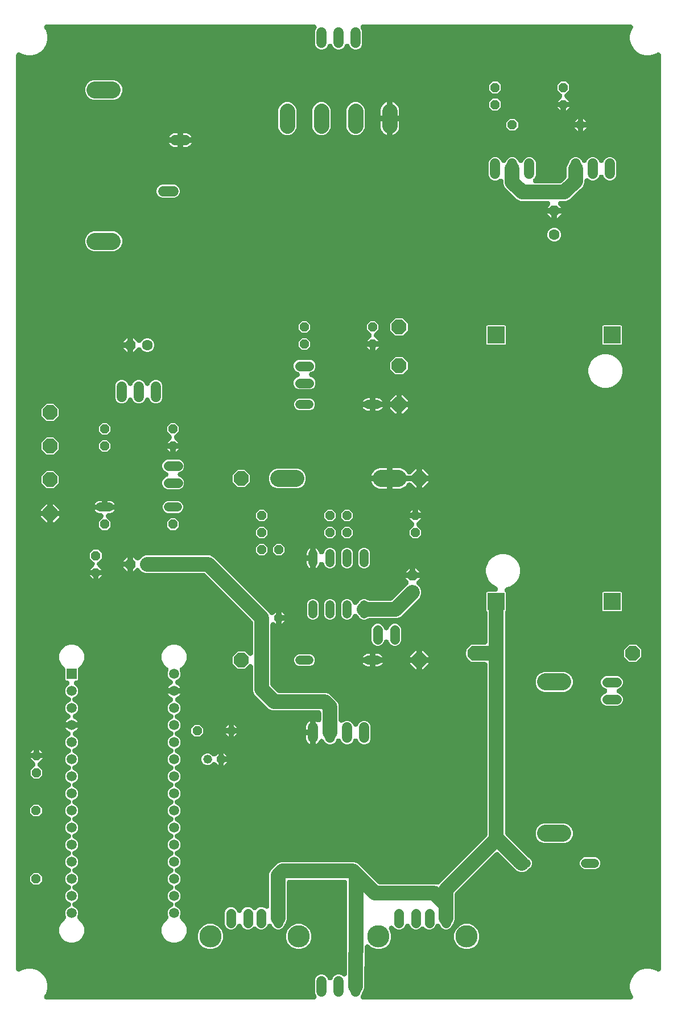
<source format=gbr>
G04 EAGLE Gerber RS-274X export*
G75*
%MOMM*%
%FSLAX34Y34*%
%LPD*%
%INBottom Copper*%
%IPPOS*%
%AMOC8*
5,1,8,0,0,1.08239X$1,22.5*%
G01*
%ADD10C,2.247900*%
%ADD11P,1.732040X8X112.500000*%
%ADD12C,1.600200*%
%ADD13P,1.429621X8X22.500000*%
%ADD14P,1.429621X8X202.500000*%
%ADD15C,1.524000*%
%ADD16C,2.540000*%
%ADD17C,1.320800*%
%ADD18P,1.732040X8X202.500000*%
%ADD19P,1.429621X8X292.500000*%
%ADD20R,2.500000X2.500000*%
%ADD21R,1.508000X1.508000*%
%ADD22C,1.508000*%
%ADD23P,1.429621X8X112.500000*%
%ADD24C,1.320800*%
%ADD25C,1.458000*%
%ADD26C,3.316000*%
%ADD27C,1.422400*%
%ADD28P,2.336880X8X22.500000*%
%ADD29R,1.006400X1.006400*%
%ADD30C,2.184400*%

G36*
X453474Y10169D02*
X453474Y10169D01*
X453589Y10167D01*
X453758Y10189D01*
X453927Y10201D01*
X454040Y10225D01*
X454154Y10239D01*
X454318Y10284D01*
X454484Y10320D01*
X454592Y10359D01*
X454704Y10390D01*
X454860Y10457D01*
X455019Y10516D01*
X455121Y10570D01*
X455227Y10616D01*
X455372Y10704D01*
X455522Y10784D01*
X455615Y10852D01*
X455713Y10912D01*
X455845Y11021D01*
X455982Y11121D01*
X456064Y11201D01*
X456153Y11274D01*
X456268Y11400D01*
X456390Y11518D01*
X456461Y11609D01*
X456538Y11694D01*
X456635Y11834D01*
X456739Y11969D01*
X456796Y12069D01*
X456861Y12164D01*
X456937Y12316D01*
X457021Y12464D01*
X457063Y12571D01*
X457115Y12674D01*
X457168Y12835D01*
X457231Y12993D01*
X457258Y13106D01*
X457295Y13215D01*
X457325Y13382D01*
X457365Y13547D01*
X457376Y13662D01*
X457397Y13775D01*
X457404Y13945D01*
X457420Y14114D01*
X457416Y14230D01*
X457420Y14345D01*
X457403Y14514D01*
X457396Y14684D01*
X457375Y14797D01*
X457363Y14912D01*
X457323Y15077D01*
X457292Y15244D01*
X457255Y15353D01*
X457228Y15465D01*
X457165Y15623D01*
X457111Y15784D01*
X457059Y15887D01*
X457016Y15994D01*
X456932Y16141D01*
X456855Y16293D01*
X456790Y16388D01*
X456733Y16488D01*
X456659Y16577D01*
X456532Y16762D01*
X456436Y16866D01*
X454947Y20460D01*
X454947Y39540D01*
X456417Y43088D01*
X459132Y45803D01*
X462680Y47273D01*
X466520Y47273D01*
X470068Y45803D01*
X472783Y43088D01*
X473546Y41246D01*
X473598Y41143D01*
X473640Y41036D01*
X473724Y40889D01*
X473800Y40736D01*
X473866Y40641D01*
X473923Y40541D01*
X474027Y40407D01*
X474124Y40267D01*
X474202Y40182D01*
X474272Y40091D01*
X474394Y39973D01*
X474509Y39848D01*
X474598Y39775D01*
X474681Y39694D01*
X474818Y39594D01*
X474950Y39486D01*
X475049Y39426D01*
X475141Y39359D01*
X475291Y39279D01*
X475437Y39190D01*
X475543Y39145D01*
X475644Y39090D01*
X475804Y39032D01*
X475960Y38965D01*
X476072Y38935D01*
X476180Y38895D01*
X476346Y38860D01*
X476510Y38815D01*
X476624Y38801D01*
X476737Y38777D01*
X476907Y38765D01*
X477075Y38744D01*
X477190Y38746D01*
X477305Y38738D01*
X477475Y38750D01*
X477645Y38752D01*
X477759Y38770D01*
X477874Y38779D01*
X478040Y38814D01*
X478208Y38841D01*
X478318Y38874D01*
X478431Y38898D01*
X478590Y38957D01*
X478753Y39007D01*
X478857Y39055D01*
X478966Y39095D01*
X479115Y39175D01*
X479269Y39247D01*
X479366Y39310D01*
X479468Y39364D01*
X479605Y39465D01*
X479747Y39558D01*
X479834Y39633D01*
X479927Y39701D01*
X480049Y39820D01*
X480177Y39932D01*
X480252Y40019D01*
X480335Y40099D01*
X480439Y40234D01*
X480550Y40362D01*
X480613Y40459D01*
X480683Y40550D01*
X480737Y40652D01*
X480859Y40841D01*
X480998Y41142D01*
X481054Y41246D01*
X481817Y43088D01*
X484532Y45803D01*
X488080Y47273D01*
X491920Y47273D01*
X495468Y45803D01*
X495601Y45670D01*
X495680Y45601D01*
X495753Y45525D01*
X495895Y45415D01*
X496031Y45296D01*
X496119Y45239D01*
X496202Y45175D01*
X496358Y45085D01*
X496509Y44987D01*
X496605Y44942D01*
X496696Y44890D01*
X496863Y44823D01*
X497026Y44747D01*
X497127Y44716D01*
X497224Y44677D01*
X497399Y44634D01*
X497571Y44582D01*
X497675Y44565D01*
X497777Y44540D01*
X497956Y44522D01*
X498134Y44494D01*
X498239Y44493D01*
X498344Y44482D01*
X498524Y44489D01*
X498704Y44487D01*
X498808Y44500D01*
X498914Y44504D01*
X499091Y44536D01*
X499269Y44559D01*
X499371Y44586D01*
X499474Y44605D01*
X499645Y44661D01*
X499819Y44709D01*
X499915Y44751D01*
X500015Y44784D01*
X500177Y44864D01*
X500342Y44935D01*
X500432Y44989D01*
X500526Y45036D01*
X500675Y45138D01*
X500828Y45232D01*
X500910Y45298D01*
X500997Y45358D01*
X501130Y45479D01*
X501269Y45594D01*
X501340Y45671D01*
X501417Y45742D01*
X501532Y45881D01*
X501654Y46013D01*
X501713Y46100D01*
X501780Y46181D01*
X501874Y46335D01*
X501976Y46483D01*
X502023Y46577D01*
X502078Y46667D01*
X502150Y46832D01*
X502230Y46993D01*
X502263Y47093D01*
X502305Y47189D01*
X502353Y47363D01*
X502410Y47534D01*
X502429Y47637D01*
X502457Y47739D01*
X502469Y47857D01*
X502512Y48094D01*
X502525Y48403D01*
X502537Y48523D01*
X502945Y130520D01*
X502944Y130532D01*
X502945Y130540D01*
X502945Y184282D01*
X502929Y184511D01*
X502919Y184742D01*
X502909Y184796D01*
X502905Y184850D01*
X502857Y185076D01*
X502815Y185302D01*
X502798Y185354D01*
X502786Y185408D01*
X502707Y185624D01*
X502634Y185842D01*
X502609Y185891D01*
X502590Y185943D01*
X502482Y186146D01*
X502379Y186351D01*
X502348Y186397D01*
X502322Y186445D01*
X502186Y186631D01*
X502055Y186820D01*
X502018Y186861D01*
X501985Y186905D01*
X501825Y187070D01*
X501669Y187239D01*
X501626Y187274D01*
X501588Y187313D01*
X501406Y187454D01*
X501228Y187600D01*
X501180Y187628D01*
X501137Y187662D01*
X500937Y187776D01*
X500740Y187895D01*
X500690Y187917D01*
X500642Y187944D01*
X500428Y188029D01*
X500217Y188120D01*
X500164Y188134D01*
X500113Y188154D01*
X499888Y188209D01*
X499667Y188269D01*
X499623Y188273D01*
X499559Y188289D01*
X498992Y188344D01*
X498926Y188341D01*
X498882Y188345D01*
X417018Y188345D01*
X416789Y188329D01*
X416558Y188319D01*
X416504Y188309D01*
X416450Y188305D01*
X416224Y188257D01*
X415998Y188215D01*
X415946Y188198D01*
X415892Y188186D01*
X415676Y188107D01*
X415458Y188034D01*
X415409Y188009D01*
X415357Y187990D01*
X415154Y187882D01*
X414949Y187779D01*
X414903Y187748D01*
X414855Y187722D01*
X414669Y187586D01*
X414480Y187455D01*
X414439Y187418D01*
X414395Y187385D01*
X414230Y187225D01*
X414061Y187069D01*
X414026Y187026D01*
X413987Y186988D01*
X413846Y186806D01*
X413700Y186628D01*
X413672Y186580D01*
X413638Y186537D01*
X413524Y186337D01*
X413405Y186140D01*
X413383Y186090D01*
X413356Y186042D01*
X413271Y185828D01*
X413180Y185617D01*
X413166Y185564D01*
X413146Y185513D01*
X413091Y185288D01*
X413031Y185067D01*
X413027Y185023D01*
X413011Y184959D01*
X412956Y184392D01*
X412959Y184326D01*
X412955Y184282D01*
X412955Y128523D01*
X410983Y123762D01*
X409998Y122777D01*
X409920Y122688D01*
X409836Y122606D01*
X409734Y122473D01*
X409624Y122347D01*
X409560Y122248D01*
X409488Y122155D01*
X409434Y122053D01*
X409314Y121869D01*
X409242Y121712D01*
X409194Y121629D01*
X409155Y121530D01*
X409117Y121459D01*
X407940Y118618D01*
X407922Y118563D01*
X407908Y118534D01*
X405281Y115907D01*
X401854Y114487D01*
X398146Y114487D01*
X394719Y115907D01*
X392097Y118529D01*
X391254Y120563D01*
X391203Y120666D01*
X391160Y120774D01*
X391075Y120921D01*
X391000Y121073D01*
X390934Y121168D01*
X390877Y121268D01*
X390773Y121402D01*
X390676Y121542D01*
X390598Y121627D01*
X390528Y121718D01*
X390405Y121837D01*
X390291Y121962D01*
X390202Y122035D01*
X390119Y122115D01*
X389981Y122216D01*
X389850Y122323D01*
X389752Y122383D01*
X389658Y122451D01*
X389508Y122531D01*
X389363Y122619D01*
X389257Y122665D01*
X389156Y122719D01*
X388996Y122777D01*
X388840Y122844D01*
X388729Y122875D01*
X388620Y122914D01*
X388454Y122949D01*
X388290Y122994D01*
X388176Y123009D01*
X388063Y123033D01*
X387893Y123044D01*
X387725Y123065D01*
X387610Y123064D01*
X387495Y123072D01*
X387325Y123060D01*
X387155Y123057D01*
X387041Y123039D01*
X386926Y123031D01*
X386760Y122995D01*
X386592Y122969D01*
X386482Y122935D01*
X386369Y122911D01*
X386209Y122852D01*
X386047Y122803D01*
X385942Y122754D01*
X385834Y122715D01*
X385685Y122634D01*
X385530Y122562D01*
X385434Y122500D01*
X385332Y122445D01*
X385195Y122345D01*
X385053Y122252D01*
X384966Y122176D01*
X384873Y122108D01*
X384751Y121990D01*
X384623Y121878D01*
X384547Y121791D01*
X384465Y121710D01*
X384361Y121576D01*
X384250Y121447D01*
X384187Y121350D01*
X384117Y121259D01*
X384063Y121157D01*
X383941Y120968D01*
X383801Y120667D01*
X383746Y120563D01*
X382903Y118529D01*
X380281Y115907D01*
X376854Y114487D01*
X373146Y114487D01*
X369719Y115907D01*
X367873Y117753D01*
X367699Y117904D01*
X367530Y118059D01*
X367485Y118090D01*
X367443Y118126D01*
X367250Y118251D01*
X367060Y118382D01*
X367011Y118406D01*
X366965Y118436D01*
X366756Y118533D01*
X366550Y118635D01*
X366498Y118653D01*
X366448Y118676D01*
X366227Y118743D01*
X366009Y118815D01*
X365955Y118825D01*
X365903Y118841D01*
X365675Y118876D01*
X365449Y118918D01*
X365394Y118920D01*
X365340Y118928D01*
X365110Y118932D01*
X364879Y118941D01*
X364825Y118935D01*
X364770Y118936D01*
X364541Y118907D01*
X364312Y118884D01*
X364259Y118871D01*
X364205Y118864D01*
X363982Y118803D01*
X363759Y118749D01*
X363708Y118728D01*
X363655Y118714D01*
X363444Y118622D01*
X363230Y118537D01*
X363182Y118510D01*
X363132Y118488D01*
X362936Y118368D01*
X362736Y118253D01*
X362701Y118225D01*
X362646Y118191D01*
X362205Y117829D01*
X362161Y117781D01*
X362127Y117753D01*
X360281Y115907D01*
X356854Y114487D01*
X353146Y114487D01*
X349719Y115907D01*
X347097Y118529D01*
X346254Y120563D01*
X346202Y120667D01*
X346160Y120774D01*
X346075Y120921D01*
X346000Y121073D01*
X345934Y121168D01*
X345877Y121268D01*
X345773Y121402D01*
X345676Y121542D01*
X345598Y121627D01*
X345528Y121718D01*
X345406Y121837D01*
X345291Y121962D01*
X345202Y122035D01*
X345119Y122115D01*
X344981Y122215D01*
X344850Y122323D01*
X344752Y122383D01*
X344659Y122451D01*
X344509Y122531D01*
X344363Y122619D01*
X344257Y122665D01*
X344156Y122719D01*
X343996Y122777D01*
X343840Y122844D01*
X343728Y122875D01*
X343620Y122914D01*
X343454Y122949D01*
X343290Y122994D01*
X343176Y123009D01*
X343063Y123033D01*
X342893Y123044D01*
X342725Y123065D01*
X342610Y123064D01*
X342495Y123072D01*
X342325Y123060D01*
X342155Y123057D01*
X342041Y123039D01*
X341926Y123031D01*
X341760Y122995D01*
X341592Y122969D01*
X341482Y122935D01*
X341369Y122911D01*
X341210Y122853D01*
X341047Y122803D01*
X340943Y122754D01*
X340834Y122715D01*
X340684Y122634D01*
X340530Y122562D01*
X340434Y122500D01*
X340332Y122445D01*
X340195Y122345D01*
X340053Y122252D01*
X339966Y122176D01*
X339873Y122108D01*
X339751Y121990D01*
X339623Y121878D01*
X339547Y121791D01*
X339465Y121710D01*
X339362Y121576D01*
X339250Y121447D01*
X339187Y121350D01*
X339117Y121259D01*
X339063Y121158D01*
X338941Y120969D01*
X338801Y120667D01*
X338746Y120563D01*
X337903Y118529D01*
X335281Y115907D01*
X331854Y114487D01*
X328146Y114487D01*
X324719Y115907D01*
X322083Y118543D01*
X322060Y118618D01*
X320677Y121956D01*
X320677Y140244D01*
X322097Y143671D01*
X324719Y146293D01*
X328146Y147713D01*
X331854Y147713D01*
X335281Y146293D01*
X337903Y143671D01*
X338310Y142688D01*
X338311Y142688D01*
X338746Y141637D01*
X338797Y141534D01*
X338840Y141426D01*
X338925Y141279D01*
X339000Y141127D01*
X339066Y141032D01*
X339123Y140932D01*
X339227Y140798D01*
X339324Y140658D01*
X339402Y140573D01*
X339472Y140482D01*
X339595Y140363D01*
X339709Y140238D01*
X339798Y140165D01*
X339881Y140085D01*
X340019Y139984D01*
X340150Y139877D01*
X340248Y139817D01*
X340342Y139749D01*
X340492Y139669D01*
X340637Y139581D01*
X340743Y139535D01*
X340844Y139481D01*
X341004Y139423D01*
X341160Y139356D01*
X341271Y139325D01*
X341380Y139286D01*
X341546Y139251D01*
X341710Y139206D01*
X341824Y139191D01*
X341937Y139167D01*
X342107Y139156D01*
X342275Y139135D01*
X342390Y139136D01*
X342505Y139128D01*
X342675Y139140D01*
X342845Y139143D01*
X342959Y139161D01*
X343074Y139169D01*
X343240Y139205D01*
X343408Y139231D01*
X343518Y139265D01*
X343631Y139289D01*
X343791Y139348D01*
X343953Y139397D01*
X344058Y139446D01*
X344166Y139485D01*
X344315Y139566D01*
X344470Y139638D01*
X344566Y139700D01*
X344668Y139755D01*
X344805Y139855D01*
X344947Y139948D01*
X345034Y140024D01*
X345127Y140092D01*
X345249Y140210D01*
X345377Y140322D01*
X345453Y140409D01*
X345535Y140490D01*
X345639Y140624D01*
X345750Y140753D01*
X345813Y140850D01*
X345883Y140941D01*
X345937Y141043D01*
X346059Y141232D01*
X346199Y141533D01*
X346254Y141637D01*
X347097Y143671D01*
X349719Y146293D01*
X353146Y147713D01*
X356854Y147713D01*
X360281Y146293D01*
X362127Y144447D01*
X362300Y144297D01*
X362470Y144141D01*
X362516Y144110D01*
X362557Y144074D01*
X362750Y143949D01*
X362940Y143818D01*
X362989Y143794D01*
X363035Y143764D01*
X363244Y143667D01*
X363450Y143565D01*
X363502Y143547D01*
X363552Y143524D01*
X363772Y143457D01*
X363991Y143385D01*
X364045Y143375D01*
X364097Y143359D01*
X364324Y143324D01*
X364551Y143282D01*
X364606Y143280D01*
X364660Y143272D01*
X364890Y143268D01*
X365121Y143259D01*
X365175Y143265D01*
X365230Y143264D01*
X365458Y143293D01*
X365687Y143316D01*
X365741Y143329D01*
X365795Y143336D01*
X366018Y143397D01*
X366241Y143451D01*
X366292Y143472D01*
X366345Y143486D01*
X366556Y143577D01*
X366770Y143663D01*
X366818Y143691D01*
X366868Y143712D01*
X367064Y143832D01*
X367264Y143947D01*
X367298Y143975D01*
X367354Y144009D01*
X367795Y144371D01*
X367839Y144419D01*
X367873Y144447D01*
X369719Y146293D01*
X373146Y147713D01*
X376854Y147713D01*
X380309Y146282D01*
X380411Y146203D01*
X380539Y146092D01*
X380636Y146029D01*
X380727Y145959D01*
X380874Y145875D01*
X381017Y145782D01*
X381122Y145733D01*
X381222Y145676D01*
X381380Y145614D01*
X381534Y145542D01*
X381644Y145509D01*
X381751Y145466D01*
X381917Y145426D01*
X382079Y145377D01*
X382193Y145359D01*
X382305Y145332D01*
X382474Y145316D01*
X382642Y145290D01*
X382758Y145288D01*
X382872Y145277D01*
X383042Y145284D01*
X383212Y145282D01*
X383326Y145296D01*
X383442Y145301D01*
X383608Y145332D01*
X383777Y145354D01*
X383889Y145384D01*
X384002Y145405D01*
X384163Y145459D01*
X384327Y145504D01*
X384432Y145550D01*
X384542Y145587D01*
X384694Y145663D01*
X384850Y145730D01*
X384948Y145790D01*
X385051Y145842D01*
X385191Y145938D01*
X385336Y146027D01*
X385425Y146100D01*
X385520Y146166D01*
X385645Y146281D01*
X385776Y146389D01*
X385854Y146474D01*
X385939Y146552D01*
X386047Y146684D01*
X386162Y146809D01*
X386227Y146904D01*
X386300Y146993D01*
X386388Y147138D01*
X386484Y147278D01*
X386536Y147382D01*
X386595Y147480D01*
X386662Y147636D01*
X386738Y147789D01*
X386774Y147898D01*
X386820Y148004D01*
X386864Y148168D01*
X386918Y148329D01*
X386939Y148443D01*
X386969Y148554D01*
X386980Y148668D01*
X387020Y148890D01*
X387034Y149221D01*
X387045Y149339D01*
X387045Y197177D01*
X389017Y201938D01*
X399362Y212283D01*
X404123Y214255D01*
X513677Y214255D01*
X518438Y212283D01*
X522667Y208054D01*
X547920Y182801D01*
X547966Y182761D01*
X548006Y182717D01*
X548180Y182575D01*
X548350Y182427D01*
X548401Y182394D01*
X548447Y182356D01*
X548640Y182239D01*
X548828Y182117D01*
X548883Y182092D01*
X548935Y182061D01*
X549141Y181972D01*
X549345Y181877D01*
X549403Y181860D01*
X549458Y181836D01*
X549675Y181778D01*
X549890Y181712D01*
X549950Y181703D01*
X550008Y181687D01*
X550125Y181676D01*
X550453Y181625D01*
X550678Y181622D01*
X550793Y181611D01*
X635037Y181611D01*
X635677Y181345D01*
X635680Y181345D01*
X635682Y181343D01*
X635953Y181253D01*
X636218Y181165D01*
X636220Y181164D01*
X636223Y181163D01*
X636512Y181111D01*
X636778Y181062D01*
X636781Y181061D01*
X636784Y181061D01*
X637072Y181049D01*
X637347Y181038D01*
X637350Y181038D01*
X637353Y181038D01*
X637631Y181066D01*
X637914Y181094D01*
X637917Y181094D01*
X637920Y181095D01*
X638194Y181162D01*
X638468Y181229D01*
X638471Y181230D01*
X638473Y181230D01*
X638743Y181338D01*
X638997Y181439D01*
X639000Y181441D01*
X639002Y181442D01*
X639248Y181583D01*
X639492Y181722D01*
X639494Y181724D01*
X639497Y181725D01*
X639507Y181734D01*
X639942Y182072D01*
X640039Y182172D01*
X640105Y182226D01*
X710495Y252616D01*
X710535Y252662D01*
X710579Y252702D01*
X710721Y252876D01*
X710869Y253046D01*
X710902Y253097D01*
X710940Y253143D01*
X711057Y253336D01*
X711179Y253524D01*
X711204Y253579D01*
X711235Y253631D01*
X711324Y253837D01*
X711419Y254041D01*
X711436Y254099D01*
X711460Y254154D01*
X711518Y254371D01*
X711584Y254586D01*
X711593Y254646D01*
X711609Y254704D01*
X711620Y254821D01*
X711671Y255149D01*
X711674Y255374D01*
X711685Y255489D01*
X711685Y508000D01*
X711669Y508229D01*
X711659Y508460D01*
X711649Y508514D01*
X711645Y508568D01*
X711597Y508794D01*
X711555Y509020D01*
X711538Y509072D01*
X711526Y509126D01*
X711447Y509342D01*
X711374Y509560D01*
X711349Y509609D01*
X711330Y509661D01*
X711222Y509864D01*
X711119Y510069D01*
X711088Y510115D01*
X711062Y510163D01*
X710926Y510349D01*
X710795Y510538D01*
X710758Y510579D01*
X710725Y510623D01*
X710565Y510788D01*
X710409Y510957D01*
X710366Y510992D01*
X710328Y511031D01*
X710146Y511172D01*
X709968Y511318D01*
X709920Y511346D01*
X709877Y511380D01*
X709677Y511494D01*
X709480Y511613D01*
X709430Y511635D01*
X709382Y511662D01*
X709168Y511747D01*
X708957Y511838D01*
X708904Y511852D01*
X708853Y511872D01*
X708628Y511927D01*
X708407Y511987D01*
X708363Y511991D01*
X708299Y512007D01*
X707732Y512062D01*
X707666Y512059D01*
X707622Y512063D01*
X690226Y512063D01*
X690119Y512083D01*
X690005Y512114D01*
X689891Y512125D01*
X689675Y512165D01*
X689336Y512179D01*
X689220Y512190D01*
X687599Y512190D01*
X686452Y513337D01*
X686363Y513414D01*
X686280Y513499D01*
X686148Y513601D01*
X686022Y513711D01*
X685923Y513775D01*
X685829Y513847D01*
X685728Y513901D01*
X685672Y513937D01*
X681852Y517757D01*
X681791Y517846D01*
X681732Y517949D01*
X681659Y518037D01*
X681534Y518219D01*
X681305Y518468D01*
X681231Y518558D01*
X680084Y519705D01*
X680084Y521326D01*
X680076Y521444D01*
X680077Y521562D01*
X680056Y521728D01*
X680044Y521895D01*
X680020Y522010D01*
X680005Y522127D01*
X679971Y522236D01*
X679957Y522302D01*
X679957Y527704D01*
X679977Y527811D01*
X680008Y527925D01*
X680019Y528039D01*
X680059Y528255D01*
X680073Y528594D01*
X680084Y528710D01*
X680084Y530331D01*
X681231Y531478D01*
X681302Y531559D01*
X681358Y531614D01*
X681362Y531620D01*
X681393Y531650D01*
X681495Y531782D01*
X681605Y531908D01*
X681669Y532007D01*
X681741Y532101D01*
X681795Y532202D01*
X681831Y532258D01*
X685651Y536078D01*
X685740Y536139D01*
X685843Y536198D01*
X685931Y536271D01*
X686113Y536396D01*
X686362Y536625D01*
X686452Y536699D01*
X687599Y537846D01*
X689220Y537846D01*
X689338Y537854D01*
X689456Y537853D01*
X689622Y537874D01*
X689789Y537886D01*
X689904Y537910D01*
X690021Y537925D01*
X690130Y537959D01*
X690196Y537973D01*
X707622Y537973D01*
X707851Y537989D01*
X708082Y537999D01*
X708136Y538009D01*
X708190Y538013D01*
X708416Y538061D01*
X708642Y538103D01*
X708694Y538120D01*
X708748Y538132D01*
X708964Y538211D01*
X709182Y538284D01*
X709231Y538309D01*
X709283Y538328D01*
X709486Y538436D01*
X709691Y538539D01*
X709737Y538570D01*
X709785Y538596D01*
X709971Y538732D01*
X710160Y538863D01*
X710201Y538900D01*
X710245Y538933D01*
X710410Y539093D01*
X710579Y539249D01*
X710614Y539292D01*
X710653Y539330D01*
X710794Y539512D01*
X710940Y539690D01*
X710968Y539738D01*
X711002Y539781D01*
X711116Y539981D01*
X711235Y540178D01*
X711257Y540228D01*
X711284Y540276D01*
X711369Y540490D01*
X711460Y540701D01*
X711474Y540754D01*
X711494Y540805D01*
X711549Y541030D01*
X711609Y541251D01*
X711613Y541295D01*
X711629Y541359D01*
X711684Y541926D01*
X711681Y541992D01*
X711685Y542036D01*
X711685Y585277D01*
X711681Y585337D01*
X711683Y585398D01*
X711661Y585621D01*
X711645Y585845D01*
X711633Y585904D01*
X711627Y585965D01*
X711573Y586183D01*
X711526Y586403D01*
X711506Y586459D01*
X711491Y586518D01*
X711408Y586727D01*
X711330Y586938D01*
X711302Y586991D01*
X711279Y587047D01*
X711168Y587242D01*
X711062Y587440D01*
X711026Y587489D01*
X710996Y587541D01*
X710921Y587632D01*
X710725Y587900D01*
X710568Y588061D01*
X710495Y588150D01*
X710417Y588229D01*
X710107Y588976D01*
X710107Y614784D01*
X710417Y615531D01*
X710989Y616103D01*
X711736Y616413D01*
X723332Y616413D01*
X723409Y616418D01*
X723486Y616416D01*
X723693Y616438D01*
X723901Y616453D01*
X723976Y616469D01*
X724052Y616477D01*
X724255Y616528D01*
X724458Y616572D01*
X724530Y616598D01*
X724605Y616617D01*
X724797Y616696D01*
X724993Y616768D01*
X725061Y616804D01*
X725132Y616833D01*
X725311Y616938D01*
X725495Y617036D01*
X725557Y617082D01*
X725624Y617121D01*
X725787Y617250D01*
X725955Y617373D01*
X726010Y617426D01*
X726071Y617474D01*
X726214Y617625D01*
X726364Y617770D01*
X726411Y617831D01*
X726464Y617887D01*
X726585Y618056D01*
X726712Y618221D01*
X726750Y618288D01*
X726795Y618350D01*
X726891Y618535D01*
X726994Y618716D01*
X727023Y618787D01*
X727058Y618855D01*
X727128Y619052D01*
X727205Y619245D01*
X727223Y619320D01*
X727248Y619393D01*
X727290Y619597D01*
X727339Y619799D01*
X727346Y619876D01*
X727361Y619951D01*
X727374Y620158D01*
X727394Y620366D01*
X727391Y620443D01*
X727395Y620520D01*
X727378Y620727D01*
X727369Y620936D01*
X727355Y621011D01*
X727349Y621088D01*
X727303Y621291D01*
X727265Y621496D01*
X727241Y621569D01*
X727224Y621644D01*
X727150Y621838D01*
X727084Y622036D01*
X727050Y622105D01*
X727022Y622177D01*
X726923Y622359D01*
X726829Y622545D01*
X726785Y622609D01*
X726748Y622676D01*
X726624Y622843D01*
X726505Y623014D01*
X726453Y623071D01*
X726407Y623132D01*
X726260Y623280D01*
X726119Y623433D01*
X726059Y623482D01*
X726005Y623536D01*
X725907Y623607D01*
X725678Y623794D01*
X725461Y623925D01*
X725364Y623995D01*
X719351Y627466D01*
X714666Y632151D01*
X711354Y637888D01*
X709639Y644288D01*
X709639Y650912D01*
X711354Y657312D01*
X714666Y663049D01*
X719351Y667734D01*
X725088Y671046D01*
X731488Y672761D01*
X738112Y672761D01*
X744512Y671046D01*
X750249Y667734D01*
X754934Y663049D01*
X758246Y657312D01*
X759961Y650912D01*
X759961Y644288D01*
X758246Y637888D01*
X754934Y632151D01*
X750249Y627466D01*
X744512Y624154D01*
X740055Y622960D01*
X739909Y622910D01*
X739761Y622869D01*
X739640Y622817D01*
X739516Y622774D01*
X739379Y622704D01*
X739238Y622643D01*
X739126Y622575D01*
X739008Y622515D01*
X738883Y622427D01*
X738752Y622346D01*
X738650Y622263D01*
X738542Y622187D01*
X738430Y622082D01*
X738312Y621985D01*
X738223Y621888D01*
X738127Y621797D01*
X738030Y621678D01*
X737926Y621565D01*
X737852Y621456D01*
X737769Y621353D01*
X737691Y621222D01*
X737604Y621095D01*
X737545Y620977D01*
X737478Y620864D01*
X737419Y620722D01*
X737350Y620585D01*
X737309Y620460D01*
X737258Y620338D01*
X737219Y620190D01*
X737170Y620044D01*
X737147Y619915D01*
X737113Y619787D01*
X737095Y619635D01*
X737068Y619484D01*
X737062Y619352D01*
X737047Y619221D01*
X737051Y619068D01*
X737045Y618914D01*
X737058Y618783D01*
X737061Y618652D01*
X737086Y618500D01*
X737102Y618347D01*
X737133Y618219D01*
X737154Y618090D01*
X737200Y617943D01*
X737237Y617794D01*
X737286Y617672D01*
X737325Y617546D01*
X737392Y617408D01*
X737449Y617265D01*
X737514Y617151D01*
X737571Y617032D01*
X737656Y616904D01*
X737732Y616771D01*
X737794Y616696D01*
X737886Y616557D01*
X738185Y616220D01*
X738233Y616162D01*
X738863Y615531D01*
X739173Y614784D01*
X739173Y588976D01*
X738863Y588229D01*
X738785Y588150D01*
X738745Y588105D01*
X738701Y588064D01*
X738558Y587889D01*
X738411Y587720D01*
X738378Y587669D01*
X738340Y587623D01*
X738224Y587430D01*
X738101Y587242D01*
X738076Y587187D01*
X738045Y587135D01*
X737956Y586929D01*
X737862Y586725D01*
X737844Y586667D01*
X737820Y586612D01*
X737761Y586395D01*
X737696Y586180D01*
X737687Y586120D01*
X737671Y586062D01*
X737660Y585945D01*
X737609Y585617D01*
X737606Y585392D01*
X737595Y585277D01*
X737595Y258109D01*
X737599Y258049D01*
X737597Y257989D01*
X737619Y257765D01*
X737635Y257541D01*
X737647Y257482D01*
X737653Y257422D01*
X737707Y257203D01*
X737754Y256983D01*
X737774Y256927D01*
X737789Y256868D01*
X737872Y256659D01*
X737950Y256448D01*
X737978Y256395D01*
X738000Y256339D01*
X738112Y256144D01*
X738218Y255946D01*
X738254Y255897D01*
X738284Y255845D01*
X738359Y255754D01*
X738555Y255486D01*
X738712Y255325D01*
X738785Y255236D01*
X772776Y221245D01*
X772865Y221168D01*
X772947Y221083D01*
X773079Y220981D01*
X773206Y220871D01*
X773305Y220807D01*
X773398Y220735D01*
X773499Y220682D01*
X773684Y220562D01*
X773991Y220419D01*
X774094Y220364D01*
X774196Y220322D01*
X776626Y217892D01*
X777941Y214718D01*
X777941Y211282D01*
X776626Y208108D01*
X774196Y205678D01*
X774094Y205636D01*
X773988Y205583D01*
X773879Y205539D01*
X773734Y205456D01*
X773584Y205381D01*
X773487Y205314D01*
X773385Y205256D01*
X773296Y205183D01*
X773115Y205058D01*
X772866Y204829D01*
X772776Y204755D01*
X770038Y202017D01*
X765277Y200045D01*
X760123Y200045D01*
X755362Y202017D01*
X752624Y204755D01*
X752535Y204832D01*
X752453Y204917D01*
X752321Y205019D01*
X752194Y205129D01*
X752095Y205193D01*
X752002Y205265D01*
X751901Y205318D01*
X751716Y205438D01*
X751409Y205581D01*
X751306Y205636D01*
X751204Y205678D01*
X748774Y208108D01*
X748732Y208210D01*
X748679Y208316D01*
X748635Y208425D01*
X748552Y208570D01*
X748477Y208720D01*
X748410Y208817D01*
X748352Y208919D01*
X748279Y209008D01*
X748154Y209189D01*
X747925Y209438D01*
X747851Y209528D01*
X728823Y228556D01*
X728649Y228707D01*
X728480Y228863D01*
X728434Y228894D01*
X728393Y228930D01*
X728200Y229055D01*
X728010Y229185D01*
X727961Y229210D01*
X727915Y229240D01*
X727706Y229337D01*
X727500Y229439D01*
X727448Y229456D01*
X727398Y229479D01*
X727178Y229546D01*
X726959Y229619D01*
X726905Y229629D01*
X726853Y229645D01*
X726626Y229680D01*
X726399Y229721D01*
X726344Y229724D01*
X726290Y229732D01*
X726060Y229735D01*
X725829Y229744D01*
X725775Y229739D01*
X725720Y229740D01*
X725491Y229711D01*
X725263Y229688D01*
X725209Y229675D01*
X725155Y229668D01*
X724932Y229607D01*
X724709Y229552D01*
X724658Y229532D01*
X724605Y229517D01*
X724394Y229426D01*
X724180Y229340D01*
X724132Y229313D01*
X724082Y229291D01*
X723885Y229171D01*
X723686Y229057D01*
X723652Y229029D01*
X723596Y228995D01*
X723155Y228633D01*
X723111Y228584D01*
X723077Y228556D01*
X664145Y169624D01*
X664105Y169578D01*
X664061Y169538D01*
X663919Y169364D01*
X663771Y169194D01*
X663738Y169143D01*
X663700Y169097D01*
X663583Y168904D01*
X663461Y168716D01*
X663436Y168661D01*
X663405Y168609D01*
X663316Y168403D01*
X663221Y168199D01*
X663204Y168141D01*
X663180Y168086D01*
X663122Y167869D01*
X663056Y167654D01*
X663047Y167594D01*
X663031Y167536D01*
X663020Y167419D01*
X662969Y167091D01*
X662966Y166866D01*
X662955Y166751D01*
X662955Y128523D01*
X660983Y123762D01*
X659998Y122777D01*
X659920Y122688D01*
X659836Y122606D01*
X659734Y122473D01*
X659624Y122347D01*
X659560Y122248D01*
X659488Y122154D01*
X659434Y122054D01*
X659314Y121869D01*
X659242Y121712D01*
X659194Y121629D01*
X659155Y121529D01*
X659117Y121459D01*
X657940Y118618D01*
X657922Y118563D01*
X657908Y118534D01*
X655281Y115907D01*
X651854Y114487D01*
X648146Y114487D01*
X644719Y115907D01*
X642097Y118529D01*
X641254Y120563D01*
X641203Y120666D01*
X641160Y120774D01*
X641075Y120921D01*
X641000Y121073D01*
X640934Y121168D01*
X640877Y121268D01*
X640773Y121402D01*
X640676Y121542D01*
X640598Y121627D01*
X640528Y121718D01*
X640405Y121837D01*
X640291Y121962D01*
X640202Y122035D01*
X640119Y122115D01*
X639981Y122216D01*
X639850Y122323D01*
X639752Y122383D01*
X639658Y122451D01*
X639508Y122531D01*
X639363Y122619D01*
X639257Y122665D01*
X639156Y122719D01*
X638996Y122777D01*
X638840Y122844D01*
X638729Y122875D01*
X638620Y122914D01*
X638454Y122949D01*
X638290Y122994D01*
X638176Y123009D01*
X638063Y123033D01*
X637893Y123044D01*
X637725Y123065D01*
X637610Y123064D01*
X637495Y123072D01*
X637325Y123060D01*
X637155Y123057D01*
X637041Y123039D01*
X636926Y123031D01*
X636760Y122995D01*
X636592Y122969D01*
X636482Y122935D01*
X636369Y122911D01*
X636209Y122852D01*
X636047Y122803D01*
X635942Y122754D01*
X635834Y122715D01*
X635685Y122634D01*
X635530Y122562D01*
X635434Y122500D01*
X635332Y122445D01*
X635195Y122345D01*
X635053Y122252D01*
X634966Y122176D01*
X634873Y122108D01*
X634751Y121990D01*
X634623Y121878D01*
X634547Y121791D01*
X634465Y121710D01*
X634361Y121576D01*
X634250Y121447D01*
X634187Y121350D01*
X634117Y121259D01*
X634063Y121157D01*
X633941Y120968D01*
X633801Y120667D01*
X633746Y120563D01*
X632903Y118529D01*
X630281Y115907D01*
X626854Y114487D01*
X623146Y114487D01*
X619719Y115907D01*
X617873Y117753D01*
X617699Y117904D01*
X617530Y118059D01*
X617485Y118090D01*
X617443Y118126D01*
X617250Y118251D01*
X617060Y118382D01*
X617011Y118406D01*
X616965Y118436D01*
X616756Y118533D01*
X616550Y118635D01*
X616498Y118653D01*
X616448Y118676D01*
X616227Y118743D01*
X616009Y118815D01*
X615955Y118825D01*
X615903Y118841D01*
X615675Y118876D01*
X615449Y118918D01*
X615394Y118920D01*
X615340Y118928D01*
X615110Y118932D01*
X614879Y118941D01*
X614825Y118935D01*
X614770Y118936D01*
X614541Y118907D01*
X614312Y118884D01*
X614259Y118871D01*
X614205Y118864D01*
X613982Y118803D01*
X613759Y118749D01*
X613708Y118728D01*
X613655Y118714D01*
X613444Y118622D01*
X613230Y118537D01*
X613182Y118510D01*
X613132Y118488D01*
X612936Y118368D01*
X612736Y118253D01*
X612701Y118225D01*
X612646Y118191D01*
X612205Y117829D01*
X612161Y117781D01*
X612127Y117753D01*
X610281Y115907D01*
X606854Y114487D01*
X603146Y114487D01*
X599719Y115907D01*
X597097Y118529D01*
X596254Y120563D01*
X596202Y120667D01*
X596160Y120774D01*
X596075Y120921D01*
X596000Y121073D01*
X595934Y121168D01*
X595877Y121268D01*
X595773Y121402D01*
X595676Y121542D01*
X595598Y121627D01*
X595528Y121718D01*
X595406Y121837D01*
X595291Y121962D01*
X595202Y122035D01*
X595119Y122115D01*
X594981Y122215D01*
X594850Y122323D01*
X594752Y122383D01*
X594659Y122451D01*
X594509Y122531D01*
X594363Y122619D01*
X594257Y122665D01*
X594156Y122719D01*
X593996Y122777D01*
X593840Y122844D01*
X593728Y122875D01*
X593620Y122914D01*
X593454Y122949D01*
X593290Y122994D01*
X593176Y123009D01*
X593063Y123033D01*
X592893Y123044D01*
X592725Y123065D01*
X592610Y123064D01*
X592495Y123072D01*
X592325Y123060D01*
X592155Y123057D01*
X592041Y123039D01*
X591926Y123031D01*
X591760Y122995D01*
X591592Y122969D01*
X591482Y122935D01*
X591369Y122911D01*
X591210Y122853D01*
X591047Y122803D01*
X590943Y122754D01*
X590834Y122715D01*
X590684Y122634D01*
X590530Y122562D01*
X590434Y122500D01*
X590332Y122445D01*
X590195Y122345D01*
X590053Y122252D01*
X589966Y122176D01*
X589873Y122108D01*
X589751Y121990D01*
X589623Y121878D01*
X589547Y121791D01*
X589465Y121710D01*
X589362Y121576D01*
X589250Y121447D01*
X589187Y121350D01*
X589117Y121259D01*
X589063Y121158D01*
X588941Y120969D01*
X588801Y120667D01*
X588746Y120563D01*
X587903Y118529D01*
X585281Y115907D01*
X581854Y114487D01*
X578146Y114487D01*
X574719Y115907D01*
X571743Y118883D01*
X571699Y118921D01*
X571660Y118963D01*
X571484Y119107D01*
X571313Y119256D01*
X571264Y119288D01*
X571220Y119324D01*
X571026Y119442D01*
X570835Y119566D01*
X570782Y119591D01*
X570733Y119621D01*
X570524Y119710D01*
X570318Y119806D01*
X570262Y119823D01*
X570210Y119846D01*
X569990Y119905D01*
X569772Y119971D01*
X569716Y119980D01*
X569660Y119995D01*
X569434Y120024D01*
X569209Y120059D01*
X569152Y120059D01*
X569094Y120067D01*
X568867Y120063D01*
X568640Y120066D01*
X568582Y120059D01*
X568525Y120058D01*
X568300Y120023D01*
X568074Y119994D01*
X568019Y119979D01*
X567962Y119970D01*
X567745Y119904D01*
X567525Y119844D01*
X567472Y119821D01*
X567417Y119804D01*
X567210Y119708D01*
X567002Y119618D01*
X566953Y119588D01*
X566900Y119564D01*
X566709Y119440D01*
X566515Y119321D01*
X566471Y119285D01*
X566422Y119253D01*
X566251Y119104D01*
X566075Y118959D01*
X566036Y118917D01*
X565993Y118879D01*
X565844Y118707D01*
X565690Y118539D01*
X565657Y118492D01*
X565620Y118448D01*
X565496Y118257D01*
X565367Y118070D01*
X565342Y118018D01*
X565310Y117970D01*
X565215Y117763D01*
X565114Y117560D01*
X565095Y117505D01*
X565071Y117453D01*
X565006Y117235D01*
X564934Y117019D01*
X564923Y116962D01*
X564907Y116907D01*
X564872Y116681D01*
X564831Y116458D01*
X564829Y116401D01*
X564820Y116344D01*
X564817Y116116D01*
X564808Y115889D01*
X564814Y115832D01*
X564813Y115774D01*
X564842Y115549D01*
X564865Y115322D01*
X564879Y115266D01*
X564886Y115209D01*
X564920Y115098D01*
X565001Y114769D01*
X565083Y114564D01*
X565116Y114455D01*
X567913Y107702D01*
X567913Y100298D01*
X565079Y93457D01*
X559843Y88221D01*
X553002Y85387D01*
X545598Y85387D01*
X538757Y88221D01*
X535880Y91098D01*
X535809Y91160D01*
X535743Y91228D01*
X535594Y91346D01*
X535450Y91471D01*
X535370Y91523D01*
X535296Y91581D01*
X535131Y91678D01*
X534972Y91781D01*
X534886Y91821D01*
X534804Y91869D01*
X534628Y91941D01*
X534455Y92021D01*
X534364Y92048D01*
X534277Y92084D01*
X534092Y92131D01*
X533910Y92186D01*
X533816Y92201D01*
X533724Y92224D01*
X533535Y92244D01*
X533347Y92273D01*
X533252Y92275D01*
X533158Y92285D01*
X532967Y92279D01*
X532777Y92281D01*
X532683Y92269D01*
X532588Y92266D01*
X532401Y92233D01*
X532212Y92209D01*
X532120Y92184D01*
X532027Y92168D01*
X531846Y92109D01*
X531662Y92059D01*
X531575Y92021D01*
X531485Y91992D01*
X531314Y91908D01*
X531139Y91833D01*
X531058Y91783D01*
X530973Y91742D01*
X530815Y91635D01*
X530653Y91536D01*
X530579Y91476D01*
X530501Y91423D01*
X530359Y91295D01*
X530212Y91174D01*
X530149Y91104D01*
X530078Y91041D01*
X529956Y90894D01*
X529827Y90754D01*
X529774Y90676D01*
X529713Y90603D01*
X529613Y90442D01*
X529505Y90284D01*
X529463Y90200D01*
X529413Y90119D01*
X529336Y89945D01*
X529251Y89774D01*
X529221Y89685D01*
X529183Y89598D01*
X529131Y89414D01*
X529071Y89234D01*
X529054Y89140D01*
X529028Y89049D01*
X529015Y88930D01*
X528969Y88673D01*
X528957Y88386D01*
X528944Y88265D01*
X528354Y29911D01*
X528355Y29899D01*
X528354Y29890D01*
X528342Y27324D01*
X527335Y24962D01*
X527331Y24950D01*
X527327Y24943D01*
X526332Y22575D01*
X526246Y22490D01*
X526154Y22387D01*
X526055Y22290D01*
X525965Y22174D01*
X525868Y22064D01*
X525792Y21949D01*
X525707Y21839D01*
X525657Y21746D01*
X525553Y21589D01*
X525383Y21232D01*
X525336Y21143D01*
X523568Y16875D01*
X523506Y16795D01*
X523395Y16667D01*
X523332Y16570D01*
X523261Y16479D01*
X523177Y16332D01*
X523085Y16189D01*
X523036Y16084D01*
X522979Y15984D01*
X522916Y15826D01*
X522845Y15672D01*
X522811Y15562D01*
X522769Y15455D01*
X522729Y15289D01*
X522680Y15127D01*
X522662Y15013D01*
X522635Y14901D01*
X522618Y14732D01*
X522592Y14564D01*
X522591Y14448D01*
X522580Y14334D01*
X522587Y14164D01*
X522585Y13994D01*
X522599Y13880D01*
X522604Y13764D01*
X522635Y13597D01*
X522657Y13429D01*
X522687Y13317D01*
X522708Y13204D01*
X522762Y13043D01*
X522807Y12879D01*
X522853Y12774D01*
X522889Y12664D01*
X522966Y12512D01*
X523033Y12356D01*
X523093Y12258D01*
X523145Y12155D01*
X523241Y12015D01*
X523330Y11870D01*
X523403Y11781D01*
X523468Y11686D01*
X523584Y11561D01*
X523692Y11430D01*
X523776Y11352D01*
X523855Y11267D01*
X523986Y11159D01*
X524111Y11044D01*
X524206Y10979D01*
X524296Y10906D01*
X524441Y10818D01*
X524581Y10722D01*
X524684Y10670D01*
X524783Y10611D01*
X524939Y10544D01*
X525091Y10468D01*
X525201Y10432D01*
X525307Y10386D01*
X525470Y10342D01*
X525632Y10288D01*
X525745Y10267D01*
X525857Y10237D01*
X525971Y10226D01*
X526192Y10186D01*
X526524Y10172D01*
X526641Y10161D01*
X924209Y10161D01*
X924362Y10172D01*
X924515Y10172D01*
X924646Y10191D01*
X924777Y10201D01*
X924927Y10233D01*
X925079Y10255D01*
X925206Y10292D01*
X925334Y10320D01*
X925479Y10373D01*
X925626Y10416D01*
X925745Y10470D01*
X925869Y10516D01*
X926005Y10588D01*
X926145Y10652D01*
X926256Y10722D01*
X926372Y10784D01*
X926496Y10875D01*
X926625Y10957D01*
X926726Y11043D01*
X926832Y11121D01*
X926942Y11228D01*
X927058Y11328D01*
X927146Y11426D01*
X927240Y11518D01*
X927334Y11640D01*
X927436Y11755D01*
X927508Y11865D01*
X927589Y11969D01*
X927665Y12102D01*
X927749Y12230D01*
X927806Y12349D01*
X927871Y12464D01*
X927928Y12607D01*
X927993Y12745D01*
X928032Y12871D01*
X928081Y12993D01*
X928117Y13143D01*
X928163Y13289D01*
X928184Y13419D01*
X928215Y13547D01*
X928230Y13700D01*
X928255Y13852D01*
X928258Y13983D01*
X928270Y14114D01*
X928264Y14268D01*
X928267Y14421D01*
X928252Y14552D01*
X928246Y14684D01*
X928218Y14834D01*
X928200Y14987D01*
X928166Y15114D01*
X928142Y15244D01*
X928093Y15389D01*
X928054Y15538D01*
X928014Y15626D01*
X927961Y15784D01*
X927759Y16187D01*
X927728Y16256D01*
X925622Y19902D01*
X923839Y26556D01*
X923839Y33444D01*
X925622Y40098D01*
X929066Y46063D01*
X933937Y50934D01*
X939902Y54378D01*
X946556Y56161D01*
X953444Y56161D01*
X960098Y54378D01*
X963744Y52272D01*
X963882Y52205D01*
X964016Y52129D01*
X964138Y52080D01*
X964257Y52023D01*
X964403Y51976D01*
X964545Y51919D01*
X964673Y51888D01*
X964799Y51847D01*
X964950Y51821D01*
X965099Y51785D01*
X965230Y51772D01*
X965360Y51749D01*
X965513Y51744D01*
X965666Y51730D01*
X965798Y51735D01*
X965929Y51731D01*
X966082Y51748D01*
X966236Y51754D01*
X966365Y51778D01*
X966496Y51792D01*
X966645Y51830D01*
X966796Y51858D01*
X966921Y51900D01*
X967048Y51932D01*
X967190Y51991D01*
X967336Y52039D01*
X967454Y52098D01*
X967576Y52148D01*
X967708Y52226D01*
X967845Y52295D01*
X967954Y52369D01*
X968067Y52436D01*
X968188Y52531D01*
X968314Y52618D01*
X968411Y52708D01*
X968514Y52789D01*
X968620Y52901D01*
X968733Y53005D01*
X968816Y53107D01*
X968907Y53202D01*
X968997Y53327D01*
X969094Y53446D01*
X969162Y53558D01*
X969239Y53665D01*
X969310Y53802D01*
X969389Y53933D01*
X969441Y54054D01*
X969502Y54171D01*
X969553Y54316D01*
X969614Y54457D01*
X969648Y54584D01*
X969692Y54708D01*
X969723Y54858D01*
X969763Y55007D01*
X969772Y55103D01*
X969805Y55266D01*
X969832Y55716D01*
X969839Y55791D01*
X969839Y1414209D01*
X969828Y1414362D01*
X969828Y1414515D01*
X969809Y1414646D01*
X969799Y1414777D01*
X969767Y1414927D01*
X969745Y1415079D01*
X969708Y1415206D01*
X969680Y1415334D01*
X969627Y1415479D01*
X969584Y1415626D01*
X969530Y1415745D01*
X969484Y1415869D01*
X969412Y1416005D01*
X969348Y1416145D01*
X969278Y1416256D01*
X969216Y1416372D01*
X969125Y1416496D01*
X969043Y1416625D01*
X968957Y1416726D01*
X968879Y1416832D01*
X968772Y1416942D01*
X968672Y1417058D01*
X968574Y1417146D01*
X968482Y1417240D01*
X968360Y1417334D01*
X968245Y1417436D01*
X968135Y1417508D01*
X968031Y1417589D01*
X967898Y1417665D01*
X967770Y1417749D01*
X967651Y1417806D01*
X967536Y1417871D01*
X967393Y1417928D01*
X967255Y1417993D01*
X967129Y1418032D01*
X967007Y1418081D01*
X966857Y1418117D01*
X966711Y1418163D01*
X966581Y1418184D01*
X966453Y1418215D01*
X966300Y1418230D01*
X966148Y1418255D01*
X966017Y1418258D01*
X965886Y1418270D01*
X965732Y1418264D01*
X965579Y1418267D01*
X965448Y1418252D01*
X965316Y1418246D01*
X965166Y1418218D01*
X965013Y1418200D01*
X964886Y1418166D01*
X964756Y1418142D01*
X964611Y1418093D01*
X964462Y1418054D01*
X964374Y1418014D01*
X964216Y1417961D01*
X963813Y1417759D01*
X963744Y1417728D01*
X960098Y1415622D01*
X953444Y1413839D01*
X946556Y1413839D01*
X939902Y1415622D01*
X933937Y1419066D01*
X929066Y1423937D01*
X925622Y1429902D01*
X923839Y1436556D01*
X923839Y1443444D01*
X925622Y1450098D01*
X927728Y1453744D01*
X927795Y1453882D01*
X927871Y1454016D01*
X927920Y1454138D01*
X927977Y1454257D01*
X928024Y1454403D01*
X928081Y1454545D01*
X928112Y1454673D01*
X928153Y1454799D01*
X928179Y1454950D01*
X928215Y1455099D01*
X928228Y1455230D01*
X928251Y1455360D01*
X928256Y1455513D01*
X928270Y1455666D01*
X928265Y1455798D01*
X928269Y1455929D01*
X928252Y1456082D01*
X928246Y1456236D01*
X928222Y1456365D01*
X928208Y1456496D01*
X928170Y1456645D01*
X928142Y1456796D01*
X928100Y1456921D01*
X928068Y1457048D01*
X928009Y1457190D01*
X927961Y1457336D01*
X927902Y1457454D01*
X927852Y1457576D01*
X927774Y1457708D01*
X927705Y1457845D01*
X927631Y1457954D01*
X927564Y1458067D01*
X927469Y1458188D01*
X927382Y1458314D01*
X927292Y1458411D01*
X927211Y1458514D01*
X927099Y1458620D01*
X926995Y1458733D01*
X926893Y1458816D01*
X926798Y1458907D01*
X926673Y1458997D01*
X926554Y1459094D01*
X926442Y1459162D01*
X926335Y1459239D01*
X926198Y1459310D01*
X926067Y1459389D01*
X925946Y1459441D01*
X925829Y1459502D01*
X925684Y1459553D01*
X925543Y1459614D01*
X925416Y1459648D01*
X925292Y1459692D01*
X925142Y1459723D01*
X924993Y1459763D01*
X924897Y1459772D01*
X924734Y1459805D01*
X924284Y1459832D01*
X924209Y1459839D01*
X526641Y1459839D01*
X526526Y1459831D01*
X526411Y1459833D01*
X526242Y1459811D01*
X526073Y1459799D01*
X525960Y1459775D01*
X525846Y1459761D01*
X525682Y1459716D01*
X525516Y1459680D01*
X525408Y1459641D01*
X525296Y1459610D01*
X525140Y1459543D01*
X524981Y1459484D01*
X524879Y1459430D01*
X524773Y1459384D01*
X524628Y1459296D01*
X524478Y1459216D01*
X524385Y1459148D01*
X524287Y1459088D01*
X524155Y1458979D01*
X524018Y1458879D01*
X523936Y1458799D01*
X523847Y1458726D01*
X523732Y1458600D01*
X523610Y1458482D01*
X523539Y1458391D01*
X523462Y1458306D01*
X523365Y1458166D01*
X523261Y1458031D01*
X523204Y1457931D01*
X523139Y1457836D01*
X523063Y1457684D01*
X522979Y1457536D01*
X522937Y1457429D01*
X522885Y1457326D01*
X522832Y1457165D01*
X522769Y1457007D01*
X522742Y1456894D01*
X522705Y1456785D01*
X522675Y1456618D01*
X522635Y1456453D01*
X522624Y1456338D01*
X522603Y1456225D01*
X522596Y1456055D01*
X522580Y1455886D01*
X522584Y1455770D01*
X522580Y1455655D01*
X522597Y1455486D01*
X522604Y1455316D01*
X522625Y1455203D01*
X522637Y1455088D01*
X522677Y1454923D01*
X522708Y1454756D01*
X522745Y1454647D01*
X522772Y1454535D01*
X522835Y1454377D01*
X522889Y1454216D01*
X522941Y1454113D01*
X522984Y1454006D01*
X523068Y1453859D01*
X523145Y1453707D01*
X523210Y1453612D01*
X523267Y1453512D01*
X523341Y1453423D01*
X523468Y1453238D01*
X523564Y1453134D01*
X525053Y1449540D01*
X525053Y1430460D01*
X523583Y1426912D01*
X520868Y1424197D01*
X517320Y1422727D01*
X513480Y1422727D01*
X509932Y1424197D01*
X507217Y1426912D01*
X506454Y1428754D01*
X506403Y1428857D01*
X506360Y1428964D01*
X506275Y1429112D01*
X506200Y1429264D01*
X506134Y1429359D01*
X506077Y1429459D01*
X505973Y1429593D01*
X505876Y1429733D01*
X505798Y1429818D01*
X505728Y1429909D01*
X505606Y1430027D01*
X505491Y1430152D01*
X505402Y1430225D01*
X505319Y1430306D01*
X505181Y1430406D01*
X505050Y1430514D01*
X504952Y1430574D01*
X504858Y1430641D01*
X504708Y1430721D01*
X504563Y1430810D01*
X504457Y1430855D01*
X504356Y1430910D01*
X504196Y1430968D01*
X504040Y1431035D01*
X503929Y1431065D01*
X503820Y1431105D01*
X503654Y1431140D01*
X503490Y1431185D01*
X503376Y1431199D01*
X503263Y1431223D01*
X503093Y1431235D01*
X502925Y1431256D01*
X502810Y1431254D01*
X502695Y1431262D01*
X502525Y1431250D01*
X502355Y1431247D01*
X502241Y1431230D01*
X502126Y1431221D01*
X501960Y1431186D01*
X501792Y1431159D01*
X501682Y1431126D01*
X501569Y1431102D01*
X501409Y1431043D01*
X501247Y1430993D01*
X501143Y1430945D01*
X501034Y1430905D01*
X500884Y1430825D01*
X500730Y1430753D01*
X500634Y1430690D01*
X500532Y1430636D01*
X500395Y1430535D01*
X500253Y1430442D01*
X500166Y1430367D01*
X500073Y1430299D01*
X499951Y1430180D01*
X499823Y1430068D01*
X499747Y1429981D01*
X499665Y1429901D01*
X499561Y1429766D01*
X499450Y1429638D01*
X499387Y1429541D01*
X499317Y1429450D01*
X499263Y1429348D01*
X499141Y1429159D01*
X499001Y1428858D01*
X498946Y1428754D01*
X498183Y1426912D01*
X495468Y1424197D01*
X491920Y1422727D01*
X488080Y1422727D01*
X484532Y1424197D01*
X481817Y1426912D01*
X481054Y1428754D01*
X481003Y1428857D01*
X480960Y1428964D01*
X480875Y1429112D01*
X480800Y1429264D01*
X480734Y1429359D01*
X480677Y1429459D01*
X480573Y1429593D01*
X480476Y1429733D01*
X480398Y1429818D01*
X480328Y1429909D01*
X480206Y1430027D01*
X480091Y1430152D01*
X480002Y1430225D01*
X479919Y1430306D01*
X479781Y1430406D01*
X479650Y1430514D01*
X479552Y1430574D01*
X479458Y1430641D01*
X479308Y1430721D01*
X479163Y1430810D01*
X479057Y1430855D01*
X478956Y1430910D01*
X478796Y1430968D01*
X478640Y1431035D01*
X478529Y1431065D01*
X478420Y1431105D01*
X478254Y1431140D01*
X478090Y1431185D01*
X477976Y1431199D01*
X477863Y1431223D01*
X477693Y1431235D01*
X477525Y1431256D01*
X477410Y1431254D01*
X477295Y1431262D01*
X477125Y1431250D01*
X476955Y1431247D01*
X476841Y1431230D01*
X476726Y1431221D01*
X476560Y1431186D01*
X476392Y1431159D01*
X476282Y1431126D01*
X476169Y1431102D01*
X476009Y1431043D01*
X475847Y1430993D01*
X475743Y1430945D01*
X475634Y1430905D01*
X475484Y1430825D01*
X475330Y1430753D01*
X475234Y1430690D01*
X475132Y1430636D01*
X474995Y1430535D01*
X474853Y1430442D01*
X474766Y1430367D01*
X474673Y1430299D01*
X474551Y1430180D01*
X474423Y1430068D01*
X474347Y1429981D01*
X474265Y1429901D01*
X474161Y1429766D01*
X474050Y1429638D01*
X473987Y1429541D01*
X473917Y1429450D01*
X473863Y1429348D01*
X473741Y1429159D01*
X473601Y1428858D01*
X473546Y1428754D01*
X472783Y1426912D01*
X470068Y1424197D01*
X466520Y1422727D01*
X462680Y1422727D01*
X459132Y1424197D01*
X456417Y1426912D01*
X454947Y1430460D01*
X454947Y1449540D01*
X456432Y1453125D01*
X456494Y1453205D01*
X456605Y1453333D01*
X456668Y1453430D01*
X456739Y1453521D01*
X456823Y1453668D01*
X456915Y1453811D01*
X456964Y1453916D01*
X457021Y1454016D01*
X457084Y1454174D01*
X457155Y1454328D01*
X457189Y1454438D01*
X457231Y1454545D01*
X457271Y1454711D01*
X457320Y1454873D01*
X457338Y1454987D01*
X457365Y1455099D01*
X457382Y1455268D01*
X457408Y1455436D01*
X457409Y1455552D01*
X457420Y1455666D01*
X457413Y1455836D01*
X457415Y1456006D01*
X457401Y1456120D01*
X457396Y1456236D01*
X457365Y1456403D01*
X457343Y1456571D01*
X457313Y1456683D01*
X457292Y1456796D01*
X457238Y1456957D01*
X457193Y1457121D01*
X457147Y1457226D01*
X457111Y1457336D01*
X457034Y1457488D01*
X456967Y1457644D01*
X456907Y1457742D01*
X456855Y1457845D01*
X456759Y1457985D01*
X456670Y1458130D01*
X456597Y1458219D01*
X456532Y1458314D01*
X456416Y1458439D01*
X456308Y1458570D01*
X456224Y1458648D01*
X456145Y1458733D01*
X456014Y1458841D01*
X455889Y1458956D01*
X455794Y1459021D01*
X455704Y1459094D01*
X455559Y1459182D01*
X455419Y1459278D01*
X455316Y1459330D01*
X455217Y1459389D01*
X455061Y1459456D01*
X454909Y1459532D01*
X454799Y1459568D01*
X454693Y1459614D01*
X454530Y1459658D01*
X454368Y1459712D01*
X454255Y1459733D01*
X454143Y1459763D01*
X454029Y1459774D01*
X453808Y1459814D01*
X453476Y1459828D01*
X453359Y1459839D01*
X55791Y1459839D01*
X55638Y1459828D01*
X55485Y1459828D01*
X55354Y1459809D01*
X55223Y1459799D01*
X55073Y1459767D01*
X54921Y1459745D01*
X54794Y1459708D01*
X54666Y1459680D01*
X54521Y1459627D01*
X54374Y1459584D01*
X54255Y1459530D01*
X54131Y1459484D01*
X53995Y1459412D01*
X53855Y1459348D01*
X53744Y1459278D01*
X53628Y1459216D01*
X53504Y1459125D01*
X53375Y1459043D01*
X53274Y1458957D01*
X53168Y1458879D01*
X53058Y1458772D01*
X52942Y1458672D01*
X52854Y1458574D01*
X52760Y1458482D01*
X52666Y1458360D01*
X52564Y1458245D01*
X52492Y1458135D01*
X52411Y1458031D01*
X52335Y1457898D01*
X52251Y1457770D01*
X52194Y1457651D01*
X52129Y1457536D01*
X52072Y1457393D01*
X52007Y1457255D01*
X51968Y1457129D01*
X51919Y1457007D01*
X51883Y1456857D01*
X51837Y1456711D01*
X51816Y1456581D01*
X51785Y1456453D01*
X51770Y1456300D01*
X51745Y1456148D01*
X51742Y1456017D01*
X51730Y1455886D01*
X51736Y1455732D01*
X51733Y1455579D01*
X51748Y1455448D01*
X51754Y1455316D01*
X51782Y1455166D01*
X51800Y1455013D01*
X51834Y1454886D01*
X51858Y1454756D01*
X51907Y1454611D01*
X51946Y1454462D01*
X51986Y1454374D01*
X52039Y1454216D01*
X52241Y1453813D01*
X52272Y1453744D01*
X54378Y1450098D01*
X56161Y1443444D01*
X56161Y1436556D01*
X54378Y1429902D01*
X50934Y1423937D01*
X46063Y1419066D01*
X40098Y1415622D01*
X33444Y1413839D01*
X26556Y1413839D01*
X19902Y1415622D01*
X16256Y1417728D01*
X16118Y1417795D01*
X15984Y1417871D01*
X15862Y1417920D01*
X15743Y1417977D01*
X15597Y1418024D01*
X15455Y1418081D01*
X15327Y1418112D01*
X15201Y1418153D01*
X15050Y1418179D01*
X14901Y1418215D01*
X14770Y1418228D01*
X14640Y1418251D01*
X14487Y1418256D01*
X14334Y1418270D01*
X14202Y1418265D01*
X14071Y1418269D01*
X13918Y1418252D01*
X13764Y1418246D01*
X13635Y1418222D01*
X13504Y1418208D01*
X13355Y1418170D01*
X13204Y1418142D01*
X13079Y1418100D01*
X12952Y1418068D01*
X12810Y1418009D01*
X12664Y1417961D01*
X12546Y1417902D01*
X12424Y1417852D01*
X12292Y1417774D01*
X12155Y1417705D01*
X12046Y1417631D01*
X11933Y1417564D01*
X11812Y1417469D01*
X11686Y1417382D01*
X11589Y1417292D01*
X11486Y1417211D01*
X11380Y1417099D01*
X11267Y1416995D01*
X11184Y1416893D01*
X11093Y1416798D01*
X11003Y1416673D01*
X10906Y1416554D01*
X10838Y1416442D01*
X10761Y1416335D01*
X10690Y1416198D01*
X10611Y1416067D01*
X10559Y1415946D01*
X10498Y1415829D01*
X10447Y1415684D01*
X10386Y1415543D01*
X10352Y1415416D01*
X10308Y1415292D01*
X10277Y1415142D01*
X10237Y1414993D01*
X10228Y1414897D01*
X10195Y1414734D01*
X10168Y1414284D01*
X10161Y1414209D01*
X10161Y55791D01*
X10172Y55638D01*
X10172Y55485D01*
X10191Y55354D01*
X10201Y55223D01*
X10233Y55073D01*
X10255Y54921D01*
X10292Y54794D01*
X10320Y54666D01*
X10373Y54521D01*
X10416Y54374D01*
X10470Y54255D01*
X10516Y54131D01*
X10588Y53995D01*
X10652Y53855D01*
X10722Y53744D01*
X10784Y53628D01*
X10875Y53504D01*
X10957Y53375D01*
X11043Y53274D01*
X11121Y53168D01*
X11228Y53058D01*
X11328Y52942D01*
X11426Y52854D01*
X11518Y52760D01*
X11640Y52666D01*
X11755Y52564D01*
X11865Y52492D01*
X11969Y52411D01*
X12102Y52335D01*
X12230Y52251D01*
X12349Y52194D01*
X12464Y52129D01*
X12607Y52072D01*
X12745Y52007D01*
X12871Y51968D01*
X12993Y51919D01*
X13143Y51883D01*
X13289Y51837D01*
X13419Y51816D01*
X13547Y51785D01*
X13700Y51770D01*
X13852Y51745D01*
X13983Y51742D01*
X14114Y51730D01*
X14268Y51736D01*
X14421Y51733D01*
X14552Y51748D01*
X14684Y51754D01*
X14834Y51782D01*
X14987Y51800D01*
X15114Y51834D01*
X15244Y51858D01*
X15389Y51907D01*
X15538Y51946D01*
X15626Y51986D01*
X15784Y52039D01*
X16187Y52241D01*
X16256Y52272D01*
X19902Y54378D01*
X26556Y56161D01*
X33444Y56161D01*
X40098Y54378D01*
X46063Y50934D01*
X50934Y46063D01*
X54378Y40098D01*
X56161Y33444D01*
X56161Y26556D01*
X54378Y19902D01*
X52272Y16256D01*
X52205Y16118D01*
X52129Y15984D01*
X52080Y15862D01*
X52023Y15743D01*
X51976Y15597D01*
X51919Y15455D01*
X51888Y15327D01*
X51847Y15201D01*
X51821Y15050D01*
X51785Y14901D01*
X51772Y14770D01*
X51749Y14640D01*
X51744Y14487D01*
X51730Y14334D01*
X51735Y14202D01*
X51731Y14071D01*
X51748Y13918D01*
X51754Y13764D01*
X51778Y13635D01*
X51792Y13504D01*
X51830Y13355D01*
X51858Y13204D01*
X51900Y13079D01*
X51932Y12952D01*
X51991Y12810D01*
X52039Y12664D01*
X52098Y12546D01*
X52148Y12424D01*
X52226Y12292D01*
X52295Y12155D01*
X52369Y12046D01*
X52436Y11933D01*
X52531Y11812D01*
X52618Y11686D01*
X52708Y11589D01*
X52789Y11486D01*
X52901Y11380D01*
X53005Y11267D01*
X53107Y11184D01*
X53202Y11093D01*
X53327Y11003D01*
X53446Y10906D01*
X53558Y10838D01*
X53665Y10761D01*
X53802Y10690D01*
X53933Y10611D01*
X54054Y10559D01*
X54171Y10498D01*
X54316Y10447D01*
X54457Y10386D01*
X54584Y10352D01*
X54708Y10308D01*
X54858Y10277D01*
X55007Y10237D01*
X55103Y10228D01*
X55266Y10195D01*
X55716Y10168D01*
X55791Y10161D01*
X453359Y10161D01*
X453474Y10169D01*
G37*
%LPC*%
G36*
X475380Y389927D02*
X475380Y389927D01*
X471832Y391397D01*
X469117Y394112D01*
X468634Y395278D01*
X468527Y395493D01*
X468424Y395711D01*
X468399Y395748D01*
X468379Y395788D01*
X468243Y395986D01*
X468111Y396187D01*
X468081Y396221D01*
X468056Y396257D01*
X467893Y396435D01*
X467734Y396615D01*
X467701Y396644D01*
X467670Y396677D01*
X467484Y396830D01*
X467302Y396986D01*
X467264Y397010D01*
X467230Y397038D01*
X467025Y397163D01*
X466822Y397293D01*
X466781Y397311D01*
X466743Y397334D01*
X466522Y397429D01*
X466303Y397529D01*
X466261Y397542D01*
X466220Y397559D01*
X465988Y397623D01*
X465757Y397691D01*
X465713Y397697D01*
X465670Y397709D01*
X465432Y397739D01*
X465193Y397775D01*
X465149Y397775D01*
X465105Y397780D01*
X464864Y397777D01*
X464623Y397779D01*
X464579Y397773D01*
X464535Y397772D01*
X464297Y397735D01*
X464059Y397703D01*
X464016Y397691D01*
X463972Y397684D01*
X463742Y397614D01*
X463510Y397549D01*
X463469Y397531D01*
X463427Y397518D01*
X463209Y397417D01*
X462988Y397320D01*
X462950Y397296D01*
X462910Y397277D01*
X462709Y397146D01*
X462504Y397020D01*
X462470Y396991D01*
X462433Y396967D01*
X462251Y396809D01*
X462066Y396655D01*
X462036Y396622D01*
X462003Y396593D01*
X461846Y396411D01*
X461684Y396232D01*
X461664Y396202D01*
X461630Y396162D01*
X461321Y395683D01*
X461288Y395612D01*
X461259Y395568D01*
X460590Y394255D01*
X459650Y392961D01*
X458519Y391830D01*
X457225Y390890D01*
X455963Y390247D01*
X455963Y407200D01*
X455963Y424153D01*
X457226Y423510D01*
X457860Y423049D01*
X457929Y423006D01*
X457993Y422957D01*
X458170Y422856D01*
X458343Y422748D01*
X458417Y422715D01*
X458488Y422674D01*
X458678Y422599D01*
X458864Y422516D01*
X458942Y422494D01*
X459017Y422464D01*
X459216Y422416D01*
X459412Y422360D01*
X459492Y422349D01*
X459571Y422330D01*
X459774Y422310D01*
X459976Y422282D01*
X460057Y422283D01*
X460138Y422275D01*
X460342Y422284D01*
X460546Y422284D01*
X460626Y422296D01*
X460708Y422299D01*
X460908Y422337D01*
X461110Y422366D01*
X461188Y422389D01*
X461268Y422403D01*
X461461Y422468D01*
X461657Y422525D01*
X461731Y422559D01*
X461808Y422585D01*
X461991Y422676D01*
X462176Y422760D01*
X462245Y422803D01*
X462317Y422840D01*
X462486Y422956D01*
X462657Y423065D01*
X462719Y423117D01*
X462786Y423164D01*
X462936Y423302D01*
X463091Y423434D01*
X463145Y423495D01*
X463205Y423550D01*
X463334Y423708D01*
X463470Y423860D01*
X463514Y423928D01*
X463566Y423991D01*
X463672Y424165D01*
X463784Y424335D01*
X463819Y424409D01*
X463861Y424478D01*
X463941Y424665D01*
X464029Y424850D01*
X464054Y424927D01*
X464086Y425002D01*
X464139Y425199D01*
X464200Y425393D01*
X464214Y425473D01*
X464235Y425552D01*
X464247Y425673D01*
X464293Y425955D01*
X464300Y426216D01*
X464311Y426337D01*
X464311Y436182D01*
X464295Y436411D01*
X464285Y436642D01*
X464275Y436696D01*
X464271Y436750D01*
X464223Y436976D01*
X464181Y437202D01*
X464164Y437254D01*
X464152Y437308D01*
X464073Y437524D01*
X464000Y437742D01*
X463975Y437791D01*
X463956Y437843D01*
X463848Y438046D01*
X463745Y438251D01*
X463714Y438297D01*
X463688Y438345D01*
X463552Y438531D01*
X463421Y438720D01*
X463384Y438761D01*
X463351Y438805D01*
X463191Y438970D01*
X463035Y439139D01*
X462992Y439174D01*
X462954Y439213D01*
X462772Y439354D01*
X462594Y439500D01*
X462546Y439528D01*
X462503Y439562D01*
X462303Y439676D01*
X462106Y439795D01*
X462056Y439817D01*
X462008Y439844D01*
X461794Y439929D01*
X461583Y440020D01*
X461530Y440034D01*
X461479Y440054D01*
X461254Y440109D01*
X461033Y440169D01*
X460989Y440173D01*
X460925Y440189D01*
X460358Y440244D01*
X460292Y440241D01*
X460248Y440245D01*
X391323Y440245D01*
X386562Y442217D01*
X382346Y446433D01*
X364717Y464062D01*
X363581Y466805D01*
X362745Y468823D01*
X362745Y504795D01*
X362737Y504910D01*
X362739Y505025D01*
X362717Y505193D01*
X362705Y505363D01*
X362681Y505476D01*
X362667Y505590D01*
X362622Y505754D01*
X362586Y505920D01*
X362547Y506028D01*
X362516Y506140D01*
X362449Y506296D01*
X362390Y506455D01*
X362336Y506557D01*
X362290Y506663D01*
X362202Y506808D01*
X362122Y506958D01*
X362054Y507051D01*
X361994Y507149D01*
X361886Y507280D01*
X361785Y507418D01*
X361705Y507500D01*
X361632Y507589D01*
X361507Y507704D01*
X361388Y507826D01*
X361297Y507896D01*
X361212Y507974D01*
X361072Y508071D01*
X360937Y508175D01*
X360837Y508232D01*
X360742Y508297D01*
X360590Y508373D01*
X360442Y508457D01*
X360335Y508499D01*
X360232Y508551D01*
X360071Y508604D01*
X359913Y508667D01*
X359800Y508694D01*
X359691Y508731D01*
X359524Y508761D01*
X359359Y508801D01*
X359244Y508812D01*
X359131Y508833D01*
X358961Y508840D01*
X358792Y508856D01*
X358677Y508851D01*
X358561Y508856D01*
X358392Y508839D01*
X358222Y508832D01*
X358109Y508811D01*
X357995Y508799D01*
X357829Y508759D01*
X357662Y508728D01*
X357553Y508691D01*
X357441Y508664D01*
X357283Y508601D01*
X357122Y508546D01*
X357019Y508495D01*
X356912Y508452D01*
X356765Y508367D01*
X356613Y508291D01*
X356518Y508226D01*
X356418Y508169D01*
X356329Y508095D01*
X356144Y507968D01*
X355900Y507743D01*
X355809Y507668D01*
X350313Y502172D01*
X339687Y502172D01*
X332172Y509687D01*
X332172Y520313D01*
X339687Y527828D01*
X350313Y527828D01*
X355809Y522332D01*
X355896Y522257D01*
X355976Y522174D01*
X356111Y522070D01*
X356239Y521959D01*
X356336Y521896D01*
X356427Y521825D01*
X356574Y521741D01*
X356717Y521649D01*
X356822Y521600D01*
X356922Y521543D01*
X357080Y521480D01*
X357234Y521409D01*
X357344Y521376D01*
X357451Y521333D01*
X357617Y521293D01*
X357779Y521244D01*
X357893Y521226D01*
X358005Y521199D01*
X358175Y521182D01*
X358342Y521156D01*
X358457Y521155D01*
X358572Y521144D01*
X358742Y521151D01*
X358912Y521149D01*
X359026Y521163D01*
X359142Y521168D01*
X359309Y521199D01*
X359477Y521221D01*
X359589Y521251D01*
X359702Y521272D01*
X359863Y521326D01*
X360027Y521371D01*
X360133Y521417D01*
X360242Y521454D01*
X360394Y521530D01*
X360550Y521597D01*
X360648Y521657D01*
X360751Y521709D01*
X360891Y521805D01*
X361036Y521894D01*
X361125Y521967D01*
X361220Y522032D01*
X361345Y522148D01*
X361477Y522256D01*
X361554Y522341D01*
X361639Y522419D01*
X361747Y522551D01*
X361862Y522676D01*
X361927Y522770D01*
X362000Y522860D01*
X362088Y523005D01*
X362184Y523145D01*
X362236Y523248D01*
X362295Y523347D01*
X362362Y523503D01*
X362438Y523655D01*
X362474Y523765D01*
X362520Y523871D01*
X362564Y524035D01*
X362618Y524196D01*
X362639Y524309D01*
X362669Y524421D01*
X362680Y524535D01*
X362720Y524757D01*
X362734Y525088D01*
X362745Y525205D01*
X362745Y570551D01*
X362741Y570611D01*
X362743Y570671D01*
X362721Y570895D01*
X362705Y571119D01*
X362693Y571178D01*
X362687Y571238D01*
X362633Y571457D01*
X362586Y571677D01*
X362566Y571733D01*
X362551Y571792D01*
X362468Y572001D01*
X362390Y572212D01*
X362362Y572265D01*
X362340Y572321D01*
X362228Y572516D01*
X362122Y572714D01*
X362086Y572763D01*
X362056Y572815D01*
X361981Y572906D01*
X361785Y573174D01*
X361628Y573335D01*
X361555Y573424D01*
X291624Y643355D01*
X291578Y643395D01*
X291538Y643439D01*
X291364Y643581D01*
X291194Y643729D01*
X291143Y643762D01*
X291097Y643800D01*
X290904Y643917D01*
X290716Y644039D01*
X290661Y644064D01*
X290609Y644095D01*
X290403Y644184D01*
X290199Y644279D01*
X290141Y644296D01*
X290086Y644320D01*
X289869Y644378D01*
X289654Y644444D01*
X289594Y644453D01*
X289536Y644469D01*
X289419Y644480D01*
X289091Y644531D01*
X288866Y644534D01*
X288751Y644545D01*
X202873Y644545D01*
X198112Y646517D01*
X193917Y650712D01*
X193743Y650864D01*
X193574Y651019D01*
X193528Y651050D01*
X193487Y651086D01*
X193293Y651211D01*
X193104Y651341D01*
X193055Y651366D01*
X193009Y651396D01*
X192799Y651493D01*
X192594Y651595D01*
X192542Y651613D01*
X192492Y651636D01*
X192271Y651702D01*
X192053Y651775D01*
X191999Y651785D01*
X191946Y651801D01*
X191719Y651836D01*
X191493Y651878D01*
X191437Y651880D01*
X191383Y651888D01*
X191154Y651891D01*
X190923Y651901D01*
X190868Y651895D01*
X190814Y651896D01*
X190585Y651867D01*
X190356Y651844D01*
X190303Y651831D01*
X190248Y651824D01*
X190026Y651763D01*
X189803Y651708D01*
X189752Y651688D01*
X189699Y651673D01*
X189488Y651582D01*
X189274Y651497D01*
X189226Y651469D01*
X189176Y651448D01*
X188980Y651328D01*
X188780Y651213D01*
X188745Y651185D01*
X188689Y651151D01*
X188249Y650789D01*
X188205Y650741D01*
X188171Y650712D01*
X184417Y646958D01*
X184113Y646958D01*
X184113Y657500D01*
X184113Y668042D01*
X184417Y668042D01*
X188171Y664288D01*
X188344Y664137D01*
X188514Y663981D01*
X188559Y663950D01*
X188601Y663914D01*
X188794Y663789D01*
X188984Y663659D01*
X189033Y663634D01*
X189079Y663604D01*
X189288Y663507D01*
X189494Y663405D01*
X189546Y663387D01*
X189596Y663364D01*
X189816Y663297D01*
X190035Y663225D01*
X190088Y663215D01*
X190141Y663199D01*
X190368Y663164D01*
X190595Y663122D01*
X190650Y663120D01*
X190704Y663112D01*
X190934Y663109D01*
X191164Y663099D01*
X191219Y663105D01*
X191274Y663104D01*
X191502Y663133D01*
X191731Y663156D01*
X191784Y663169D01*
X191839Y663176D01*
X192062Y663237D01*
X192285Y663292D01*
X192336Y663312D01*
X192389Y663327D01*
X192601Y663418D01*
X192814Y663503D01*
X192861Y663531D01*
X192912Y663552D01*
X193109Y663673D01*
X193308Y663787D01*
X193342Y663815D01*
X193398Y663849D01*
X193838Y664211D01*
X193883Y664259D01*
X193917Y664288D01*
X198112Y668483D01*
X202873Y670455D01*
X298377Y670455D01*
X303138Y668483D01*
X386682Y584938D01*
X386940Y584318D01*
X387017Y584163D01*
X387085Y584004D01*
X387144Y583908D01*
X387194Y583808D01*
X387292Y583665D01*
X387382Y583518D01*
X387453Y583431D01*
X387517Y583338D01*
X387634Y583211D01*
X387744Y583078D01*
X387827Y583002D01*
X387903Y582919D01*
X388036Y582810D01*
X388164Y582693D01*
X388256Y582629D01*
X388343Y582558D01*
X388491Y582468D01*
X388633Y582370D01*
X388734Y582320D01*
X388830Y582262D01*
X388989Y582193D01*
X389144Y582116D01*
X389250Y582081D01*
X389354Y582036D01*
X389520Y581991D01*
X389684Y581937D01*
X389795Y581916D01*
X389903Y581887D01*
X390075Y581865D01*
X390245Y581834D01*
X390357Y581829D01*
X390469Y581815D01*
X390641Y581818D01*
X390814Y581811D01*
X390926Y581822D01*
X391038Y581824D01*
X391209Y581851D01*
X391381Y581868D01*
X391490Y581894D01*
X391601Y581912D01*
X391767Y581962D01*
X391934Y582003D01*
X392039Y582045D01*
X392147Y582078D01*
X392303Y582151D01*
X392464Y582215D01*
X392561Y582271D01*
X392663Y582318D01*
X392808Y582413D01*
X392958Y582498D01*
X393024Y582553D01*
X393141Y582629D01*
X393557Y582991D01*
X393567Y582999D01*
X397037Y586469D01*
X397037Y577600D01*
X397037Y568731D01*
X395591Y570176D01*
X395504Y570252D01*
X395424Y570334D01*
X395289Y570439D01*
X395161Y570550D01*
X395064Y570613D01*
X394973Y570683D01*
X394826Y570767D01*
X394683Y570860D01*
X394578Y570908D01*
X394478Y570965D01*
X394320Y571028D01*
X394166Y571100D01*
X394056Y571133D01*
X393949Y571176D01*
X393783Y571216D01*
X393621Y571265D01*
X393507Y571282D01*
X393395Y571310D01*
X393225Y571326D01*
X393058Y571352D01*
X392943Y571354D01*
X392828Y571365D01*
X392658Y571358D01*
X392488Y571360D01*
X392374Y571345D01*
X392258Y571340D01*
X392091Y571309D01*
X391923Y571288D01*
X391811Y571257D01*
X391698Y571236D01*
X391537Y571182D01*
X391373Y571137D01*
X391267Y571092D01*
X391158Y571055D01*
X391006Y570979D01*
X390850Y570912D01*
X390752Y570852D01*
X390649Y570800D01*
X390509Y570703D01*
X390364Y570615D01*
X390275Y570542D01*
X390180Y570476D01*
X390055Y570361D01*
X389923Y570253D01*
X389846Y570168D01*
X389761Y570090D01*
X389653Y569958D01*
X389538Y569833D01*
X389473Y569738D01*
X389400Y569649D01*
X389312Y569503D01*
X389216Y569363D01*
X389164Y569260D01*
X389105Y569162D01*
X389038Y569006D01*
X388962Y568853D01*
X388926Y568744D01*
X388880Y568638D01*
X388836Y568474D01*
X388782Y568312D01*
X388761Y568199D01*
X388731Y568088D01*
X388720Y567973D01*
X388680Y567752D01*
X388666Y567420D01*
X388655Y567303D01*
X388655Y478449D01*
X388659Y478389D01*
X388657Y478329D01*
X388679Y478105D01*
X388695Y477881D01*
X388707Y477822D01*
X388713Y477762D01*
X388767Y477543D01*
X388814Y477323D01*
X388834Y477267D01*
X388849Y477208D01*
X388932Y476999D01*
X389010Y476788D01*
X389038Y476735D01*
X389060Y476679D01*
X389172Y476484D01*
X389278Y476286D01*
X389314Y476237D01*
X389344Y476185D01*
X389419Y476094D01*
X389615Y475826D01*
X389772Y475665D01*
X389845Y475576D01*
X398076Y467345D01*
X398121Y467305D01*
X398162Y467261D01*
X398336Y467119D01*
X398506Y466971D01*
X398557Y466938D01*
X398603Y466900D01*
X398796Y466784D01*
X398984Y466661D01*
X399039Y466636D01*
X399091Y466605D01*
X399297Y466516D01*
X399501Y466421D01*
X399559Y466404D01*
X399614Y466380D01*
X399831Y466322D01*
X400046Y466256D01*
X400106Y466247D01*
X400164Y466231D01*
X400281Y466220D01*
X400609Y466169D01*
X400834Y466166D01*
X400949Y466155D01*
X471905Y466155D01*
X476666Y464183D01*
X480882Y459967D01*
X484033Y456816D01*
X488249Y452600D01*
X488706Y451495D01*
X490221Y447839D01*
X490221Y425801D01*
X490229Y425686D01*
X490227Y425571D01*
X490249Y425403D01*
X490261Y425233D01*
X490285Y425120D01*
X490299Y425006D01*
X490344Y424842D01*
X490380Y424676D01*
X490419Y424568D01*
X490450Y424456D01*
X490517Y424300D01*
X490576Y424141D01*
X490630Y424039D01*
X490676Y423933D01*
X490764Y423788D01*
X490844Y423638D01*
X490912Y423545D01*
X490972Y423447D01*
X491081Y423315D01*
X491181Y423178D01*
X491261Y423096D01*
X491334Y423007D01*
X491460Y422892D01*
X491578Y422770D01*
X491669Y422700D01*
X491754Y422622D01*
X491895Y422525D01*
X492029Y422421D01*
X492129Y422364D01*
X492224Y422299D01*
X492376Y422223D01*
X492524Y422139D01*
X492631Y422097D01*
X492734Y422045D01*
X492895Y421992D01*
X493053Y421929D01*
X493166Y421902D01*
X493275Y421865D01*
X493442Y421835D01*
X493607Y421795D01*
X493722Y421784D01*
X493835Y421763D01*
X494005Y421756D01*
X494174Y421740D01*
X494289Y421744D01*
X494405Y421740D01*
X494574Y421757D01*
X494744Y421764D01*
X494857Y421785D01*
X494972Y421797D01*
X495137Y421837D01*
X495304Y421868D01*
X495413Y421905D01*
X495525Y421932D01*
X495683Y421995D01*
X495844Y422049D01*
X495947Y422101D01*
X496054Y422144D01*
X496201Y422228D01*
X496353Y422305D01*
X496448Y422370D01*
X496548Y422427D01*
X496637Y422501D01*
X496822Y422628D01*
X497066Y422853D01*
X497157Y422928D01*
X497232Y423003D01*
X500780Y424473D01*
X504620Y424473D01*
X508168Y423003D01*
X510883Y420288D01*
X511646Y418446D01*
X511697Y418343D01*
X511740Y418236D01*
X511825Y418088D01*
X511900Y417936D01*
X511966Y417841D01*
X512023Y417741D01*
X512127Y417607D01*
X512224Y417467D01*
X512302Y417382D01*
X512372Y417291D01*
X512494Y417173D01*
X512609Y417048D01*
X512698Y416975D01*
X512781Y416894D01*
X512919Y416794D01*
X513050Y416686D01*
X513148Y416626D01*
X513242Y416559D01*
X513392Y416479D01*
X513537Y416390D01*
X513643Y416345D01*
X513744Y416290D01*
X513904Y416232D01*
X514060Y416165D01*
X514171Y416135D01*
X514280Y416095D01*
X514446Y416060D01*
X514610Y416015D01*
X514724Y416001D01*
X514837Y415977D01*
X515007Y415965D01*
X515175Y415944D01*
X515290Y415946D01*
X515405Y415938D01*
X515575Y415950D01*
X515745Y415953D01*
X515859Y415970D01*
X515974Y415979D01*
X516140Y416014D01*
X516308Y416041D01*
X516418Y416074D01*
X516531Y416098D01*
X516691Y416157D01*
X516853Y416207D01*
X516957Y416255D01*
X517066Y416295D01*
X517216Y416375D01*
X517370Y416447D01*
X517466Y416510D01*
X517568Y416564D01*
X517705Y416665D01*
X517847Y416758D01*
X517934Y416833D01*
X518027Y416901D01*
X518149Y417020D01*
X518277Y417132D01*
X518353Y417219D01*
X518435Y417299D01*
X518539Y417434D01*
X518650Y417562D01*
X518713Y417659D01*
X518783Y417750D01*
X518837Y417852D01*
X518959Y418041D01*
X519099Y418342D01*
X519154Y418446D01*
X519917Y420288D01*
X522632Y423003D01*
X526180Y424473D01*
X530020Y424473D01*
X533568Y423003D01*
X536283Y420288D01*
X537753Y416740D01*
X537753Y397660D01*
X536283Y394112D01*
X533568Y391397D01*
X530020Y389927D01*
X526180Y389927D01*
X522632Y391397D01*
X519917Y394112D01*
X519154Y395954D01*
X519102Y396057D01*
X519060Y396164D01*
X518976Y396311D01*
X518900Y396464D01*
X518834Y396559D01*
X518777Y396659D01*
X518673Y396793D01*
X518576Y396933D01*
X518498Y397018D01*
X518428Y397109D01*
X518306Y397227D01*
X518191Y397352D01*
X518102Y397425D01*
X518019Y397506D01*
X517882Y397606D01*
X517750Y397714D01*
X517651Y397774D01*
X517559Y397841D01*
X517409Y397921D01*
X517263Y398010D01*
X517157Y398055D01*
X517056Y398110D01*
X516896Y398168D01*
X516740Y398235D01*
X516628Y398265D01*
X516520Y398305D01*
X516354Y398340D01*
X516190Y398385D01*
X516076Y398399D01*
X515963Y398423D01*
X515793Y398435D01*
X515625Y398456D01*
X515510Y398454D01*
X515395Y398462D01*
X515225Y398450D01*
X515055Y398448D01*
X514941Y398430D01*
X514826Y398421D01*
X514660Y398386D01*
X514492Y398359D01*
X514382Y398326D01*
X514269Y398302D01*
X514110Y398243D01*
X513947Y398193D01*
X513843Y398145D01*
X513734Y398105D01*
X513585Y398025D01*
X513431Y397953D01*
X513334Y397890D01*
X513232Y397836D01*
X513095Y397735D01*
X512953Y397642D01*
X512866Y397567D01*
X512773Y397499D01*
X512651Y397380D01*
X512523Y397268D01*
X512448Y397181D01*
X512365Y397101D01*
X512261Y396966D01*
X512150Y396838D01*
X512087Y396741D01*
X512017Y396650D01*
X511963Y396548D01*
X511841Y396359D01*
X511702Y396058D01*
X511646Y395954D01*
X510883Y394112D01*
X508168Y391397D01*
X504620Y389927D01*
X500780Y389927D01*
X497232Y391397D01*
X494517Y394112D01*
X493754Y395954D01*
X493702Y396057D01*
X493660Y396164D01*
X493576Y396311D01*
X493500Y396464D01*
X493434Y396559D01*
X493377Y396659D01*
X493273Y396793D01*
X493176Y396933D01*
X493098Y397018D01*
X493028Y397109D01*
X492906Y397227D01*
X492791Y397352D01*
X492702Y397425D01*
X492619Y397506D01*
X492482Y397606D01*
X492350Y397714D01*
X492251Y397774D01*
X492159Y397841D01*
X492009Y397921D01*
X491863Y398010D01*
X491757Y398055D01*
X491656Y398110D01*
X491496Y398168D01*
X491340Y398235D01*
X491228Y398265D01*
X491120Y398305D01*
X490954Y398340D01*
X490790Y398385D01*
X490676Y398399D01*
X490563Y398423D01*
X490393Y398435D01*
X490225Y398456D01*
X490110Y398454D01*
X489995Y398462D01*
X489825Y398450D01*
X489655Y398448D01*
X489541Y398430D01*
X489426Y398421D01*
X489260Y398386D01*
X489092Y398359D01*
X488982Y398326D01*
X488869Y398302D01*
X488710Y398243D01*
X488547Y398193D01*
X488443Y398145D01*
X488334Y398105D01*
X488185Y398025D01*
X488031Y397953D01*
X487934Y397890D01*
X487832Y397836D01*
X487695Y397735D01*
X487553Y397642D01*
X487466Y397567D01*
X487373Y397499D01*
X487251Y397380D01*
X487123Y397268D01*
X487048Y397181D01*
X486965Y397101D01*
X486861Y396966D01*
X486750Y396838D01*
X486687Y396741D01*
X486617Y396650D01*
X486563Y396548D01*
X486441Y396359D01*
X486302Y396058D01*
X486246Y395954D01*
X485483Y394112D01*
X482768Y391397D01*
X479220Y389927D01*
X475380Y389927D01*
G37*
%LPD*%
%LPC*%
G36*
X811000Y1186843D02*
X811000Y1186843D01*
X800458Y1186843D01*
X800458Y1187147D01*
X804021Y1190709D01*
X804096Y1190796D01*
X804179Y1190876D01*
X804283Y1191011D01*
X804394Y1191139D01*
X804457Y1191236D01*
X804527Y1191327D01*
X804612Y1191474D01*
X804704Y1191617D01*
X804753Y1191722D01*
X804810Y1191822D01*
X804872Y1191980D01*
X804944Y1192134D01*
X804977Y1192244D01*
X805020Y1192351D01*
X805060Y1192517D01*
X805109Y1192679D01*
X805127Y1192793D01*
X805154Y1192905D01*
X805170Y1193075D01*
X805197Y1193242D01*
X805198Y1193357D01*
X805209Y1193472D01*
X805202Y1193642D01*
X805204Y1193812D01*
X805190Y1193926D01*
X805185Y1194042D01*
X805154Y1194209D01*
X805132Y1194377D01*
X805102Y1194489D01*
X805081Y1194602D01*
X805027Y1194763D01*
X804982Y1194927D01*
X804936Y1195033D01*
X804899Y1195142D01*
X804823Y1195294D01*
X804756Y1195450D01*
X804696Y1195548D01*
X804644Y1195651D01*
X804548Y1195791D01*
X804459Y1195936D01*
X804386Y1196025D01*
X804320Y1196120D01*
X804205Y1196245D01*
X804097Y1196377D01*
X804012Y1196454D01*
X803934Y1196539D01*
X803802Y1196647D01*
X803677Y1196762D01*
X803583Y1196827D01*
X803493Y1196900D01*
X803347Y1196988D01*
X803208Y1197084D01*
X803104Y1197136D01*
X803006Y1197195D01*
X802850Y1197262D01*
X802697Y1197338D01*
X802588Y1197374D01*
X802482Y1197420D01*
X802318Y1197464D01*
X802157Y1197518D01*
X802043Y1197539D01*
X801932Y1197569D01*
X801817Y1197580D01*
X801596Y1197620D01*
X801265Y1197634D01*
X801147Y1197645D01*
X760923Y1197645D01*
X756162Y1199617D01*
X751946Y1203833D01*
X741633Y1214146D01*
X737417Y1218362D01*
X735445Y1223123D01*
X735445Y1226665D01*
X735437Y1226780D01*
X735439Y1226895D01*
X735417Y1227063D01*
X735405Y1227233D01*
X735381Y1227346D01*
X735367Y1227460D01*
X735322Y1227624D01*
X735286Y1227790D01*
X735247Y1227898D01*
X735216Y1228010D01*
X735149Y1228166D01*
X735090Y1228325D01*
X735036Y1228427D01*
X734990Y1228533D01*
X734902Y1228678D01*
X734822Y1228828D01*
X734754Y1228921D01*
X734694Y1229019D01*
X734585Y1229151D01*
X734485Y1229288D01*
X734405Y1229370D01*
X734332Y1229459D01*
X734206Y1229574D01*
X734088Y1229696D01*
X733997Y1229766D01*
X733912Y1229844D01*
X733771Y1229941D01*
X733637Y1230045D01*
X733537Y1230102D01*
X733442Y1230167D01*
X733290Y1230243D01*
X733142Y1230327D01*
X733035Y1230370D01*
X732932Y1230421D01*
X732771Y1230474D01*
X732613Y1230537D01*
X732500Y1230564D01*
X732391Y1230601D01*
X732224Y1230631D01*
X732059Y1230671D01*
X731944Y1230682D01*
X731831Y1230703D01*
X731661Y1230710D01*
X731492Y1230726D01*
X731377Y1230722D01*
X731261Y1230726D01*
X731092Y1230709D01*
X730922Y1230702D01*
X730809Y1230681D01*
X730694Y1230669D01*
X730529Y1230629D01*
X730362Y1230598D01*
X730253Y1230561D01*
X730141Y1230534D01*
X729983Y1230471D01*
X729822Y1230417D01*
X729719Y1230365D01*
X729612Y1230322D01*
X729465Y1230238D01*
X729313Y1230161D01*
X729218Y1230096D01*
X729118Y1230039D01*
X729029Y1229965D01*
X728844Y1229838D01*
X728600Y1229613D01*
X728509Y1229538D01*
X728468Y1229497D01*
X724920Y1228027D01*
X721080Y1228027D01*
X717532Y1229497D01*
X714817Y1232212D01*
X713347Y1235760D01*
X713347Y1254840D01*
X714817Y1258388D01*
X717532Y1261103D01*
X721080Y1262573D01*
X724920Y1262573D01*
X728468Y1261103D01*
X731183Y1258388D01*
X731946Y1256546D01*
X731997Y1256443D01*
X732040Y1256336D01*
X732125Y1256188D01*
X732200Y1256036D01*
X732266Y1255941D01*
X732323Y1255841D01*
X732427Y1255707D01*
X732524Y1255567D01*
X732602Y1255482D01*
X732672Y1255391D01*
X732794Y1255273D01*
X732909Y1255148D01*
X732999Y1255074D01*
X733081Y1254994D01*
X733218Y1254894D01*
X733350Y1254786D01*
X733448Y1254726D01*
X733542Y1254659D01*
X733692Y1254578D01*
X733837Y1254490D01*
X733942Y1254445D01*
X734044Y1254390D01*
X734204Y1254332D01*
X734360Y1254265D01*
X734471Y1254235D01*
X734580Y1254195D01*
X734746Y1254160D01*
X734910Y1254115D01*
X735024Y1254101D01*
X735137Y1254077D01*
X735307Y1254065D01*
X735475Y1254044D01*
X735590Y1254046D01*
X735705Y1254038D01*
X735875Y1254050D01*
X736045Y1254052D01*
X736159Y1254070D01*
X736274Y1254079D01*
X736440Y1254114D01*
X736608Y1254141D01*
X736718Y1254174D01*
X736831Y1254198D01*
X736990Y1254257D01*
X737153Y1254306D01*
X737258Y1254355D01*
X737366Y1254395D01*
X737515Y1254475D01*
X737669Y1254547D01*
X737766Y1254610D01*
X737868Y1254664D01*
X738005Y1254765D01*
X738147Y1254857D01*
X738234Y1254933D01*
X738327Y1255001D01*
X738449Y1255120D01*
X738577Y1255232D01*
X738652Y1255319D01*
X738735Y1255399D01*
X738839Y1255534D01*
X738950Y1255662D01*
X739013Y1255759D01*
X739083Y1255850D01*
X739137Y1255952D01*
X739259Y1256141D01*
X739398Y1256442D01*
X739454Y1256546D01*
X740217Y1258388D01*
X742932Y1261103D01*
X746480Y1262573D01*
X750320Y1262573D01*
X753868Y1261103D01*
X756583Y1258388D01*
X757346Y1256546D01*
X757397Y1256443D01*
X757440Y1256336D01*
X757525Y1256188D01*
X757600Y1256036D01*
X757666Y1255941D01*
X757723Y1255841D01*
X757827Y1255707D01*
X757924Y1255567D01*
X758002Y1255482D01*
X758072Y1255391D01*
X758194Y1255273D01*
X758309Y1255148D01*
X758399Y1255074D01*
X758481Y1254994D01*
X758618Y1254894D01*
X758750Y1254786D01*
X758848Y1254726D01*
X758942Y1254659D01*
X759092Y1254578D01*
X759237Y1254490D01*
X759342Y1254445D01*
X759444Y1254390D01*
X759604Y1254332D01*
X759760Y1254265D01*
X759871Y1254235D01*
X759980Y1254195D01*
X760146Y1254160D01*
X760310Y1254115D01*
X760424Y1254101D01*
X760537Y1254077D01*
X760707Y1254065D01*
X760875Y1254044D01*
X760990Y1254046D01*
X761105Y1254038D01*
X761275Y1254050D01*
X761445Y1254052D01*
X761559Y1254070D01*
X761674Y1254079D01*
X761840Y1254114D01*
X762008Y1254141D01*
X762118Y1254174D01*
X762231Y1254198D01*
X762390Y1254257D01*
X762553Y1254306D01*
X762658Y1254355D01*
X762766Y1254395D01*
X762915Y1254475D01*
X763069Y1254547D01*
X763166Y1254610D01*
X763268Y1254664D01*
X763405Y1254765D01*
X763547Y1254857D01*
X763634Y1254933D01*
X763727Y1255001D01*
X763849Y1255120D01*
X763977Y1255232D01*
X764052Y1255319D01*
X764135Y1255399D01*
X764239Y1255534D01*
X764350Y1255662D01*
X764413Y1255759D01*
X764483Y1255850D01*
X764537Y1255952D01*
X764659Y1256141D01*
X764798Y1256442D01*
X764854Y1256546D01*
X765617Y1258388D01*
X768332Y1261103D01*
X771880Y1262573D01*
X775720Y1262573D01*
X779268Y1261103D01*
X781983Y1258388D01*
X783453Y1254840D01*
X783453Y1235760D01*
X781983Y1232212D01*
X780262Y1230491D01*
X780187Y1230404D01*
X780104Y1230324D01*
X780000Y1230189D01*
X779889Y1230061D01*
X779826Y1229964D01*
X779755Y1229873D01*
X779671Y1229726D01*
X779579Y1229583D01*
X779530Y1229478D01*
X779473Y1229378D01*
X779410Y1229220D01*
X779339Y1229066D01*
X779305Y1228956D01*
X779263Y1228849D01*
X779223Y1228683D01*
X779174Y1228521D01*
X779156Y1228407D01*
X779129Y1228295D01*
X779112Y1228125D01*
X779086Y1227958D01*
X779085Y1227843D01*
X779074Y1227728D01*
X779081Y1227558D01*
X779079Y1227388D01*
X779093Y1227274D01*
X779098Y1227158D01*
X779129Y1226991D01*
X779151Y1226823D01*
X779181Y1226711D01*
X779202Y1226598D01*
X779256Y1226437D01*
X779301Y1226273D01*
X779347Y1226167D01*
X779383Y1226058D01*
X779460Y1225906D01*
X779527Y1225750D01*
X779587Y1225652D01*
X779639Y1225549D01*
X779735Y1225409D01*
X779824Y1225264D01*
X779897Y1225175D01*
X779962Y1225080D01*
X780078Y1224955D01*
X780186Y1224823D01*
X780271Y1224746D01*
X780349Y1224661D01*
X780480Y1224553D01*
X780606Y1224438D01*
X780700Y1224373D01*
X780790Y1224300D01*
X780935Y1224212D01*
X781075Y1224116D01*
X781179Y1224064D01*
X781277Y1224005D01*
X781433Y1223938D01*
X781585Y1223862D01*
X781695Y1223826D01*
X781801Y1223780D01*
X781965Y1223736D01*
X782126Y1223682D01*
X782239Y1223661D01*
X782351Y1223631D01*
X782465Y1223620D01*
X782686Y1223580D01*
X783018Y1223566D01*
X783135Y1223555D01*
X819151Y1223555D01*
X819211Y1223559D01*
X819271Y1223557D01*
X819495Y1223579D01*
X819719Y1223595D01*
X819778Y1223607D01*
X819838Y1223613D01*
X820057Y1223667D01*
X820277Y1223714D01*
X820333Y1223734D01*
X820392Y1223749D01*
X820601Y1223832D01*
X820812Y1223910D01*
X820865Y1223938D01*
X820921Y1223960D01*
X821116Y1224072D01*
X821314Y1224178D01*
X821363Y1224214D01*
X821415Y1224244D01*
X821506Y1224319D01*
X821774Y1224515D01*
X821935Y1224672D01*
X822024Y1224745D01*
X828455Y1231176D01*
X828495Y1231222D01*
X828539Y1231262D01*
X828681Y1231436D01*
X828829Y1231606D01*
X828862Y1231657D01*
X828900Y1231703D01*
X829017Y1231896D01*
X829139Y1232084D01*
X829164Y1232139D01*
X829195Y1232191D01*
X829284Y1232397D01*
X829379Y1232601D01*
X829396Y1232659D01*
X829420Y1232714D01*
X829478Y1232931D01*
X829544Y1233146D01*
X829553Y1233206D01*
X829569Y1233264D01*
X829580Y1233381D01*
X829631Y1233709D01*
X829634Y1233934D01*
X829645Y1234049D01*
X829645Y1247477D01*
X831617Y1252238D01*
X832159Y1252780D01*
X832236Y1252869D01*
X832321Y1252951D01*
X832423Y1253084D01*
X832533Y1253210D01*
X832597Y1253309D01*
X832669Y1253402D01*
X832723Y1253503D01*
X832843Y1253688D01*
X832985Y1253995D01*
X833040Y1254098D01*
X834817Y1258388D01*
X837532Y1261103D01*
X841080Y1262573D01*
X844920Y1262573D01*
X848468Y1261103D01*
X851183Y1258388D01*
X851946Y1256546D01*
X851997Y1256443D01*
X852040Y1256336D01*
X852125Y1256188D01*
X852200Y1256036D01*
X852266Y1255941D01*
X852323Y1255841D01*
X852427Y1255707D01*
X852524Y1255567D01*
X852602Y1255482D01*
X852672Y1255391D01*
X852794Y1255273D01*
X852909Y1255148D01*
X852999Y1255074D01*
X853081Y1254994D01*
X853218Y1254894D01*
X853350Y1254786D01*
X853448Y1254726D01*
X853542Y1254659D01*
X853692Y1254578D01*
X853837Y1254490D01*
X853942Y1254445D01*
X854044Y1254390D01*
X854204Y1254332D01*
X854360Y1254265D01*
X854471Y1254235D01*
X854580Y1254195D01*
X854746Y1254160D01*
X854910Y1254115D01*
X855024Y1254101D01*
X855137Y1254077D01*
X855307Y1254065D01*
X855475Y1254044D01*
X855590Y1254046D01*
X855705Y1254038D01*
X855875Y1254050D01*
X856045Y1254052D01*
X856159Y1254070D01*
X856274Y1254079D01*
X856440Y1254114D01*
X856608Y1254141D01*
X856718Y1254174D01*
X856831Y1254198D01*
X856990Y1254257D01*
X857153Y1254306D01*
X857258Y1254355D01*
X857366Y1254395D01*
X857515Y1254475D01*
X857669Y1254547D01*
X857766Y1254610D01*
X857868Y1254664D01*
X858005Y1254765D01*
X858147Y1254857D01*
X858234Y1254933D01*
X858327Y1255001D01*
X858449Y1255120D01*
X858577Y1255232D01*
X858652Y1255319D01*
X858735Y1255399D01*
X858839Y1255534D01*
X858950Y1255662D01*
X859013Y1255759D01*
X859083Y1255850D01*
X859137Y1255952D01*
X859259Y1256141D01*
X859398Y1256442D01*
X859454Y1256546D01*
X860217Y1258388D01*
X862932Y1261103D01*
X866480Y1262573D01*
X870320Y1262573D01*
X873868Y1261103D01*
X876583Y1258388D01*
X877346Y1256546D01*
X877397Y1256443D01*
X877440Y1256336D01*
X877525Y1256188D01*
X877600Y1256036D01*
X877666Y1255941D01*
X877723Y1255841D01*
X877827Y1255707D01*
X877924Y1255567D01*
X878002Y1255482D01*
X878072Y1255391D01*
X878194Y1255273D01*
X878309Y1255148D01*
X878399Y1255074D01*
X878481Y1254994D01*
X878618Y1254894D01*
X878750Y1254786D01*
X878848Y1254726D01*
X878942Y1254659D01*
X879092Y1254578D01*
X879237Y1254490D01*
X879342Y1254445D01*
X879444Y1254390D01*
X879604Y1254332D01*
X879760Y1254265D01*
X879871Y1254235D01*
X879980Y1254195D01*
X880146Y1254160D01*
X880310Y1254115D01*
X880424Y1254101D01*
X880537Y1254077D01*
X880707Y1254065D01*
X880875Y1254044D01*
X880990Y1254046D01*
X881105Y1254038D01*
X881275Y1254050D01*
X881445Y1254052D01*
X881559Y1254070D01*
X881674Y1254079D01*
X881840Y1254114D01*
X882008Y1254141D01*
X882118Y1254174D01*
X882231Y1254198D01*
X882390Y1254257D01*
X882553Y1254306D01*
X882658Y1254355D01*
X882766Y1254395D01*
X882915Y1254475D01*
X883069Y1254547D01*
X883166Y1254610D01*
X883268Y1254664D01*
X883405Y1254765D01*
X883547Y1254857D01*
X883634Y1254933D01*
X883727Y1255001D01*
X883849Y1255120D01*
X883977Y1255232D01*
X884052Y1255319D01*
X884135Y1255399D01*
X884239Y1255534D01*
X884350Y1255662D01*
X884413Y1255759D01*
X884483Y1255850D01*
X884537Y1255952D01*
X884659Y1256141D01*
X884798Y1256442D01*
X884854Y1256546D01*
X885617Y1258388D01*
X888332Y1261103D01*
X891880Y1262573D01*
X895720Y1262573D01*
X899268Y1261103D01*
X901983Y1258388D01*
X903453Y1254840D01*
X903453Y1235760D01*
X901983Y1232212D01*
X899268Y1229497D01*
X895720Y1228027D01*
X891880Y1228027D01*
X888332Y1229497D01*
X885617Y1232212D01*
X884854Y1234054D01*
X884802Y1234157D01*
X884760Y1234264D01*
X884675Y1234412D01*
X884600Y1234564D01*
X884534Y1234659D01*
X884477Y1234759D01*
X884373Y1234893D01*
X884276Y1235033D01*
X884198Y1235118D01*
X884128Y1235209D01*
X884006Y1235327D01*
X883891Y1235452D01*
X883801Y1235526D01*
X883719Y1235606D01*
X883582Y1235706D01*
X883450Y1235814D01*
X883351Y1235874D01*
X883258Y1235941D01*
X883109Y1236021D01*
X882963Y1236110D01*
X882857Y1236155D01*
X882756Y1236210D01*
X882596Y1236268D01*
X882440Y1236335D01*
X882329Y1236365D01*
X882220Y1236405D01*
X882054Y1236440D01*
X881890Y1236485D01*
X881776Y1236499D01*
X881663Y1236523D01*
X881493Y1236535D01*
X881325Y1236556D01*
X881209Y1236554D01*
X881094Y1236562D01*
X880925Y1236550D01*
X880755Y1236548D01*
X880641Y1236530D01*
X880526Y1236521D01*
X880360Y1236486D01*
X880192Y1236459D01*
X880082Y1236426D01*
X879969Y1236402D01*
X879809Y1236343D01*
X879647Y1236294D01*
X879543Y1236245D01*
X879434Y1236205D01*
X879284Y1236125D01*
X879130Y1236053D01*
X879034Y1235990D01*
X878932Y1235936D01*
X878795Y1235835D01*
X878653Y1235743D01*
X878566Y1235667D01*
X878473Y1235599D01*
X878351Y1235480D01*
X878223Y1235368D01*
X878148Y1235281D01*
X878065Y1235201D01*
X877961Y1235066D01*
X877850Y1234938D01*
X877787Y1234841D01*
X877717Y1234750D01*
X877663Y1234648D01*
X877541Y1234459D01*
X877401Y1234157D01*
X877346Y1234054D01*
X876583Y1232212D01*
X873868Y1229497D01*
X870320Y1228027D01*
X866480Y1228027D01*
X862932Y1229497D01*
X862491Y1229938D01*
X862404Y1230013D01*
X862324Y1230096D01*
X862189Y1230200D01*
X862061Y1230311D01*
X861964Y1230374D01*
X861873Y1230445D01*
X861725Y1230529D01*
X861583Y1230621D01*
X861478Y1230670D01*
X861378Y1230727D01*
X861220Y1230790D01*
X861066Y1230861D01*
X860956Y1230895D01*
X860849Y1230937D01*
X860683Y1230977D01*
X860521Y1231026D01*
X860407Y1231044D01*
X860295Y1231071D01*
X860126Y1231088D01*
X859958Y1231114D01*
X859843Y1231115D01*
X859728Y1231126D01*
X859558Y1231119D01*
X859388Y1231121D01*
X859274Y1231107D01*
X859158Y1231102D01*
X858991Y1231071D01*
X858823Y1231049D01*
X858711Y1231019D01*
X858598Y1230998D01*
X858437Y1230944D01*
X858273Y1230899D01*
X858167Y1230853D01*
X858058Y1230817D01*
X857906Y1230740D01*
X857750Y1230673D01*
X857652Y1230613D01*
X857549Y1230561D01*
X857409Y1230465D01*
X857264Y1230376D01*
X857175Y1230303D01*
X857080Y1230238D01*
X856955Y1230122D01*
X856823Y1230014D01*
X856746Y1229929D01*
X856661Y1229851D01*
X856553Y1229720D01*
X856438Y1229595D01*
X856373Y1229500D01*
X856300Y1229410D01*
X856212Y1229265D01*
X856116Y1229125D01*
X856064Y1229022D01*
X856005Y1228923D01*
X855938Y1228767D01*
X855862Y1228615D01*
X855826Y1228505D01*
X855780Y1228399D01*
X855736Y1228236D01*
X855682Y1228074D01*
X855661Y1227960D01*
X855631Y1227849D01*
X855620Y1227735D01*
X855580Y1227514D01*
X855566Y1227182D01*
X855555Y1227065D01*
X855555Y1224423D01*
X853583Y1219662D01*
X849367Y1215446D01*
X833538Y1199617D01*
X828777Y1197645D01*
X820853Y1197645D01*
X820737Y1197637D01*
X820622Y1197639D01*
X820454Y1197617D01*
X820284Y1197605D01*
X820171Y1197581D01*
X820057Y1197567D01*
X819893Y1197522D01*
X819727Y1197486D01*
X819619Y1197447D01*
X819508Y1197416D01*
X819352Y1197349D01*
X819192Y1197290D01*
X819090Y1197236D01*
X818984Y1197190D01*
X818839Y1197102D01*
X818689Y1197022D01*
X818596Y1196954D01*
X818498Y1196894D01*
X818367Y1196786D01*
X818230Y1196685D01*
X818147Y1196605D01*
X818058Y1196532D01*
X817943Y1196406D01*
X817821Y1196288D01*
X817751Y1196197D01*
X817673Y1196112D01*
X817577Y1195972D01*
X817473Y1195837D01*
X817415Y1195737D01*
X817350Y1195642D01*
X817275Y1195490D01*
X817190Y1195342D01*
X817148Y1195235D01*
X817096Y1195132D01*
X817043Y1194971D01*
X816980Y1194813D01*
X816953Y1194700D01*
X816917Y1194591D01*
X816886Y1194424D01*
X816846Y1194259D01*
X816835Y1194144D01*
X816814Y1194031D01*
X816807Y1193861D01*
X816791Y1193692D01*
X816796Y1193577D01*
X816791Y1193461D01*
X816808Y1193292D01*
X816815Y1193122D01*
X816836Y1193009D01*
X816848Y1192895D01*
X816888Y1192729D01*
X816919Y1192562D01*
X816956Y1192453D01*
X816983Y1192341D01*
X817047Y1192183D01*
X817101Y1192022D01*
X817152Y1191919D01*
X817195Y1191812D01*
X817279Y1191665D01*
X817356Y1191513D01*
X817421Y1191418D01*
X817479Y1191318D01*
X817552Y1191229D01*
X817680Y1191044D01*
X817905Y1190800D01*
X817979Y1190709D01*
X821542Y1187147D01*
X821542Y1186843D01*
X811000Y1186843D01*
X811000Y1186843D01*
G37*
%LPD*%
%LPC*%
G36*
X241537Y94984D02*
X241537Y94984D01*
X234768Y97788D01*
X229588Y102968D01*
X226784Y109737D01*
X226784Y117063D01*
X229588Y123832D01*
X234804Y129047D01*
X234949Y129115D01*
X234995Y129145D01*
X235045Y129170D01*
X235235Y129301D01*
X235427Y129426D01*
X235469Y129462D01*
X235514Y129493D01*
X235683Y129649D01*
X235857Y129800D01*
X235893Y129842D01*
X235933Y129879D01*
X236079Y130056D01*
X236230Y130231D01*
X236260Y130277D01*
X236295Y130319D01*
X236414Y130515D01*
X236539Y130709D01*
X236562Y130759D01*
X236591Y130806D01*
X236682Y131017D01*
X236778Y131226D01*
X236794Y131279D01*
X236816Y131329D01*
X236876Y131551D01*
X236943Y131772D01*
X236951Y131826D01*
X236966Y131879D01*
X236994Y132107D01*
X237029Y132335D01*
X237030Y132390D01*
X237037Y132444D01*
X237034Y132675D01*
X237036Y132905D01*
X237029Y132959D01*
X237029Y133014D01*
X236993Y133242D01*
X236963Y133470D01*
X236951Y133512D01*
X236940Y133577D01*
X236775Y134122D01*
X236747Y134182D01*
X236734Y134224D01*
X235627Y136896D01*
X235627Y140704D01*
X237085Y144223D01*
X239777Y146915D01*
X241783Y147746D01*
X241886Y147798D01*
X241993Y147840D01*
X242141Y147925D01*
X242293Y148000D01*
X242388Y148066D01*
X242488Y148123D01*
X242622Y148227D01*
X242762Y148324D01*
X242847Y148402D01*
X242938Y148472D01*
X243056Y148594D01*
X243181Y148709D01*
X243255Y148799D01*
X243335Y148881D01*
X243435Y149018D01*
X243543Y149150D01*
X243603Y149249D01*
X243671Y149342D01*
X243750Y149491D01*
X243839Y149637D01*
X243884Y149743D01*
X243939Y149844D01*
X243997Y150004D01*
X244064Y150160D01*
X244094Y150271D01*
X244134Y150380D01*
X244169Y150546D01*
X244214Y150710D01*
X244228Y150824D01*
X244252Y150937D01*
X244264Y151107D01*
X244285Y151275D01*
X244283Y151391D01*
X244291Y151505D01*
X244279Y151675D01*
X244277Y151845D01*
X244259Y151959D01*
X244251Y152074D01*
X244215Y152240D01*
X244188Y152408D01*
X244155Y152518D01*
X244131Y152631D01*
X244072Y152791D01*
X244023Y152953D01*
X243974Y153057D01*
X243934Y153166D01*
X243854Y153316D01*
X243782Y153470D01*
X243719Y153566D01*
X243665Y153668D01*
X243564Y153805D01*
X243472Y153947D01*
X243396Y154034D01*
X243328Y154127D01*
X243209Y154249D01*
X243097Y154377D01*
X243010Y154452D01*
X242930Y154535D01*
X242795Y154639D01*
X242667Y154750D01*
X242570Y154813D01*
X242479Y154883D01*
X242377Y154937D01*
X242188Y155059D01*
X241886Y155199D01*
X241783Y155254D01*
X239777Y156085D01*
X237085Y158777D01*
X235627Y162296D01*
X235627Y166104D01*
X237085Y169623D01*
X239777Y172315D01*
X241783Y173146D01*
X241886Y173198D01*
X241993Y173240D01*
X242141Y173325D01*
X242293Y173400D01*
X242388Y173466D01*
X242488Y173523D01*
X242622Y173627D01*
X242762Y173724D01*
X242847Y173802D01*
X242938Y173872D01*
X243056Y173994D01*
X243181Y174109D01*
X243255Y174199D01*
X243335Y174281D01*
X243435Y174418D01*
X243543Y174550D01*
X243603Y174649D01*
X243671Y174742D01*
X243750Y174891D01*
X243839Y175037D01*
X243884Y175143D01*
X243939Y175244D01*
X243997Y175404D01*
X244064Y175560D01*
X244094Y175671D01*
X244134Y175780D01*
X244169Y175946D01*
X244214Y176110D01*
X244228Y176224D01*
X244252Y176337D01*
X244264Y176507D01*
X244285Y176675D01*
X244283Y176791D01*
X244291Y176905D01*
X244279Y177075D01*
X244277Y177245D01*
X244259Y177359D01*
X244251Y177474D01*
X244215Y177640D01*
X244188Y177808D01*
X244155Y177918D01*
X244131Y178031D01*
X244072Y178191D01*
X244023Y178353D01*
X243974Y178457D01*
X243934Y178566D01*
X243854Y178716D01*
X243782Y178870D01*
X243719Y178966D01*
X243665Y179068D01*
X243564Y179205D01*
X243472Y179347D01*
X243396Y179434D01*
X243328Y179527D01*
X243209Y179649D01*
X243097Y179777D01*
X243010Y179852D01*
X242930Y179935D01*
X242795Y180039D01*
X242667Y180150D01*
X242570Y180213D01*
X242479Y180283D01*
X242377Y180337D01*
X242188Y180459D01*
X241886Y180599D01*
X241783Y180654D01*
X239777Y181485D01*
X237085Y184177D01*
X235627Y187696D01*
X235627Y191504D01*
X237085Y195023D01*
X239777Y197715D01*
X241783Y198546D01*
X241886Y198598D01*
X241993Y198640D01*
X242141Y198725D01*
X242293Y198800D01*
X242388Y198866D01*
X242488Y198923D01*
X242622Y199027D01*
X242762Y199124D01*
X242847Y199202D01*
X242938Y199272D01*
X243056Y199394D01*
X243181Y199509D01*
X243255Y199599D01*
X243335Y199681D01*
X243435Y199818D01*
X243543Y199950D01*
X243603Y200049D01*
X243671Y200142D01*
X243750Y200291D01*
X243839Y200437D01*
X243884Y200543D01*
X243939Y200644D01*
X243997Y200804D01*
X244064Y200960D01*
X244094Y201071D01*
X244134Y201180D01*
X244169Y201346D01*
X244214Y201510D01*
X244228Y201624D01*
X244252Y201737D01*
X244264Y201907D01*
X244285Y202075D01*
X244283Y202191D01*
X244291Y202305D01*
X244279Y202475D01*
X244277Y202645D01*
X244259Y202759D01*
X244251Y202874D01*
X244215Y203040D01*
X244188Y203208D01*
X244155Y203318D01*
X244131Y203431D01*
X244072Y203591D01*
X244023Y203753D01*
X243974Y203857D01*
X243934Y203966D01*
X243854Y204116D01*
X243782Y204270D01*
X243719Y204366D01*
X243665Y204468D01*
X243564Y204605D01*
X243472Y204747D01*
X243396Y204834D01*
X243328Y204927D01*
X243209Y205049D01*
X243097Y205177D01*
X243010Y205252D01*
X242930Y205335D01*
X242795Y205439D01*
X242667Y205550D01*
X242570Y205613D01*
X242479Y205683D01*
X242377Y205737D01*
X242188Y205859D01*
X241886Y205999D01*
X241783Y206054D01*
X239777Y206885D01*
X237085Y209577D01*
X235627Y213096D01*
X235627Y216904D01*
X237085Y220423D01*
X239777Y223115D01*
X241783Y223946D01*
X241886Y223998D01*
X241993Y224040D01*
X242141Y224125D01*
X242293Y224200D01*
X242388Y224266D01*
X242488Y224323D01*
X242622Y224427D01*
X242762Y224524D01*
X242847Y224602D01*
X242938Y224672D01*
X243056Y224794D01*
X243181Y224909D01*
X243255Y224999D01*
X243335Y225081D01*
X243435Y225218D01*
X243543Y225350D01*
X243603Y225449D01*
X243671Y225542D01*
X243750Y225691D01*
X243839Y225837D01*
X243884Y225943D01*
X243939Y226044D01*
X243997Y226204D01*
X244064Y226360D01*
X244094Y226471D01*
X244134Y226580D01*
X244169Y226746D01*
X244214Y226910D01*
X244228Y227024D01*
X244252Y227137D01*
X244264Y227307D01*
X244285Y227475D01*
X244283Y227591D01*
X244291Y227705D01*
X244279Y227875D01*
X244277Y228045D01*
X244259Y228159D01*
X244251Y228274D01*
X244215Y228440D01*
X244188Y228608D01*
X244155Y228718D01*
X244131Y228831D01*
X244072Y228991D01*
X244023Y229153D01*
X243974Y229257D01*
X243934Y229366D01*
X243854Y229516D01*
X243782Y229670D01*
X243719Y229766D01*
X243665Y229868D01*
X243564Y230005D01*
X243472Y230147D01*
X243396Y230234D01*
X243328Y230327D01*
X243209Y230449D01*
X243097Y230577D01*
X243010Y230652D01*
X242930Y230735D01*
X242795Y230839D01*
X242667Y230950D01*
X242570Y231013D01*
X242479Y231083D01*
X242377Y231137D01*
X242188Y231259D01*
X241886Y231399D01*
X241783Y231454D01*
X239777Y232285D01*
X237085Y234977D01*
X235627Y238496D01*
X235627Y242304D01*
X237085Y245823D01*
X239777Y248515D01*
X241783Y249346D01*
X241886Y249397D01*
X241993Y249440D01*
X242141Y249525D01*
X242293Y249600D01*
X242388Y249666D01*
X242488Y249723D01*
X242622Y249827D01*
X242762Y249924D01*
X242847Y250002D01*
X242938Y250072D01*
X243056Y250194D01*
X243181Y250309D01*
X243254Y250398D01*
X243335Y250481D01*
X243435Y250619D01*
X243543Y250750D01*
X243603Y250848D01*
X243671Y250942D01*
X243751Y251092D01*
X243839Y251237D01*
X243884Y251343D01*
X243939Y251444D01*
X243997Y251604D01*
X244064Y251760D01*
X244094Y251871D01*
X244134Y251980D01*
X244169Y252146D01*
X244214Y252310D01*
X244228Y252424D01*
X244252Y252537D01*
X244264Y252707D01*
X244285Y252875D01*
X244283Y252990D01*
X244291Y253105D01*
X244279Y253275D01*
X244277Y253445D01*
X244259Y253559D01*
X244251Y253674D01*
X244215Y253840D01*
X244189Y254008D01*
X244155Y254118D01*
X244131Y254231D01*
X244072Y254390D01*
X244023Y254553D01*
X243974Y254658D01*
X243934Y254766D01*
X243854Y254915D01*
X243782Y255069D01*
X243719Y255166D01*
X243665Y255268D01*
X243564Y255405D01*
X243472Y255547D01*
X243396Y255634D01*
X243328Y255727D01*
X243209Y255849D01*
X243097Y255977D01*
X243010Y256052D01*
X242930Y256135D01*
X242795Y256239D01*
X242667Y256350D01*
X242570Y256413D01*
X242479Y256483D01*
X242377Y256537D01*
X242188Y256659D01*
X241887Y256798D01*
X241783Y256854D01*
X239777Y257685D01*
X237085Y260377D01*
X235627Y263896D01*
X235627Y267704D01*
X237085Y271223D01*
X239777Y273915D01*
X241783Y274746D01*
X241886Y274798D01*
X241993Y274840D01*
X242141Y274925D01*
X242293Y275000D01*
X242388Y275066D01*
X242488Y275123D01*
X242622Y275227D01*
X242762Y275324D01*
X242847Y275402D01*
X242938Y275472D01*
X243056Y275594D01*
X243181Y275709D01*
X243255Y275799D01*
X243335Y275881D01*
X243435Y276018D01*
X243543Y276150D01*
X243603Y276249D01*
X243671Y276342D01*
X243750Y276491D01*
X243839Y276637D01*
X243884Y276743D01*
X243939Y276844D01*
X243997Y277004D01*
X244064Y277160D01*
X244094Y277271D01*
X244134Y277380D01*
X244169Y277546D01*
X244214Y277710D01*
X244228Y277824D01*
X244252Y277937D01*
X244264Y278107D01*
X244285Y278275D01*
X244283Y278391D01*
X244291Y278505D01*
X244279Y278675D01*
X244277Y278845D01*
X244259Y278959D01*
X244251Y279074D01*
X244215Y279240D01*
X244188Y279408D01*
X244155Y279518D01*
X244131Y279631D01*
X244072Y279791D01*
X244023Y279953D01*
X243974Y280057D01*
X243934Y280166D01*
X243854Y280316D01*
X243782Y280470D01*
X243719Y280566D01*
X243665Y280668D01*
X243564Y280805D01*
X243472Y280947D01*
X243396Y281034D01*
X243328Y281127D01*
X243209Y281249D01*
X243097Y281377D01*
X243010Y281452D01*
X242930Y281535D01*
X242795Y281639D01*
X242667Y281750D01*
X242570Y281813D01*
X242479Y281883D01*
X242377Y281937D01*
X242188Y282059D01*
X241886Y282199D01*
X241783Y282254D01*
X239777Y283085D01*
X237085Y285777D01*
X235627Y289296D01*
X235627Y293104D01*
X237085Y296623D01*
X239777Y299315D01*
X241783Y300146D01*
X241886Y300198D01*
X241993Y300240D01*
X242141Y300325D01*
X242293Y300400D01*
X242388Y300466D01*
X242488Y300523D01*
X242622Y300627D01*
X242762Y300724D01*
X242847Y300802D01*
X242938Y300872D01*
X243056Y300994D01*
X243181Y301109D01*
X243255Y301199D01*
X243335Y301281D01*
X243435Y301418D01*
X243543Y301550D01*
X243603Y301649D01*
X243671Y301742D01*
X243750Y301891D01*
X243839Y302037D01*
X243884Y302143D01*
X243939Y302244D01*
X243997Y302404D01*
X244064Y302560D01*
X244094Y302671D01*
X244134Y302780D01*
X244169Y302946D01*
X244214Y303110D01*
X244228Y303224D01*
X244252Y303337D01*
X244264Y303507D01*
X244285Y303675D01*
X244283Y303791D01*
X244291Y303905D01*
X244279Y304075D01*
X244277Y304245D01*
X244259Y304359D01*
X244251Y304474D01*
X244215Y304640D01*
X244188Y304808D01*
X244155Y304918D01*
X244131Y305031D01*
X244072Y305191D01*
X244023Y305353D01*
X243974Y305457D01*
X243934Y305566D01*
X243854Y305716D01*
X243782Y305870D01*
X243719Y305966D01*
X243665Y306068D01*
X243564Y306205D01*
X243472Y306347D01*
X243396Y306434D01*
X243328Y306527D01*
X243209Y306649D01*
X243097Y306777D01*
X243010Y306852D01*
X242930Y306935D01*
X242795Y307039D01*
X242667Y307150D01*
X242570Y307213D01*
X242479Y307283D01*
X242377Y307337D01*
X242188Y307459D01*
X241886Y307599D01*
X241783Y307654D01*
X239777Y308485D01*
X237085Y311177D01*
X235627Y314696D01*
X235627Y318504D01*
X237085Y322023D01*
X239777Y324715D01*
X241783Y325546D01*
X241886Y325597D01*
X241993Y325640D01*
X242141Y325725D01*
X242293Y325800D01*
X242388Y325866D01*
X242488Y325923D01*
X242622Y326027D01*
X242762Y326124D01*
X242847Y326202D01*
X242938Y326272D01*
X243056Y326394D01*
X243181Y326509D01*
X243254Y326598D01*
X243335Y326681D01*
X243435Y326819D01*
X243543Y326950D01*
X243603Y327048D01*
X243671Y327142D01*
X243751Y327292D01*
X243839Y327437D01*
X243884Y327543D01*
X243939Y327644D01*
X243997Y327804D01*
X244064Y327960D01*
X244094Y328071D01*
X244134Y328180D01*
X244169Y328346D01*
X244214Y328510D01*
X244228Y328624D01*
X244252Y328737D01*
X244264Y328907D01*
X244285Y329075D01*
X244283Y329190D01*
X244291Y329305D01*
X244279Y329475D01*
X244277Y329645D01*
X244259Y329759D01*
X244251Y329874D01*
X244215Y330040D01*
X244189Y330208D01*
X244155Y330318D01*
X244131Y330431D01*
X244072Y330590D01*
X244023Y330753D01*
X243974Y330858D01*
X243934Y330966D01*
X243854Y331115D01*
X243782Y331269D01*
X243719Y331366D01*
X243665Y331468D01*
X243564Y331605D01*
X243472Y331747D01*
X243396Y331834D01*
X243328Y331927D01*
X243209Y332049D01*
X243097Y332177D01*
X243010Y332252D01*
X242930Y332335D01*
X242795Y332439D01*
X242667Y332550D01*
X242570Y332613D01*
X242479Y332683D01*
X242377Y332737D01*
X242188Y332859D01*
X241887Y332998D01*
X241783Y333054D01*
X239777Y333885D01*
X237085Y336577D01*
X235627Y340096D01*
X235627Y343904D01*
X237085Y347423D01*
X239777Y350115D01*
X241783Y350946D01*
X241886Y350998D01*
X241993Y351040D01*
X242141Y351125D01*
X242293Y351200D01*
X242388Y351266D01*
X242488Y351323D01*
X242622Y351427D01*
X242762Y351524D01*
X242847Y351602D01*
X242938Y351672D01*
X243056Y351794D01*
X243181Y351909D01*
X243255Y351999D01*
X243335Y352081D01*
X243435Y352218D01*
X243543Y352350D01*
X243603Y352449D01*
X243671Y352542D01*
X243750Y352691D01*
X243839Y352837D01*
X243884Y352943D01*
X243939Y353044D01*
X243997Y353204D01*
X244064Y353360D01*
X244094Y353471D01*
X244134Y353580D01*
X244169Y353746D01*
X244214Y353910D01*
X244228Y354024D01*
X244252Y354137D01*
X244264Y354307D01*
X244285Y354475D01*
X244283Y354590D01*
X244291Y354705D01*
X244279Y354875D01*
X244277Y355045D01*
X244259Y355159D01*
X244251Y355274D01*
X244215Y355440D01*
X244188Y355608D01*
X244155Y355718D01*
X244131Y355831D01*
X244072Y355991D01*
X244023Y356153D01*
X243974Y356257D01*
X243934Y356366D01*
X243854Y356516D01*
X243782Y356670D01*
X243719Y356766D01*
X243665Y356868D01*
X243564Y357005D01*
X243472Y357147D01*
X243396Y357234D01*
X243328Y357327D01*
X243209Y357449D01*
X243097Y357577D01*
X243010Y357652D01*
X242930Y357735D01*
X242795Y357839D01*
X242667Y357950D01*
X242570Y358013D01*
X242479Y358083D01*
X242377Y358137D01*
X242188Y358259D01*
X241886Y358399D01*
X241783Y358454D01*
X239777Y359285D01*
X237085Y361977D01*
X235627Y365496D01*
X235627Y369304D01*
X237085Y372823D01*
X239777Y375515D01*
X241783Y376346D01*
X241886Y376398D01*
X241993Y376440D01*
X242141Y376525D01*
X242293Y376600D01*
X242388Y376666D01*
X242488Y376723D01*
X242622Y376827D01*
X242762Y376924D01*
X242847Y377002D01*
X242938Y377072D01*
X243056Y377194D01*
X243181Y377309D01*
X243255Y377399D01*
X243335Y377481D01*
X243435Y377618D01*
X243543Y377750D01*
X243603Y377849D01*
X243671Y377942D01*
X243750Y378091D01*
X243839Y378237D01*
X243884Y378343D01*
X243939Y378444D01*
X243997Y378604D01*
X244064Y378760D01*
X244094Y378871D01*
X244134Y378980D01*
X244169Y379146D01*
X244214Y379310D01*
X244228Y379424D01*
X244252Y379537D01*
X244264Y379707D01*
X244285Y379875D01*
X244283Y379990D01*
X244291Y380105D01*
X244279Y380275D01*
X244277Y380445D01*
X244259Y380559D01*
X244251Y380674D01*
X244215Y380840D01*
X244188Y381008D01*
X244155Y381118D01*
X244131Y381231D01*
X244072Y381391D01*
X244023Y381553D01*
X243974Y381657D01*
X243934Y381766D01*
X243854Y381916D01*
X243782Y382070D01*
X243719Y382166D01*
X243665Y382268D01*
X243564Y382405D01*
X243472Y382547D01*
X243396Y382634D01*
X243328Y382727D01*
X243209Y382849D01*
X243097Y382977D01*
X243010Y383052D01*
X242930Y383135D01*
X242795Y383239D01*
X242667Y383350D01*
X242570Y383413D01*
X242479Y383483D01*
X242377Y383537D01*
X242188Y383659D01*
X241886Y383799D01*
X241783Y383854D01*
X239777Y384685D01*
X237085Y387377D01*
X235627Y390896D01*
X235627Y394704D01*
X237085Y398223D01*
X239777Y400915D01*
X241783Y401746D01*
X241886Y401798D01*
X241993Y401840D01*
X242141Y401925D01*
X242293Y402000D01*
X242388Y402066D01*
X242488Y402123D01*
X242622Y402227D01*
X242762Y402324D01*
X242847Y402402D01*
X242938Y402472D01*
X243056Y402594D01*
X243181Y402709D01*
X243255Y402799D01*
X243335Y402881D01*
X243435Y403018D01*
X243543Y403150D01*
X243603Y403249D01*
X243671Y403342D01*
X243750Y403491D01*
X243839Y403637D01*
X243884Y403743D01*
X243939Y403844D01*
X243997Y404004D01*
X244064Y404160D01*
X244094Y404271D01*
X244134Y404380D01*
X244169Y404546D01*
X244214Y404710D01*
X244228Y404824D01*
X244252Y404937D01*
X244264Y405107D01*
X244285Y405275D01*
X244283Y405391D01*
X244291Y405505D01*
X244279Y405675D01*
X244277Y405845D01*
X244259Y405959D01*
X244251Y406074D01*
X244215Y406240D01*
X244188Y406408D01*
X244155Y406518D01*
X244131Y406631D01*
X244072Y406791D01*
X244023Y406953D01*
X243974Y407057D01*
X243934Y407166D01*
X243854Y407316D01*
X243782Y407470D01*
X243719Y407566D01*
X243665Y407668D01*
X243564Y407805D01*
X243472Y407947D01*
X243396Y408034D01*
X243328Y408127D01*
X243209Y408249D01*
X243097Y408377D01*
X243010Y408452D01*
X242930Y408535D01*
X242795Y408639D01*
X242667Y408750D01*
X242570Y408813D01*
X242479Y408883D01*
X242377Y408937D01*
X242188Y409059D01*
X241886Y409199D01*
X241783Y409254D01*
X239777Y410085D01*
X237085Y412777D01*
X235627Y416296D01*
X235627Y420104D01*
X237085Y423623D01*
X239777Y426315D01*
X241783Y427146D01*
X241886Y427198D01*
X241993Y427240D01*
X242141Y427325D01*
X242293Y427400D01*
X242388Y427466D01*
X242488Y427523D01*
X242622Y427627D01*
X242762Y427724D01*
X242847Y427802D01*
X242938Y427872D01*
X243056Y427994D01*
X243181Y428109D01*
X243255Y428199D01*
X243335Y428281D01*
X243435Y428418D01*
X243543Y428550D01*
X243603Y428649D01*
X243671Y428742D01*
X243750Y428891D01*
X243839Y429037D01*
X243884Y429143D01*
X243939Y429244D01*
X243997Y429404D01*
X244064Y429560D01*
X244094Y429671D01*
X244134Y429780D01*
X244169Y429946D01*
X244214Y430110D01*
X244228Y430224D01*
X244252Y430337D01*
X244264Y430507D01*
X244285Y430675D01*
X244283Y430791D01*
X244291Y430905D01*
X244279Y431075D01*
X244277Y431245D01*
X244259Y431359D01*
X244251Y431474D01*
X244215Y431640D01*
X244188Y431808D01*
X244155Y431918D01*
X244131Y432031D01*
X244072Y432191D01*
X244023Y432353D01*
X243974Y432457D01*
X243934Y432566D01*
X243854Y432716D01*
X243782Y432870D01*
X243719Y432966D01*
X243665Y433068D01*
X243564Y433205D01*
X243472Y433347D01*
X243396Y433434D01*
X243328Y433527D01*
X243209Y433649D01*
X243097Y433777D01*
X243010Y433852D01*
X242930Y433935D01*
X242795Y434039D01*
X242667Y434150D01*
X242570Y434213D01*
X242479Y434283D01*
X242377Y434337D01*
X242188Y434459D01*
X241886Y434599D01*
X241783Y434654D01*
X239777Y435485D01*
X237085Y438177D01*
X235627Y441696D01*
X235627Y445504D01*
X237085Y449023D01*
X239777Y451715D01*
X241089Y452259D01*
X241305Y452367D01*
X241522Y452469D01*
X241559Y452493D01*
X241599Y452513D01*
X241798Y452650D01*
X241998Y452782D01*
X242032Y452811D01*
X242068Y452836D01*
X242245Y452999D01*
X242426Y453158D01*
X242455Y453192D01*
X242488Y453222D01*
X242641Y453408D01*
X242797Y453591D01*
X242821Y453628D01*
X242849Y453663D01*
X242974Y453869D01*
X243104Y454071D01*
X243122Y454111D01*
X243145Y454149D01*
X243240Y454370D01*
X243340Y454589D01*
X243353Y454632D01*
X243370Y454673D01*
X243433Y454904D01*
X243502Y455136D01*
X243508Y455180D01*
X243520Y455223D01*
X243550Y455461D01*
X243585Y455699D01*
X243586Y455744D01*
X243591Y455788D01*
X243588Y456029D01*
X243589Y456269D01*
X243584Y456313D01*
X243583Y456358D01*
X243546Y456596D01*
X243514Y456834D01*
X243502Y456877D01*
X243495Y456921D01*
X243425Y457151D01*
X243360Y457382D01*
X243342Y457423D01*
X243329Y457466D01*
X243227Y457683D01*
X243130Y457904D01*
X243107Y457942D01*
X243088Y457982D01*
X242957Y458184D01*
X242831Y458389D01*
X242802Y458423D01*
X242778Y458460D01*
X242619Y458642D01*
X242466Y458826D01*
X242433Y458856D01*
X242404Y458890D01*
X242221Y459048D01*
X242043Y459209D01*
X242013Y459228D01*
X241973Y459263D01*
X241494Y459572D01*
X241423Y459605D01*
X241379Y459633D01*
X239916Y460378D01*
X238633Y461311D01*
X237511Y462433D01*
X236578Y463717D01*
X235957Y464937D01*
X245200Y464937D01*
X254443Y464937D01*
X253822Y463717D01*
X252889Y462433D01*
X251767Y461311D01*
X250484Y460378D01*
X249021Y459633D01*
X248815Y459509D01*
X248606Y459390D01*
X248571Y459362D01*
X248533Y459339D01*
X248346Y459188D01*
X248156Y459040D01*
X248125Y459008D01*
X248090Y458980D01*
X247926Y458804D01*
X247759Y458631D01*
X247733Y458596D01*
X247702Y458563D01*
X247565Y458365D01*
X247423Y458171D01*
X247402Y458132D01*
X247377Y458095D01*
X247268Y457881D01*
X247155Y457668D01*
X247140Y457627D01*
X247120Y457587D01*
X247042Y457359D01*
X246960Y457133D01*
X246951Y457089D01*
X246936Y457047D01*
X246892Y456811D01*
X246842Y456576D01*
X246839Y456531D01*
X246830Y456488D01*
X246819Y456247D01*
X246802Y456007D01*
X246806Y455963D01*
X246804Y455918D01*
X246826Y455679D01*
X246843Y455439D01*
X246853Y455395D01*
X246857Y455351D01*
X246912Y455118D01*
X246963Y454882D01*
X246978Y454840D01*
X246989Y454797D01*
X247076Y454573D01*
X247160Y454347D01*
X247181Y454308D01*
X247197Y454266D01*
X247315Y454057D01*
X247429Y453845D01*
X247455Y453809D01*
X247477Y453770D01*
X247624Y453580D01*
X247766Y453386D01*
X247797Y453354D01*
X247824Y453318D01*
X247996Y453150D01*
X248164Y452978D01*
X248199Y452951D01*
X248231Y452919D01*
X248425Y452776D01*
X248615Y452630D01*
X248647Y452613D01*
X248690Y452581D01*
X249191Y452311D01*
X249264Y452283D01*
X249311Y452259D01*
X250623Y451715D01*
X253315Y449023D01*
X254773Y445504D01*
X254773Y441696D01*
X253315Y438177D01*
X250623Y435485D01*
X248617Y434654D01*
X248514Y434603D01*
X248407Y434560D01*
X248259Y434475D01*
X248107Y434400D01*
X248012Y434334D01*
X247912Y434277D01*
X247778Y434173D01*
X247638Y434076D01*
X247553Y433998D01*
X247462Y433928D01*
X247344Y433806D01*
X247219Y433691D01*
X247146Y433602D01*
X247065Y433519D01*
X246965Y433381D01*
X246857Y433250D01*
X246797Y433152D01*
X246729Y433058D01*
X246649Y432908D01*
X246561Y432763D01*
X246516Y432657D01*
X246461Y432556D01*
X246403Y432396D01*
X246336Y432240D01*
X246306Y432129D01*
X246266Y432020D01*
X246231Y431854D01*
X246186Y431690D01*
X246172Y431576D01*
X246148Y431463D01*
X246136Y431293D01*
X246115Y431125D01*
X246117Y431010D01*
X246109Y430895D01*
X246121Y430725D01*
X246123Y430555D01*
X246141Y430441D01*
X246149Y430326D01*
X246185Y430160D01*
X246211Y429992D01*
X246245Y429882D01*
X246269Y429769D01*
X246328Y429610D01*
X246377Y429447D01*
X246426Y429342D01*
X246466Y429234D01*
X246546Y429085D01*
X246618Y428931D01*
X246681Y428834D01*
X246735Y428732D01*
X246836Y428595D01*
X246928Y428453D01*
X247004Y428366D01*
X247072Y428273D01*
X247191Y428151D01*
X247303Y428023D01*
X247390Y427948D01*
X247470Y427865D01*
X247605Y427761D01*
X247733Y427650D01*
X247830Y427587D01*
X247921Y427517D01*
X248023Y427463D01*
X248212Y427341D01*
X248513Y427202D01*
X248617Y427146D01*
X250623Y426315D01*
X253315Y423623D01*
X254773Y420104D01*
X254773Y416296D01*
X253315Y412777D01*
X250623Y410085D01*
X248617Y409254D01*
X248514Y409203D01*
X248407Y409160D01*
X248259Y409075D01*
X248107Y409000D01*
X248012Y408934D01*
X247912Y408877D01*
X247778Y408773D01*
X247638Y408676D01*
X247553Y408598D01*
X247462Y408528D01*
X247344Y408406D01*
X247219Y408291D01*
X247146Y408202D01*
X247065Y408119D01*
X246965Y407981D01*
X246857Y407850D01*
X246797Y407752D01*
X246729Y407658D01*
X246649Y407508D01*
X246561Y407363D01*
X246516Y407257D01*
X246461Y407156D01*
X246403Y406996D01*
X246336Y406840D01*
X246306Y406729D01*
X246266Y406620D01*
X246231Y406454D01*
X246186Y406290D01*
X246172Y406176D01*
X246148Y406063D01*
X246136Y405893D01*
X246115Y405725D01*
X246117Y405610D01*
X246109Y405495D01*
X246121Y405325D01*
X246123Y405155D01*
X246141Y405041D01*
X246149Y404926D01*
X246185Y404760D01*
X246211Y404592D01*
X246245Y404482D01*
X246269Y404369D01*
X246328Y404210D01*
X246377Y404047D01*
X246426Y403942D01*
X246466Y403834D01*
X246546Y403685D01*
X246618Y403531D01*
X246681Y403434D01*
X246735Y403332D01*
X246836Y403195D01*
X246928Y403053D01*
X247004Y402966D01*
X247072Y402873D01*
X247191Y402751D01*
X247303Y402623D01*
X247390Y402548D01*
X247470Y402465D01*
X247605Y402361D01*
X247733Y402250D01*
X247830Y402187D01*
X247921Y402117D01*
X248023Y402063D01*
X248212Y401941D01*
X248513Y401802D01*
X248617Y401746D01*
X250623Y400915D01*
X253315Y398223D01*
X254773Y394704D01*
X254773Y390896D01*
X253315Y387377D01*
X250623Y384685D01*
X248617Y383854D01*
X248514Y383803D01*
X248407Y383760D01*
X248259Y383675D01*
X248107Y383600D01*
X248012Y383534D01*
X247912Y383477D01*
X247778Y383373D01*
X247638Y383276D01*
X247553Y383198D01*
X247462Y383128D01*
X247344Y383006D01*
X247219Y382891D01*
X247146Y382802D01*
X247065Y382719D01*
X246965Y382581D01*
X246857Y382450D01*
X246797Y382352D01*
X246729Y382258D01*
X246649Y382108D01*
X246561Y381963D01*
X246516Y381857D01*
X246461Y381756D01*
X246403Y381596D01*
X246336Y381440D01*
X246306Y381329D01*
X246266Y381220D01*
X246231Y381054D01*
X246186Y380890D01*
X246172Y380776D01*
X246148Y380663D01*
X246136Y380493D01*
X246115Y380325D01*
X246117Y380210D01*
X246109Y380095D01*
X246121Y379925D01*
X246123Y379755D01*
X246141Y379641D01*
X246149Y379526D01*
X246185Y379360D01*
X246211Y379192D01*
X246245Y379082D01*
X246269Y378969D01*
X246328Y378810D01*
X246377Y378647D01*
X246426Y378542D01*
X246466Y378434D01*
X246546Y378285D01*
X246618Y378131D01*
X246681Y378034D01*
X246735Y377932D01*
X246836Y377795D01*
X246928Y377653D01*
X247004Y377566D01*
X247072Y377473D01*
X247191Y377351D01*
X247303Y377223D01*
X247390Y377148D01*
X247470Y377065D01*
X247605Y376961D01*
X247733Y376850D01*
X247830Y376787D01*
X247921Y376717D01*
X248023Y376663D01*
X248212Y376541D01*
X248513Y376402D01*
X248617Y376346D01*
X250623Y375515D01*
X253315Y372823D01*
X254773Y369304D01*
X254773Y365496D01*
X253315Y361977D01*
X250623Y359285D01*
X248617Y358454D01*
X248514Y358403D01*
X248407Y358360D01*
X248259Y358275D01*
X248107Y358200D01*
X248012Y358134D01*
X247912Y358077D01*
X247778Y357973D01*
X247638Y357876D01*
X247553Y357798D01*
X247462Y357728D01*
X247344Y357606D01*
X247219Y357491D01*
X247146Y357402D01*
X247065Y357319D01*
X246965Y357181D01*
X246857Y357050D01*
X246797Y356952D01*
X246729Y356858D01*
X246649Y356708D01*
X246561Y356563D01*
X246516Y356457D01*
X246461Y356356D01*
X246403Y356196D01*
X246336Y356040D01*
X246306Y355929D01*
X246266Y355820D01*
X246231Y355654D01*
X246186Y355490D01*
X246172Y355376D01*
X246148Y355263D01*
X246136Y355093D01*
X246115Y354925D01*
X246117Y354810D01*
X246109Y354695D01*
X246121Y354525D01*
X246123Y354355D01*
X246141Y354241D01*
X246149Y354126D01*
X246185Y353960D01*
X246211Y353792D01*
X246245Y353682D01*
X246269Y353569D01*
X246328Y353410D01*
X246377Y353247D01*
X246426Y353142D01*
X246466Y353034D01*
X246546Y352885D01*
X246618Y352731D01*
X246681Y352634D01*
X246735Y352532D01*
X246836Y352395D01*
X246928Y352253D01*
X247004Y352166D01*
X247072Y352073D01*
X247191Y351951D01*
X247303Y351823D01*
X247390Y351748D01*
X247470Y351665D01*
X247605Y351561D01*
X247733Y351450D01*
X247830Y351387D01*
X247921Y351317D01*
X248023Y351263D01*
X248212Y351141D01*
X248513Y351002D01*
X248617Y350946D01*
X250623Y350115D01*
X253315Y347423D01*
X254773Y343904D01*
X254773Y340096D01*
X253315Y336577D01*
X250623Y333885D01*
X248617Y333054D01*
X248514Y333002D01*
X248407Y332960D01*
X248259Y332875D01*
X248107Y332800D01*
X248012Y332734D01*
X247912Y332677D01*
X247778Y332573D01*
X247638Y332476D01*
X247553Y332398D01*
X247462Y332328D01*
X247344Y332206D01*
X247219Y332091D01*
X247145Y332001D01*
X247065Y331919D01*
X246965Y331782D01*
X246857Y331650D01*
X246797Y331551D01*
X246729Y331458D01*
X246650Y331309D01*
X246561Y331163D01*
X246516Y331057D01*
X246461Y330956D01*
X246403Y330796D01*
X246336Y330640D01*
X246306Y330529D01*
X246266Y330420D01*
X246231Y330254D01*
X246186Y330090D01*
X246172Y329976D01*
X246148Y329863D01*
X246136Y329693D01*
X246115Y329525D01*
X246117Y329409D01*
X246109Y329295D01*
X246121Y329125D01*
X246123Y328955D01*
X246141Y328841D01*
X246149Y328726D01*
X246185Y328560D01*
X246212Y328392D01*
X246245Y328282D01*
X246269Y328169D01*
X246328Y328009D01*
X246377Y327847D01*
X246426Y327743D01*
X246466Y327634D01*
X246546Y327484D01*
X246618Y327330D01*
X246681Y327234D01*
X246735Y327132D01*
X246836Y326995D01*
X246928Y326853D01*
X247004Y326766D01*
X247072Y326673D01*
X247191Y326551D01*
X247303Y326423D01*
X247390Y326348D01*
X247470Y326265D01*
X247605Y326161D01*
X247733Y326050D01*
X247830Y325987D01*
X247921Y325917D01*
X248023Y325863D01*
X248212Y325741D01*
X248514Y325601D01*
X248617Y325546D01*
X250623Y324715D01*
X253315Y322023D01*
X254773Y318504D01*
X254773Y314696D01*
X253315Y311177D01*
X250623Y308485D01*
X248617Y307654D01*
X248514Y307603D01*
X248407Y307560D01*
X248259Y307475D01*
X248107Y307400D01*
X248012Y307334D01*
X247912Y307277D01*
X247778Y307173D01*
X247638Y307076D01*
X247553Y306998D01*
X247462Y306928D01*
X247344Y306806D01*
X247219Y306691D01*
X247146Y306602D01*
X247065Y306519D01*
X246965Y306381D01*
X246857Y306250D01*
X246797Y306152D01*
X246729Y306058D01*
X246649Y305908D01*
X246561Y305763D01*
X246516Y305657D01*
X246461Y305556D01*
X246403Y305396D01*
X246336Y305240D01*
X246306Y305129D01*
X246266Y305020D01*
X246231Y304854D01*
X246186Y304690D01*
X246172Y304576D01*
X246148Y304463D01*
X246136Y304293D01*
X246115Y304125D01*
X246117Y304010D01*
X246109Y303895D01*
X246121Y303725D01*
X246123Y303555D01*
X246141Y303441D01*
X246149Y303326D01*
X246185Y303160D01*
X246211Y302992D01*
X246245Y302882D01*
X246269Y302769D01*
X246328Y302610D01*
X246377Y302447D01*
X246426Y302342D01*
X246466Y302234D01*
X246546Y302085D01*
X246618Y301931D01*
X246681Y301834D01*
X246735Y301732D01*
X246836Y301595D01*
X246928Y301453D01*
X247004Y301366D01*
X247072Y301273D01*
X247191Y301151D01*
X247303Y301023D01*
X247390Y300948D01*
X247470Y300865D01*
X247605Y300761D01*
X247733Y300650D01*
X247830Y300587D01*
X247921Y300517D01*
X248023Y300463D01*
X248212Y300341D01*
X248513Y300202D01*
X248617Y300146D01*
X250623Y299315D01*
X253315Y296623D01*
X254773Y293104D01*
X254773Y289296D01*
X253315Y285777D01*
X250623Y283085D01*
X248617Y282254D01*
X248514Y282203D01*
X248407Y282160D01*
X248259Y282075D01*
X248107Y282000D01*
X248012Y281934D01*
X247912Y281877D01*
X247778Y281773D01*
X247638Y281676D01*
X247553Y281598D01*
X247462Y281528D01*
X247344Y281406D01*
X247219Y281291D01*
X247146Y281202D01*
X247065Y281119D01*
X246965Y280981D01*
X246857Y280850D01*
X246797Y280752D01*
X246729Y280658D01*
X246649Y280508D01*
X246561Y280363D01*
X246516Y280257D01*
X246461Y280156D01*
X246403Y279996D01*
X246336Y279840D01*
X246306Y279729D01*
X246266Y279620D01*
X246231Y279454D01*
X246186Y279290D01*
X246172Y279176D01*
X246148Y279063D01*
X246136Y278893D01*
X246115Y278725D01*
X246117Y278610D01*
X246109Y278495D01*
X246121Y278325D01*
X246123Y278155D01*
X246141Y278041D01*
X246149Y277926D01*
X246185Y277760D01*
X246211Y277592D01*
X246245Y277482D01*
X246269Y277369D01*
X246328Y277210D01*
X246377Y277047D01*
X246426Y276942D01*
X246466Y276834D01*
X246546Y276685D01*
X246618Y276531D01*
X246681Y276434D01*
X246735Y276332D01*
X246836Y276195D01*
X246928Y276053D01*
X247004Y275966D01*
X247072Y275873D01*
X247191Y275751D01*
X247303Y275623D01*
X247390Y275548D01*
X247470Y275465D01*
X247605Y275361D01*
X247733Y275250D01*
X247830Y275187D01*
X247921Y275117D01*
X248023Y275063D01*
X248212Y274941D01*
X248513Y274802D01*
X248617Y274746D01*
X250623Y273915D01*
X253315Y271223D01*
X254773Y267704D01*
X254773Y263896D01*
X253315Y260377D01*
X250623Y257685D01*
X248617Y256854D01*
X248514Y256802D01*
X248407Y256760D01*
X248259Y256675D01*
X248107Y256600D01*
X248012Y256534D01*
X247912Y256477D01*
X247778Y256373D01*
X247638Y256276D01*
X247553Y256198D01*
X247462Y256128D01*
X247344Y256006D01*
X247219Y255891D01*
X247145Y255801D01*
X247065Y255719D01*
X246965Y255582D01*
X246857Y255450D01*
X246797Y255351D01*
X246729Y255258D01*
X246650Y255109D01*
X246561Y254963D01*
X246516Y254857D01*
X246461Y254756D01*
X246403Y254596D01*
X246336Y254440D01*
X246306Y254329D01*
X246266Y254220D01*
X246231Y254054D01*
X246186Y253890D01*
X246172Y253776D01*
X246148Y253663D01*
X246136Y253493D01*
X246115Y253325D01*
X246117Y253209D01*
X246109Y253095D01*
X246121Y252925D01*
X246123Y252755D01*
X246141Y252641D01*
X246149Y252526D01*
X246185Y252360D01*
X246212Y252192D01*
X246245Y252082D01*
X246269Y251969D01*
X246328Y251809D01*
X246377Y251647D01*
X246426Y251543D01*
X246466Y251434D01*
X246546Y251284D01*
X246618Y251130D01*
X246681Y251034D01*
X246735Y250932D01*
X246836Y250795D01*
X246928Y250653D01*
X247004Y250566D01*
X247072Y250473D01*
X247191Y250351D01*
X247303Y250223D01*
X247390Y250148D01*
X247470Y250065D01*
X247605Y249961D01*
X247733Y249850D01*
X247830Y249787D01*
X247921Y249717D01*
X248023Y249663D01*
X248212Y249541D01*
X248514Y249401D01*
X248617Y249346D01*
X250623Y248515D01*
X253315Y245823D01*
X254773Y242304D01*
X254773Y238496D01*
X253315Y234977D01*
X250623Y232285D01*
X248617Y231454D01*
X248514Y231403D01*
X248407Y231360D01*
X248259Y231275D01*
X248107Y231200D01*
X248012Y231134D01*
X247912Y231077D01*
X247778Y230973D01*
X247638Y230876D01*
X247553Y230798D01*
X247462Y230728D01*
X247344Y230606D01*
X247219Y230491D01*
X247146Y230402D01*
X247065Y230319D01*
X246965Y230181D01*
X246857Y230050D01*
X246797Y229952D01*
X246729Y229858D01*
X246649Y229708D01*
X246561Y229563D01*
X246516Y229457D01*
X246461Y229356D01*
X246403Y229196D01*
X246336Y229040D01*
X246306Y228929D01*
X246266Y228820D01*
X246231Y228654D01*
X246186Y228490D01*
X246172Y228376D01*
X246148Y228263D01*
X246136Y228093D01*
X246115Y227925D01*
X246117Y227810D01*
X246109Y227695D01*
X246121Y227525D01*
X246123Y227355D01*
X246141Y227241D01*
X246149Y227126D01*
X246185Y226960D01*
X246211Y226792D01*
X246245Y226682D01*
X246269Y226569D01*
X246328Y226410D01*
X246377Y226247D01*
X246426Y226142D01*
X246466Y226034D01*
X246546Y225885D01*
X246618Y225731D01*
X246681Y225634D01*
X246735Y225532D01*
X246836Y225395D01*
X246928Y225253D01*
X247004Y225166D01*
X247072Y225073D01*
X247191Y224951D01*
X247303Y224823D01*
X247390Y224748D01*
X247470Y224665D01*
X247605Y224561D01*
X247733Y224450D01*
X247830Y224387D01*
X247921Y224317D01*
X248023Y224263D01*
X248212Y224141D01*
X248513Y224002D01*
X248617Y223946D01*
X250623Y223115D01*
X253315Y220423D01*
X254773Y216904D01*
X254773Y213096D01*
X253315Y209577D01*
X250623Y206885D01*
X248617Y206054D01*
X248514Y206003D01*
X248407Y205960D01*
X248259Y205875D01*
X248107Y205800D01*
X248012Y205734D01*
X247912Y205677D01*
X247778Y205573D01*
X247638Y205476D01*
X247553Y205398D01*
X247462Y205328D01*
X247344Y205206D01*
X247219Y205091D01*
X247146Y205002D01*
X247065Y204919D01*
X246965Y204781D01*
X246857Y204650D01*
X246797Y204552D01*
X246729Y204458D01*
X246649Y204308D01*
X246561Y204163D01*
X246516Y204057D01*
X246461Y203956D01*
X246403Y203796D01*
X246336Y203640D01*
X246306Y203529D01*
X246266Y203420D01*
X246231Y203254D01*
X246186Y203090D01*
X246172Y202976D01*
X246148Y202863D01*
X246136Y202693D01*
X246115Y202525D01*
X246117Y202410D01*
X246109Y202295D01*
X246121Y202125D01*
X246123Y201955D01*
X246141Y201841D01*
X246149Y201726D01*
X246185Y201560D01*
X246211Y201392D01*
X246245Y201282D01*
X246269Y201169D01*
X246328Y201010D01*
X246377Y200847D01*
X246426Y200742D01*
X246466Y200634D01*
X246546Y200485D01*
X246618Y200331D01*
X246681Y200234D01*
X246735Y200132D01*
X246836Y199995D01*
X246928Y199853D01*
X247004Y199766D01*
X247072Y199673D01*
X247191Y199551D01*
X247303Y199423D01*
X247390Y199348D01*
X247470Y199265D01*
X247605Y199161D01*
X247733Y199050D01*
X247830Y198987D01*
X247921Y198917D01*
X248023Y198863D01*
X248212Y198741D01*
X248513Y198602D01*
X248617Y198546D01*
X250623Y197715D01*
X253315Y195023D01*
X254773Y191504D01*
X254773Y187696D01*
X253315Y184177D01*
X250623Y181485D01*
X248617Y180654D01*
X248514Y180603D01*
X248407Y180560D01*
X248259Y180475D01*
X248107Y180400D01*
X248012Y180334D01*
X247912Y180277D01*
X247778Y180173D01*
X247638Y180076D01*
X247553Y179998D01*
X247462Y179928D01*
X247344Y179806D01*
X247219Y179691D01*
X247146Y179602D01*
X247065Y179519D01*
X246965Y179381D01*
X246857Y179250D01*
X246797Y179152D01*
X246729Y179058D01*
X246649Y178908D01*
X246561Y178763D01*
X246516Y178657D01*
X246461Y178556D01*
X246403Y178396D01*
X246336Y178240D01*
X246306Y178129D01*
X246266Y178020D01*
X246231Y177854D01*
X246186Y177690D01*
X246172Y177576D01*
X246148Y177463D01*
X246136Y177293D01*
X246115Y177125D01*
X246117Y177010D01*
X246109Y176895D01*
X246121Y176725D01*
X246123Y176555D01*
X246141Y176441D01*
X246149Y176326D01*
X246185Y176160D01*
X246211Y175992D01*
X246245Y175882D01*
X246269Y175769D01*
X246328Y175610D01*
X246377Y175447D01*
X246426Y175342D01*
X246466Y175234D01*
X246546Y175085D01*
X246618Y174931D01*
X246681Y174834D01*
X246735Y174732D01*
X246836Y174595D01*
X246928Y174453D01*
X247004Y174366D01*
X247072Y174273D01*
X247191Y174151D01*
X247303Y174023D01*
X247390Y173948D01*
X247470Y173865D01*
X247605Y173761D01*
X247733Y173650D01*
X247830Y173587D01*
X247921Y173517D01*
X248023Y173463D01*
X248212Y173341D01*
X248513Y173202D01*
X248617Y173146D01*
X250623Y172315D01*
X253315Y169623D01*
X254773Y166104D01*
X254773Y162296D01*
X253315Y158777D01*
X250623Y156085D01*
X248617Y155254D01*
X248514Y155203D01*
X248407Y155160D01*
X248259Y155075D01*
X248107Y155000D01*
X248012Y154934D01*
X247912Y154877D01*
X247778Y154773D01*
X247638Y154676D01*
X247553Y154598D01*
X247462Y154528D01*
X247344Y154406D01*
X247219Y154291D01*
X247146Y154202D01*
X247065Y154119D01*
X246965Y153981D01*
X246857Y153850D01*
X246797Y153752D01*
X246729Y153658D01*
X246649Y153508D01*
X246561Y153363D01*
X246516Y153257D01*
X246461Y153156D01*
X246403Y152996D01*
X246336Y152840D01*
X246306Y152729D01*
X246266Y152620D01*
X246231Y152454D01*
X246186Y152290D01*
X246172Y152176D01*
X246148Y152063D01*
X246136Y151893D01*
X246115Y151725D01*
X246117Y151610D01*
X246109Y151495D01*
X246121Y151325D01*
X246123Y151155D01*
X246141Y151041D01*
X246149Y150926D01*
X246185Y150760D01*
X246211Y150592D01*
X246245Y150482D01*
X246269Y150369D01*
X246328Y150210D01*
X246377Y150047D01*
X246426Y149942D01*
X246466Y149834D01*
X246546Y149685D01*
X246618Y149531D01*
X246681Y149434D01*
X246735Y149332D01*
X246836Y149195D01*
X246928Y149053D01*
X247004Y148966D01*
X247072Y148873D01*
X247191Y148751D01*
X247303Y148623D01*
X247390Y148548D01*
X247470Y148465D01*
X247605Y148361D01*
X247733Y148250D01*
X247830Y148187D01*
X247921Y148117D01*
X248023Y148063D01*
X248212Y147941D01*
X248513Y147802D01*
X248617Y147746D01*
X250623Y146915D01*
X253315Y144223D01*
X254773Y140704D01*
X254773Y136896D01*
X253666Y134224D01*
X253593Y134006D01*
X253514Y133789D01*
X253503Y133736D01*
X253486Y133684D01*
X253444Y133457D01*
X253396Y133232D01*
X253392Y133177D01*
X253382Y133124D01*
X253373Y132894D01*
X253357Y132664D01*
X253361Y132609D01*
X253358Y132554D01*
X253381Y132325D01*
X253398Y132095D01*
X253409Y132042D01*
X253414Y131987D01*
X253469Y131763D01*
X253517Y131538D01*
X253536Y131487D01*
X253549Y131434D01*
X253634Y131220D01*
X253714Y131003D01*
X253740Y130955D01*
X253760Y130904D01*
X253874Y130705D01*
X253983Y130501D01*
X254016Y130457D01*
X254043Y130410D01*
X254184Y130228D01*
X254321Y130042D01*
X254359Y130003D01*
X254392Y129959D01*
X254558Y129799D01*
X254718Y129634D01*
X254762Y129601D01*
X254801Y129563D01*
X254987Y129427D01*
X255170Y129286D01*
X255209Y129265D01*
X255262Y129227D01*
X255594Y129049D01*
X260812Y123832D01*
X263616Y117063D01*
X263616Y109737D01*
X260812Y102968D01*
X255632Y97788D01*
X248863Y94984D01*
X241537Y94984D01*
G37*
%LPD*%
%LPC*%
G36*
X89137Y94984D02*
X89137Y94984D01*
X82368Y97788D01*
X77188Y102968D01*
X74384Y109737D01*
X74384Y117063D01*
X77188Y123832D01*
X82404Y129047D01*
X82549Y129115D01*
X82595Y129145D01*
X82645Y129170D01*
X82835Y129301D01*
X83027Y129426D01*
X83069Y129462D01*
X83114Y129493D01*
X83283Y129649D01*
X83457Y129800D01*
X83493Y129842D01*
X83533Y129879D01*
X83679Y130056D01*
X83830Y130231D01*
X83860Y130277D01*
X83895Y130319D01*
X84014Y130515D01*
X84139Y130709D01*
X84162Y130759D01*
X84191Y130806D01*
X84282Y131017D01*
X84378Y131226D01*
X84394Y131279D01*
X84416Y131329D01*
X84476Y131551D01*
X84543Y131772D01*
X84551Y131826D01*
X84566Y131879D01*
X84594Y132107D01*
X84629Y132335D01*
X84630Y132390D01*
X84637Y132444D01*
X84634Y132675D01*
X84636Y132905D01*
X84629Y132959D01*
X84629Y133014D01*
X84593Y133242D01*
X84563Y133470D01*
X84551Y133512D01*
X84540Y133577D01*
X84375Y134122D01*
X84347Y134182D01*
X84334Y134224D01*
X83227Y136896D01*
X83227Y140704D01*
X84685Y144223D01*
X87377Y146915D01*
X89383Y147746D01*
X89486Y147798D01*
X89593Y147840D01*
X89741Y147925D01*
X89893Y148000D01*
X89988Y148066D01*
X90088Y148123D01*
X90222Y148227D01*
X90362Y148324D01*
X90447Y148402D01*
X90538Y148472D01*
X90656Y148594D01*
X90781Y148709D01*
X90855Y148799D01*
X90935Y148881D01*
X91035Y149018D01*
X91143Y149150D01*
X91203Y149249D01*
X91271Y149342D01*
X91350Y149491D01*
X91439Y149637D01*
X91484Y149743D01*
X91539Y149844D01*
X91597Y150004D01*
X91664Y150160D01*
X91694Y150271D01*
X91734Y150380D01*
X91769Y150546D01*
X91814Y150710D01*
X91828Y150824D01*
X91852Y150937D01*
X91864Y151107D01*
X91885Y151275D01*
X91883Y151391D01*
X91891Y151505D01*
X91879Y151675D01*
X91877Y151845D01*
X91859Y151959D01*
X91851Y152074D01*
X91815Y152240D01*
X91788Y152408D01*
X91755Y152518D01*
X91731Y152631D01*
X91672Y152791D01*
X91623Y152953D01*
X91574Y153057D01*
X91534Y153166D01*
X91454Y153316D01*
X91382Y153470D01*
X91319Y153566D01*
X91265Y153668D01*
X91164Y153805D01*
X91072Y153947D01*
X90996Y154034D01*
X90928Y154127D01*
X90809Y154249D01*
X90697Y154377D01*
X90610Y154452D01*
X90530Y154535D01*
X90395Y154639D01*
X90267Y154750D01*
X90170Y154813D01*
X90079Y154883D01*
X89977Y154937D01*
X89788Y155059D01*
X89486Y155199D01*
X89383Y155254D01*
X87377Y156085D01*
X84685Y158777D01*
X83227Y162296D01*
X83227Y166104D01*
X84685Y169623D01*
X87377Y172315D01*
X89383Y173146D01*
X89486Y173198D01*
X89593Y173240D01*
X89741Y173325D01*
X89893Y173400D01*
X89988Y173466D01*
X90088Y173523D01*
X90222Y173627D01*
X90362Y173724D01*
X90447Y173802D01*
X90538Y173872D01*
X90656Y173994D01*
X90781Y174109D01*
X90855Y174199D01*
X90935Y174281D01*
X91035Y174418D01*
X91143Y174550D01*
X91203Y174649D01*
X91271Y174742D01*
X91350Y174891D01*
X91439Y175037D01*
X91484Y175143D01*
X91539Y175244D01*
X91597Y175404D01*
X91664Y175560D01*
X91694Y175671D01*
X91734Y175780D01*
X91769Y175946D01*
X91814Y176110D01*
X91828Y176224D01*
X91852Y176337D01*
X91864Y176507D01*
X91885Y176675D01*
X91883Y176791D01*
X91891Y176905D01*
X91879Y177075D01*
X91877Y177245D01*
X91859Y177359D01*
X91851Y177474D01*
X91815Y177640D01*
X91788Y177808D01*
X91755Y177918D01*
X91731Y178031D01*
X91672Y178191D01*
X91623Y178353D01*
X91574Y178457D01*
X91534Y178566D01*
X91454Y178716D01*
X91382Y178870D01*
X91319Y178966D01*
X91265Y179068D01*
X91164Y179205D01*
X91072Y179347D01*
X90996Y179434D01*
X90928Y179527D01*
X90809Y179649D01*
X90697Y179777D01*
X90610Y179852D01*
X90530Y179935D01*
X90395Y180039D01*
X90267Y180150D01*
X90170Y180213D01*
X90079Y180283D01*
X89977Y180337D01*
X89788Y180459D01*
X89486Y180599D01*
X89383Y180654D01*
X87377Y181485D01*
X84685Y184177D01*
X83227Y187696D01*
X83227Y191504D01*
X84685Y195023D01*
X87377Y197715D01*
X89383Y198546D01*
X89486Y198598D01*
X89593Y198640D01*
X89740Y198724D01*
X89893Y198800D01*
X89988Y198866D01*
X90088Y198923D01*
X90222Y199027D01*
X90362Y199124D01*
X90447Y199202D01*
X90538Y199272D01*
X90656Y199394D01*
X90781Y199509D01*
X90854Y199598D01*
X90935Y199681D01*
X91035Y199818D01*
X91143Y199950D01*
X91203Y200049D01*
X91270Y200141D01*
X91350Y200291D01*
X91439Y200437D01*
X91484Y200543D01*
X91539Y200644D01*
X91597Y200804D01*
X91664Y200960D01*
X91694Y201072D01*
X91734Y201180D01*
X91769Y201346D01*
X91814Y201510D01*
X91828Y201624D01*
X91852Y201737D01*
X91864Y201907D01*
X91885Y202075D01*
X91883Y202190D01*
X91891Y202305D01*
X91879Y202475D01*
X91877Y202645D01*
X91859Y202759D01*
X91850Y202874D01*
X91815Y203040D01*
X91788Y203208D01*
X91755Y203318D01*
X91731Y203431D01*
X91672Y203590D01*
X91623Y203753D01*
X91574Y203857D01*
X91534Y203966D01*
X91454Y204115D01*
X91382Y204269D01*
X91319Y204366D01*
X91265Y204468D01*
X91164Y204605D01*
X91072Y204747D01*
X90996Y204834D01*
X90928Y204927D01*
X90809Y205049D01*
X90697Y205177D01*
X90610Y205252D01*
X90530Y205335D01*
X90395Y205439D01*
X90267Y205550D01*
X90170Y205613D01*
X90079Y205683D01*
X89977Y205737D01*
X89788Y205859D01*
X89487Y205998D01*
X89383Y206054D01*
X87378Y206885D01*
X84685Y209577D01*
X83227Y213096D01*
X83227Y216904D01*
X84685Y220423D01*
X87378Y223115D01*
X89383Y223946D01*
X89486Y223997D01*
X89593Y224040D01*
X89741Y224125D01*
X89893Y224200D01*
X89988Y224266D01*
X90088Y224323D01*
X90222Y224427D01*
X90362Y224524D01*
X90447Y224602D01*
X90538Y224672D01*
X90656Y224794D01*
X90781Y224909D01*
X90854Y224998D01*
X90935Y225081D01*
X91035Y225219D01*
X91143Y225350D01*
X91203Y225448D01*
X91270Y225542D01*
X91350Y225692D01*
X91439Y225837D01*
X91484Y225943D01*
X91539Y226044D01*
X91597Y226204D01*
X91664Y226360D01*
X91694Y226471D01*
X91734Y226580D01*
X91769Y226746D01*
X91814Y226910D01*
X91828Y227024D01*
X91852Y227137D01*
X91864Y227307D01*
X91885Y227475D01*
X91883Y227590D01*
X91891Y227705D01*
X91879Y227875D01*
X91877Y228045D01*
X91859Y228159D01*
X91850Y228274D01*
X91815Y228440D01*
X91788Y228608D01*
X91755Y228718D01*
X91731Y228831D01*
X91672Y228991D01*
X91623Y229153D01*
X91574Y229257D01*
X91534Y229366D01*
X91454Y229516D01*
X91382Y229670D01*
X91319Y229766D01*
X91265Y229868D01*
X91164Y230005D01*
X91071Y230147D01*
X90996Y230234D01*
X90928Y230327D01*
X90809Y230449D01*
X90697Y230577D01*
X90610Y230653D01*
X90530Y230735D01*
X90395Y230839D01*
X90267Y230950D01*
X90170Y231013D01*
X90079Y231083D01*
X89977Y231137D01*
X89788Y231259D01*
X89487Y231399D01*
X89383Y231454D01*
X87377Y232285D01*
X84685Y234977D01*
X83227Y238496D01*
X83227Y242304D01*
X84685Y245823D01*
X87378Y248515D01*
X89383Y249346D01*
X89486Y249397D01*
X89593Y249440D01*
X89741Y249525D01*
X89893Y249600D01*
X89988Y249666D01*
X90088Y249723D01*
X90222Y249827D01*
X90362Y249924D01*
X90447Y250002D01*
X90538Y250072D01*
X90656Y250194D01*
X90781Y250309D01*
X90854Y250398D01*
X90935Y250481D01*
X91035Y250619D01*
X91143Y250750D01*
X91203Y250848D01*
X91270Y250942D01*
X91350Y251092D01*
X91439Y251237D01*
X91484Y251343D01*
X91539Y251444D01*
X91597Y251604D01*
X91664Y251760D01*
X91694Y251871D01*
X91734Y251980D01*
X91769Y252146D01*
X91814Y252310D01*
X91828Y252424D01*
X91852Y252537D01*
X91864Y252707D01*
X91885Y252875D01*
X91883Y252990D01*
X91891Y253105D01*
X91879Y253275D01*
X91877Y253445D01*
X91859Y253559D01*
X91850Y253674D01*
X91815Y253840D01*
X91788Y254008D01*
X91755Y254118D01*
X91731Y254231D01*
X91672Y254391D01*
X91623Y254553D01*
X91574Y254657D01*
X91534Y254766D01*
X91454Y254916D01*
X91382Y255070D01*
X91319Y255166D01*
X91265Y255268D01*
X91164Y255405D01*
X91071Y255547D01*
X90996Y255634D01*
X90928Y255727D01*
X90809Y255849D01*
X90697Y255977D01*
X90610Y256053D01*
X90530Y256135D01*
X90395Y256239D01*
X90267Y256350D01*
X90170Y256413D01*
X90079Y256483D01*
X89977Y256537D01*
X89788Y256659D01*
X89487Y256799D01*
X89383Y256854D01*
X87377Y257685D01*
X84685Y260377D01*
X83227Y263896D01*
X83227Y267704D01*
X84685Y271223D01*
X87378Y273915D01*
X89383Y274746D01*
X89486Y274797D01*
X89593Y274840D01*
X89741Y274925D01*
X89893Y275000D01*
X89988Y275066D01*
X90088Y275123D01*
X90222Y275227D01*
X90362Y275324D01*
X90447Y275402D01*
X90538Y275472D01*
X90656Y275594D01*
X90781Y275709D01*
X90854Y275798D01*
X90935Y275881D01*
X91035Y276019D01*
X91143Y276150D01*
X91203Y276248D01*
X91270Y276342D01*
X91350Y276492D01*
X91439Y276637D01*
X91484Y276743D01*
X91539Y276844D01*
X91597Y277004D01*
X91664Y277160D01*
X91694Y277271D01*
X91734Y277380D01*
X91769Y277546D01*
X91814Y277710D01*
X91828Y277824D01*
X91852Y277937D01*
X91864Y278107D01*
X91885Y278275D01*
X91883Y278390D01*
X91891Y278505D01*
X91879Y278675D01*
X91877Y278845D01*
X91859Y278959D01*
X91850Y279074D01*
X91815Y279240D01*
X91788Y279408D01*
X91755Y279518D01*
X91731Y279631D01*
X91672Y279791D01*
X91623Y279953D01*
X91574Y280057D01*
X91534Y280166D01*
X91454Y280316D01*
X91382Y280470D01*
X91319Y280566D01*
X91265Y280668D01*
X91164Y280805D01*
X91071Y280947D01*
X90996Y281034D01*
X90928Y281127D01*
X90809Y281249D01*
X90697Y281377D01*
X90610Y281453D01*
X90530Y281535D01*
X90395Y281639D01*
X90267Y281750D01*
X90170Y281813D01*
X90079Y281883D01*
X89977Y281937D01*
X89788Y282059D01*
X89487Y282199D01*
X89383Y282254D01*
X87377Y283085D01*
X84685Y285777D01*
X83227Y289296D01*
X83227Y293104D01*
X84685Y296623D01*
X87378Y299315D01*
X89383Y300146D01*
X89486Y300197D01*
X89593Y300240D01*
X89741Y300325D01*
X89893Y300400D01*
X89988Y300466D01*
X90088Y300523D01*
X90222Y300627D01*
X90362Y300724D01*
X90447Y300802D01*
X90538Y300872D01*
X90656Y300994D01*
X90781Y301109D01*
X90854Y301198D01*
X90935Y301281D01*
X91035Y301419D01*
X91143Y301550D01*
X91203Y301648D01*
X91270Y301742D01*
X91350Y301892D01*
X91439Y302037D01*
X91484Y302143D01*
X91539Y302244D01*
X91597Y302404D01*
X91664Y302560D01*
X91694Y302671D01*
X91734Y302780D01*
X91769Y302946D01*
X91814Y303110D01*
X91828Y303224D01*
X91852Y303337D01*
X91864Y303507D01*
X91885Y303675D01*
X91883Y303790D01*
X91891Y303905D01*
X91879Y304075D01*
X91877Y304245D01*
X91859Y304359D01*
X91850Y304474D01*
X91815Y304640D01*
X91788Y304808D01*
X91755Y304918D01*
X91731Y305031D01*
X91672Y305191D01*
X91623Y305353D01*
X91574Y305457D01*
X91534Y305566D01*
X91454Y305716D01*
X91382Y305870D01*
X91319Y305966D01*
X91265Y306068D01*
X91164Y306205D01*
X91071Y306347D01*
X90996Y306434D01*
X90928Y306527D01*
X90809Y306649D01*
X90697Y306777D01*
X90610Y306853D01*
X90530Y306935D01*
X90395Y307039D01*
X90267Y307150D01*
X90170Y307213D01*
X90079Y307283D01*
X89977Y307337D01*
X89788Y307459D01*
X89487Y307599D01*
X89383Y307654D01*
X87377Y308485D01*
X84685Y311177D01*
X83227Y314696D01*
X83227Y318504D01*
X84685Y322023D01*
X87378Y324715D01*
X89383Y325546D01*
X89486Y325597D01*
X89593Y325640D01*
X89741Y325725D01*
X89893Y325800D01*
X89988Y325866D01*
X90088Y325923D01*
X90222Y326027D01*
X90362Y326124D01*
X90447Y326202D01*
X90538Y326272D01*
X90656Y326394D01*
X90781Y326509D01*
X90854Y326598D01*
X90935Y326681D01*
X91035Y326819D01*
X91143Y326950D01*
X91203Y327048D01*
X91270Y327142D01*
X91350Y327292D01*
X91439Y327437D01*
X91484Y327543D01*
X91539Y327644D01*
X91597Y327804D01*
X91664Y327960D01*
X91694Y328071D01*
X91734Y328180D01*
X91769Y328346D01*
X91814Y328510D01*
X91828Y328624D01*
X91852Y328737D01*
X91864Y328907D01*
X91885Y329075D01*
X91883Y329190D01*
X91891Y329305D01*
X91879Y329475D01*
X91877Y329645D01*
X91859Y329759D01*
X91850Y329874D01*
X91815Y330040D01*
X91788Y330208D01*
X91755Y330318D01*
X91731Y330431D01*
X91672Y330591D01*
X91623Y330753D01*
X91574Y330857D01*
X91534Y330966D01*
X91454Y331116D01*
X91382Y331270D01*
X91319Y331366D01*
X91265Y331468D01*
X91164Y331605D01*
X91071Y331747D01*
X90996Y331834D01*
X90928Y331927D01*
X90809Y332049D01*
X90697Y332177D01*
X90610Y332253D01*
X90530Y332335D01*
X90395Y332439D01*
X90267Y332550D01*
X90170Y332613D01*
X90079Y332683D01*
X89977Y332737D01*
X89788Y332859D01*
X89487Y332999D01*
X89383Y333054D01*
X87377Y333885D01*
X84685Y336577D01*
X83227Y340096D01*
X83227Y343904D01*
X84685Y347423D01*
X87378Y350115D01*
X89383Y350946D01*
X89486Y350997D01*
X89593Y351040D01*
X89741Y351125D01*
X89893Y351200D01*
X89988Y351266D01*
X90088Y351323D01*
X90222Y351427D01*
X90362Y351524D01*
X90447Y351602D01*
X90538Y351672D01*
X90656Y351794D01*
X90781Y351909D01*
X90854Y351998D01*
X90935Y352081D01*
X91035Y352219D01*
X91143Y352350D01*
X91203Y352448D01*
X91270Y352542D01*
X91350Y352692D01*
X91439Y352837D01*
X91484Y352943D01*
X91539Y353044D01*
X91597Y353204D01*
X91664Y353360D01*
X91694Y353471D01*
X91734Y353580D01*
X91769Y353746D01*
X91814Y353910D01*
X91828Y354024D01*
X91852Y354137D01*
X91864Y354307D01*
X91885Y354475D01*
X91883Y354590D01*
X91891Y354705D01*
X91879Y354875D01*
X91877Y355045D01*
X91859Y355159D01*
X91850Y355274D01*
X91815Y355440D01*
X91788Y355608D01*
X91755Y355718D01*
X91731Y355831D01*
X91672Y355991D01*
X91623Y356153D01*
X91574Y356257D01*
X91534Y356366D01*
X91454Y356516D01*
X91382Y356670D01*
X91319Y356766D01*
X91265Y356868D01*
X91164Y357005D01*
X91071Y357147D01*
X90996Y357234D01*
X90928Y357327D01*
X90809Y357449D01*
X90697Y357577D01*
X90610Y357653D01*
X90530Y357735D01*
X90395Y357839D01*
X90267Y357950D01*
X90170Y358013D01*
X90079Y358083D01*
X89977Y358137D01*
X89788Y358259D01*
X89487Y358399D01*
X89383Y358454D01*
X87377Y359285D01*
X84685Y361977D01*
X83227Y365496D01*
X83227Y369304D01*
X84685Y372823D01*
X87378Y375515D01*
X89383Y376346D01*
X89486Y376397D01*
X89593Y376440D01*
X89741Y376525D01*
X89893Y376600D01*
X89988Y376666D01*
X90088Y376723D01*
X90222Y376827D01*
X90362Y376924D01*
X90447Y377002D01*
X90538Y377072D01*
X90656Y377194D01*
X90781Y377309D01*
X90854Y377398D01*
X90935Y377481D01*
X91035Y377619D01*
X91143Y377750D01*
X91203Y377848D01*
X91270Y377942D01*
X91350Y378092D01*
X91439Y378237D01*
X91484Y378343D01*
X91539Y378444D01*
X91597Y378604D01*
X91664Y378760D01*
X91694Y378871D01*
X91734Y378980D01*
X91769Y379146D01*
X91814Y379310D01*
X91828Y379424D01*
X91852Y379537D01*
X91864Y379707D01*
X91885Y379875D01*
X91883Y379990D01*
X91891Y380105D01*
X91879Y380275D01*
X91877Y380445D01*
X91859Y380559D01*
X91850Y380674D01*
X91815Y380840D01*
X91788Y381008D01*
X91755Y381118D01*
X91731Y381231D01*
X91672Y381391D01*
X91623Y381553D01*
X91574Y381657D01*
X91534Y381766D01*
X91454Y381916D01*
X91382Y382070D01*
X91319Y382166D01*
X91265Y382268D01*
X91164Y382405D01*
X91071Y382547D01*
X90996Y382634D01*
X90928Y382727D01*
X90809Y382849D01*
X90697Y382977D01*
X90610Y383053D01*
X90530Y383135D01*
X90395Y383239D01*
X90267Y383350D01*
X90170Y383413D01*
X90079Y383483D01*
X89977Y383537D01*
X89788Y383659D01*
X89487Y383799D01*
X89383Y383854D01*
X87377Y384685D01*
X84685Y387377D01*
X83227Y390896D01*
X83227Y394704D01*
X84685Y398223D01*
X87377Y400915D01*
X88689Y401459D01*
X88905Y401567D01*
X89122Y401669D01*
X89159Y401693D01*
X89199Y401713D01*
X89398Y401850D01*
X89598Y401982D01*
X89632Y402011D01*
X89668Y402036D01*
X89845Y402199D01*
X90026Y402358D01*
X90055Y402392D01*
X90088Y402422D01*
X90241Y402608D01*
X90397Y402791D01*
X90421Y402828D01*
X90449Y402863D01*
X90574Y403069D01*
X90704Y403271D01*
X90722Y403311D01*
X90745Y403349D01*
X90840Y403570D01*
X90940Y403789D01*
X90953Y403832D01*
X90970Y403873D01*
X91033Y404104D01*
X91102Y404336D01*
X91108Y404380D01*
X91120Y404423D01*
X91150Y404661D01*
X91185Y404899D01*
X91186Y404944D01*
X91191Y404988D01*
X91188Y405229D01*
X91189Y405469D01*
X91184Y405513D01*
X91183Y405558D01*
X91146Y405796D01*
X91114Y406034D01*
X91102Y406077D01*
X91095Y406121D01*
X91025Y406351D01*
X90960Y406582D01*
X90942Y406623D01*
X90929Y406666D01*
X90827Y406883D01*
X90730Y407104D01*
X90707Y407142D01*
X90688Y407182D01*
X90557Y407384D01*
X90431Y407589D01*
X90402Y407623D01*
X90378Y407660D01*
X90219Y407842D01*
X90066Y408026D01*
X90033Y408056D01*
X90004Y408090D01*
X89821Y408248D01*
X89643Y408409D01*
X89613Y408428D01*
X89573Y408463D01*
X89094Y408772D01*
X89023Y408805D01*
X88979Y408833D01*
X87516Y409578D01*
X86233Y410511D01*
X85111Y411633D01*
X84178Y412917D01*
X83557Y414137D01*
X92800Y414137D01*
X102043Y414137D01*
X101422Y412917D01*
X100489Y411633D01*
X99367Y410511D01*
X98084Y409578D01*
X96621Y408833D01*
X96415Y408709D01*
X96206Y408590D01*
X96171Y408562D01*
X96133Y408539D01*
X95946Y408388D01*
X95756Y408240D01*
X95725Y408208D01*
X95690Y408180D01*
X95526Y408004D01*
X95359Y407831D01*
X95333Y407796D01*
X95302Y407763D01*
X95165Y407565D01*
X95023Y407371D01*
X95002Y407332D01*
X94977Y407295D01*
X94868Y407081D01*
X94755Y406868D01*
X94740Y406827D01*
X94720Y406787D01*
X94642Y406559D01*
X94560Y406333D01*
X94551Y406289D01*
X94536Y406247D01*
X94492Y406011D01*
X94442Y405776D01*
X94439Y405731D01*
X94430Y405688D01*
X94419Y405447D01*
X94402Y405207D01*
X94406Y405163D01*
X94404Y405118D01*
X94426Y404879D01*
X94443Y404639D01*
X94453Y404595D01*
X94457Y404551D01*
X94512Y404318D01*
X94563Y404082D01*
X94578Y404040D01*
X94589Y403997D01*
X94676Y403773D01*
X94760Y403547D01*
X94781Y403508D01*
X94797Y403466D01*
X94915Y403257D01*
X95029Y403045D01*
X95055Y403009D01*
X95077Y402970D01*
X95224Y402780D01*
X95366Y402586D01*
X95397Y402554D01*
X95424Y402518D01*
X95596Y402350D01*
X95764Y402178D01*
X95799Y402151D01*
X95831Y402119D01*
X96025Y401976D01*
X96215Y401830D01*
X96247Y401813D01*
X96290Y401781D01*
X96791Y401511D01*
X96864Y401483D01*
X96911Y401459D01*
X98223Y400915D01*
X100915Y398223D01*
X102373Y394704D01*
X102373Y390896D01*
X100915Y387377D01*
X98223Y384685D01*
X96217Y383854D01*
X96114Y383802D01*
X96007Y383760D01*
X95860Y383676D01*
X95707Y383600D01*
X95612Y383534D01*
X95512Y383477D01*
X95378Y383373D01*
X95238Y383276D01*
X95153Y383198D01*
X95062Y383128D01*
X94944Y383006D01*
X94819Y382891D01*
X94746Y382802D01*
X94665Y382719D01*
X94565Y382582D01*
X94457Y382450D01*
X94397Y382351D01*
X94330Y382259D01*
X94250Y382109D01*
X94161Y381963D01*
X94116Y381857D01*
X94061Y381756D01*
X94003Y381596D01*
X93936Y381440D01*
X93906Y381328D01*
X93866Y381220D01*
X93831Y381054D01*
X93786Y380890D01*
X93772Y380776D01*
X93748Y380663D01*
X93736Y380493D01*
X93715Y380325D01*
X93717Y380210D01*
X93709Y380095D01*
X93721Y379925D01*
X93723Y379755D01*
X93741Y379641D01*
X93750Y379526D01*
X93785Y379360D01*
X93812Y379192D01*
X93845Y379082D01*
X93869Y378969D01*
X93928Y378810D01*
X93977Y378647D01*
X94026Y378543D01*
X94066Y378434D01*
X94146Y378285D01*
X94218Y378131D01*
X94281Y378034D01*
X94335Y377932D01*
X94436Y377795D01*
X94528Y377653D01*
X94604Y377566D01*
X94672Y377473D01*
X94791Y377351D01*
X94903Y377223D01*
X94990Y377148D01*
X95070Y377065D01*
X95205Y376961D01*
X95333Y376850D01*
X95430Y376787D01*
X95521Y376717D01*
X95623Y376663D01*
X95812Y376541D01*
X96113Y376402D01*
X96217Y376346D01*
X98222Y375515D01*
X100915Y372823D01*
X102373Y369304D01*
X102373Y365496D01*
X100915Y361977D01*
X98223Y359285D01*
X96217Y358454D01*
X96114Y358402D01*
X96007Y358360D01*
X95860Y358276D01*
X95707Y358200D01*
X95612Y358134D01*
X95512Y358077D01*
X95378Y357973D01*
X95238Y357876D01*
X95153Y357798D01*
X95062Y357728D01*
X94944Y357606D01*
X94819Y357491D01*
X94746Y357402D01*
X94665Y357319D01*
X94565Y357182D01*
X94457Y357050D01*
X94397Y356951D01*
X94330Y356859D01*
X94250Y356709D01*
X94161Y356563D01*
X94116Y356457D01*
X94061Y356356D01*
X94003Y356196D01*
X93936Y356040D01*
X93906Y355928D01*
X93866Y355820D01*
X93831Y355654D01*
X93786Y355490D01*
X93772Y355376D01*
X93748Y355263D01*
X93736Y355093D01*
X93715Y354925D01*
X93717Y354810D01*
X93709Y354695D01*
X93721Y354525D01*
X93723Y354355D01*
X93741Y354241D01*
X93750Y354126D01*
X93785Y353960D01*
X93812Y353792D01*
X93845Y353682D01*
X93869Y353569D01*
X93928Y353410D01*
X93977Y353247D01*
X94026Y353143D01*
X94066Y353034D01*
X94146Y352885D01*
X94218Y352731D01*
X94281Y352634D01*
X94335Y352532D01*
X94436Y352395D01*
X94528Y352253D01*
X94604Y352166D01*
X94672Y352073D01*
X94791Y351951D01*
X94903Y351823D01*
X94990Y351748D01*
X95070Y351665D01*
X95205Y351561D01*
X95333Y351450D01*
X95430Y351387D01*
X95521Y351317D01*
X95623Y351263D01*
X95812Y351141D01*
X96113Y351002D01*
X96217Y350946D01*
X98222Y350115D01*
X100915Y347423D01*
X102373Y343904D01*
X102373Y340096D01*
X100915Y336577D01*
X98223Y333885D01*
X96217Y333054D01*
X96114Y333002D01*
X96007Y332960D01*
X95860Y332876D01*
X95707Y332800D01*
X95612Y332734D01*
X95512Y332677D01*
X95378Y332573D01*
X95238Y332476D01*
X95153Y332398D01*
X95062Y332328D01*
X94944Y332206D01*
X94819Y332091D01*
X94746Y332002D01*
X94665Y331919D01*
X94565Y331782D01*
X94457Y331650D01*
X94397Y331551D01*
X94330Y331459D01*
X94250Y331309D01*
X94161Y331163D01*
X94116Y331057D01*
X94061Y330956D01*
X94003Y330796D01*
X93936Y330640D01*
X93906Y330528D01*
X93866Y330420D01*
X93831Y330254D01*
X93786Y330090D01*
X93772Y329976D01*
X93748Y329863D01*
X93736Y329693D01*
X93715Y329525D01*
X93717Y329410D01*
X93709Y329295D01*
X93721Y329125D01*
X93723Y328955D01*
X93741Y328841D01*
X93750Y328726D01*
X93785Y328560D01*
X93812Y328392D01*
X93845Y328282D01*
X93869Y328169D01*
X93928Y328010D01*
X93977Y327847D01*
X94026Y327743D01*
X94066Y327634D01*
X94146Y327485D01*
X94218Y327331D01*
X94281Y327234D01*
X94335Y327132D01*
X94436Y326995D01*
X94528Y326853D01*
X94604Y326766D01*
X94672Y326673D01*
X94791Y326551D01*
X94903Y326423D01*
X94990Y326348D01*
X95070Y326265D01*
X95205Y326161D01*
X95333Y326050D01*
X95430Y325987D01*
X95521Y325917D01*
X95623Y325863D01*
X95812Y325741D01*
X96113Y325602D01*
X96217Y325546D01*
X98222Y324715D01*
X100915Y322023D01*
X102373Y318504D01*
X102373Y314696D01*
X100915Y311177D01*
X98223Y308485D01*
X96217Y307654D01*
X96114Y307602D01*
X96007Y307560D01*
X95860Y307476D01*
X95707Y307400D01*
X95612Y307334D01*
X95512Y307277D01*
X95378Y307173D01*
X95238Y307076D01*
X95153Y306998D01*
X95062Y306928D01*
X94944Y306806D01*
X94819Y306691D01*
X94746Y306602D01*
X94665Y306519D01*
X94565Y306382D01*
X94457Y306250D01*
X94397Y306151D01*
X94330Y306059D01*
X94250Y305909D01*
X94161Y305763D01*
X94116Y305657D01*
X94061Y305556D01*
X94003Y305396D01*
X93936Y305240D01*
X93906Y305128D01*
X93866Y305020D01*
X93831Y304854D01*
X93786Y304690D01*
X93772Y304576D01*
X93748Y304463D01*
X93736Y304293D01*
X93715Y304125D01*
X93717Y304010D01*
X93709Y303895D01*
X93721Y303725D01*
X93723Y303555D01*
X93741Y303441D01*
X93750Y303326D01*
X93785Y303160D01*
X93812Y302992D01*
X93845Y302882D01*
X93869Y302769D01*
X93928Y302610D01*
X93977Y302447D01*
X94026Y302343D01*
X94066Y302234D01*
X94146Y302085D01*
X94218Y301931D01*
X94281Y301834D01*
X94335Y301732D01*
X94436Y301595D01*
X94528Y301453D01*
X94604Y301366D01*
X94672Y301273D01*
X94791Y301151D01*
X94903Y301023D01*
X94990Y300948D01*
X95070Y300865D01*
X95205Y300761D01*
X95333Y300650D01*
X95430Y300587D01*
X95521Y300517D01*
X95623Y300463D01*
X95812Y300341D01*
X96113Y300202D01*
X96217Y300146D01*
X98222Y299315D01*
X100915Y296623D01*
X102373Y293104D01*
X102373Y289296D01*
X100915Y285777D01*
X98223Y283085D01*
X96217Y282254D01*
X96114Y282202D01*
X96007Y282160D01*
X95860Y282076D01*
X95707Y282000D01*
X95612Y281934D01*
X95512Y281877D01*
X95378Y281773D01*
X95238Y281676D01*
X95153Y281598D01*
X95062Y281528D01*
X94944Y281406D01*
X94819Y281291D01*
X94746Y281202D01*
X94665Y281119D01*
X94565Y280982D01*
X94457Y280850D01*
X94397Y280751D01*
X94330Y280659D01*
X94250Y280509D01*
X94161Y280363D01*
X94116Y280257D01*
X94061Y280156D01*
X94003Y279996D01*
X93936Y279840D01*
X93906Y279728D01*
X93866Y279620D01*
X93831Y279454D01*
X93786Y279290D01*
X93772Y279176D01*
X93748Y279063D01*
X93736Y278893D01*
X93715Y278725D01*
X93717Y278610D01*
X93709Y278495D01*
X93721Y278325D01*
X93723Y278155D01*
X93741Y278041D01*
X93750Y277926D01*
X93785Y277760D01*
X93812Y277592D01*
X93845Y277482D01*
X93869Y277369D01*
X93928Y277210D01*
X93977Y277047D01*
X94026Y276943D01*
X94066Y276834D01*
X94146Y276685D01*
X94218Y276531D01*
X94281Y276434D01*
X94335Y276332D01*
X94436Y276195D01*
X94528Y276053D01*
X94604Y275966D01*
X94672Y275873D01*
X94791Y275751D01*
X94903Y275623D01*
X94990Y275548D01*
X95070Y275465D01*
X95205Y275361D01*
X95333Y275250D01*
X95430Y275187D01*
X95521Y275117D01*
X95623Y275063D01*
X95812Y274941D01*
X96113Y274802D01*
X96217Y274746D01*
X98222Y273915D01*
X100915Y271223D01*
X102373Y267704D01*
X102373Y263896D01*
X100915Y260377D01*
X98223Y257685D01*
X96217Y256854D01*
X96114Y256802D01*
X96007Y256760D01*
X95860Y256676D01*
X95707Y256600D01*
X95612Y256534D01*
X95512Y256477D01*
X95378Y256373D01*
X95238Y256276D01*
X95153Y256198D01*
X95062Y256128D01*
X94944Y256006D01*
X94819Y255891D01*
X94746Y255802D01*
X94665Y255719D01*
X94565Y255582D01*
X94457Y255450D01*
X94397Y255351D01*
X94330Y255259D01*
X94250Y255109D01*
X94161Y254963D01*
X94116Y254857D01*
X94061Y254756D01*
X94003Y254596D01*
X93936Y254440D01*
X93906Y254328D01*
X93866Y254220D01*
X93831Y254054D01*
X93786Y253890D01*
X93772Y253776D01*
X93748Y253663D01*
X93736Y253493D01*
X93715Y253325D01*
X93717Y253210D01*
X93709Y253095D01*
X93721Y252925D01*
X93723Y252755D01*
X93741Y252641D01*
X93750Y252526D01*
X93785Y252360D01*
X93812Y252192D01*
X93845Y252082D01*
X93869Y251969D01*
X93928Y251810D01*
X93977Y251647D01*
X94026Y251543D01*
X94066Y251434D01*
X94146Y251285D01*
X94218Y251131D01*
X94281Y251034D01*
X94335Y250932D01*
X94436Y250795D01*
X94528Y250653D01*
X94604Y250566D01*
X94672Y250473D01*
X94791Y250351D01*
X94903Y250223D01*
X94990Y250148D01*
X95070Y250065D01*
X95205Y249961D01*
X95333Y249850D01*
X95430Y249787D01*
X95521Y249717D01*
X95623Y249663D01*
X95812Y249541D01*
X96113Y249402D01*
X96217Y249346D01*
X98222Y248515D01*
X100915Y245823D01*
X102373Y242304D01*
X102373Y238496D01*
X100915Y234977D01*
X98223Y232285D01*
X96217Y231454D01*
X96114Y231402D01*
X96007Y231360D01*
X95860Y231276D01*
X95707Y231200D01*
X95612Y231134D01*
X95512Y231077D01*
X95378Y230973D01*
X95238Y230876D01*
X95153Y230798D01*
X95062Y230728D01*
X94944Y230606D01*
X94819Y230491D01*
X94746Y230402D01*
X94665Y230319D01*
X94565Y230182D01*
X94457Y230050D01*
X94397Y229951D01*
X94330Y229859D01*
X94250Y229709D01*
X94161Y229563D01*
X94116Y229457D01*
X94061Y229356D01*
X94003Y229196D01*
X93936Y229040D01*
X93906Y228928D01*
X93866Y228820D01*
X93831Y228654D01*
X93786Y228490D01*
X93772Y228376D01*
X93748Y228263D01*
X93736Y228093D01*
X93715Y227925D01*
X93717Y227810D01*
X93709Y227695D01*
X93721Y227525D01*
X93723Y227355D01*
X93741Y227241D01*
X93750Y227126D01*
X93785Y226960D01*
X93812Y226792D01*
X93845Y226682D01*
X93869Y226569D01*
X93928Y226410D01*
X93977Y226247D01*
X94026Y226143D01*
X94066Y226034D01*
X94146Y225885D01*
X94218Y225731D01*
X94281Y225634D01*
X94335Y225532D01*
X94436Y225395D01*
X94528Y225253D01*
X94604Y225166D01*
X94672Y225073D01*
X94791Y224951D01*
X94903Y224823D01*
X94990Y224748D01*
X95070Y224665D01*
X95205Y224561D01*
X95333Y224450D01*
X95430Y224387D01*
X95521Y224317D01*
X95623Y224263D01*
X95812Y224141D01*
X96113Y224002D01*
X96217Y223946D01*
X98222Y223115D01*
X100915Y220423D01*
X102373Y216904D01*
X102373Y213096D01*
X100915Y209577D01*
X98222Y206885D01*
X96217Y206054D01*
X96114Y206003D01*
X96007Y205960D01*
X95859Y205875D01*
X95707Y205800D01*
X95612Y205734D01*
X95512Y205677D01*
X95378Y205573D01*
X95238Y205476D01*
X95153Y205398D01*
X95062Y205328D01*
X94944Y205206D01*
X94819Y205091D01*
X94746Y205002D01*
X94665Y204919D01*
X94565Y204781D01*
X94457Y204650D01*
X94397Y204552D01*
X94330Y204458D01*
X94250Y204308D01*
X94161Y204163D01*
X94116Y204057D01*
X94061Y203956D01*
X94003Y203796D01*
X93936Y203640D01*
X93906Y203529D01*
X93866Y203420D01*
X93831Y203254D01*
X93786Y203090D01*
X93772Y202976D01*
X93748Y202863D01*
X93736Y202693D01*
X93715Y202525D01*
X93717Y202410D01*
X93709Y202295D01*
X93721Y202125D01*
X93723Y201955D01*
X93741Y201841D01*
X93750Y201726D01*
X93785Y201560D01*
X93812Y201392D01*
X93845Y201282D01*
X93869Y201169D01*
X93928Y201009D01*
X93977Y200847D01*
X94026Y200743D01*
X94066Y200634D01*
X94146Y200484D01*
X94218Y200330D01*
X94281Y200234D01*
X94335Y200132D01*
X94436Y199995D01*
X94529Y199853D01*
X94604Y199766D01*
X94672Y199673D01*
X94791Y199551D01*
X94903Y199423D01*
X94990Y199347D01*
X95070Y199265D01*
X95205Y199161D01*
X95333Y199050D01*
X95430Y198987D01*
X95521Y198917D01*
X95623Y198863D01*
X95812Y198741D01*
X96113Y198601D01*
X96217Y198546D01*
X98223Y197715D01*
X100915Y195023D01*
X102373Y191504D01*
X102373Y187696D01*
X100915Y184177D01*
X98223Y181485D01*
X96217Y180654D01*
X96114Y180603D01*
X96007Y180560D01*
X95859Y180475D01*
X95707Y180400D01*
X95612Y180334D01*
X95512Y180277D01*
X95378Y180173D01*
X95238Y180076D01*
X95153Y179998D01*
X95062Y179928D01*
X94944Y179806D01*
X94819Y179691D01*
X94746Y179602D01*
X94665Y179519D01*
X94565Y179381D01*
X94457Y179250D01*
X94397Y179152D01*
X94329Y179058D01*
X94249Y178908D01*
X94161Y178763D01*
X94116Y178657D01*
X94061Y178556D01*
X94003Y178396D01*
X93936Y178240D01*
X93906Y178129D01*
X93866Y178020D01*
X93831Y177854D01*
X93786Y177690D01*
X93772Y177576D01*
X93748Y177463D01*
X93736Y177293D01*
X93715Y177125D01*
X93717Y177010D01*
X93709Y176895D01*
X93721Y176725D01*
X93723Y176555D01*
X93741Y176441D01*
X93749Y176326D01*
X93785Y176160D01*
X93811Y175992D01*
X93845Y175882D01*
X93869Y175769D01*
X93928Y175610D01*
X93977Y175447D01*
X94026Y175342D01*
X94066Y175234D01*
X94146Y175085D01*
X94218Y174931D01*
X94281Y174834D01*
X94335Y174732D01*
X94436Y174595D01*
X94528Y174453D01*
X94604Y174366D01*
X94672Y174273D01*
X94791Y174151D01*
X94903Y174023D01*
X94990Y173948D01*
X95070Y173865D01*
X95205Y173761D01*
X95333Y173650D01*
X95430Y173587D01*
X95521Y173517D01*
X95623Y173463D01*
X95812Y173341D01*
X96113Y173202D01*
X96217Y173146D01*
X98223Y172315D01*
X100915Y169623D01*
X102373Y166104D01*
X102373Y162296D01*
X100915Y158777D01*
X98223Y156085D01*
X96217Y155254D01*
X96114Y155203D01*
X96007Y155160D01*
X95859Y155075D01*
X95707Y155000D01*
X95612Y154934D01*
X95512Y154877D01*
X95378Y154773D01*
X95238Y154676D01*
X95153Y154598D01*
X95062Y154528D01*
X94944Y154406D01*
X94819Y154291D01*
X94746Y154202D01*
X94665Y154119D01*
X94565Y153981D01*
X94457Y153850D01*
X94397Y153752D01*
X94329Y153658D01*
X94249Y153508D01*
X94161Y153363D01*
X94116Y153257D01*
X94061Y153156D01*
X94003Y152996D01*
X93936Y152840D01*
X93906Y152729D01*
X93866Y152620D01*
X93831Y152454D01*
X93786Y152290D01*
X93772Y152176D01*
X93748Y152063D01*
X93736Y151893D01*
X93715Y151725D01*
X93717Y151610D01*
X93709Y151495D01*
X93721Y151325D01*
X93723Y151155D01*
X93741Y151041D01*
X93749Y150926D01*
X93785Y150760D01*
X93811Y150592D01*
X93845Y150482D01*
X93869Y150369D01*
X93928Y150210D01*
X93977Y150047D01*
X94026Y149942D01*
X94066Y149834D01*
X94146Y149685D01*
X94218Y149531D01*
X94281Y149434D01*
X94335Y149332D01*
X94436Y149195D01*
X94528Y149053D01*
X94604Y148966D01*
X94672Y148873D01*
X94791Y148751D01*
X94903Y148623D01*
X94990Y148548D01*
X95070Y148465D01*
X95205Y148361D01*
X95333Y148250D01*
X95430Y148187D01*
X95521Y148117D01*
X95623Y148063D01*
X95812Y147941D01*
X96113Y147802D01*
X96217Y147746D01*
X98223Y146915D01*
X100915Y144223D01*
X102373Y140704D01*
X102373Y136896D01*
X101266Y134224D01*
X101193Y134006D01*
X101114Y133789D01*
X101103Y133736D01*
X101086Y133684D01*
X101044Y133457D01*
X100996Y133232D01*
X100992Y133177D01*
X100982Y133124D01*
X100973Y132894D01*
X100957Y132664D01*
X100961Y132609D01*
X100958Y132554D01*
X100981Y132325D01*
X100998Y132095D01*
X101009Y132042D01*
X101014Y131987D01*
X101069Y131763D01*
X101117Y131538D01*
X101136Y131487D01*
X101149Y131434D01*
X101234Y131220D01*
X101314Y131003D01*
X101340Y130955D01*
X101360Y130904D01*
X101474Y130705D01*
X101583Y130501D01*
X101616Y130457D01*
X101643Y130410D01*
X101784Y130228D01*
X101921Y130042D01*
X101959Y130003D01*
X101992Y129959D01*
X102158Y129799D01*
X102318Y129634D01*
X102362Y129601D01*
X102401Y129563D01*
X102587Y129427D01*
X102770Y129286D01*
X102809Y129265D01*
X102862Y129227D01*
X103194Y129049D01*
X108412Y123832D01*
X111216Y117063D01*
X111216Y109737D01*
X108412Y102968D01*
X103232Y97788D01*
X96463Y94984D01*
X89137Y94984D01*
G37*
%LPD*%
%LPC*%
G36*
X500982Y575059D02*
X500982Y575059D01*
X497808Y576374D01*
X495378Y578804D01*
X494063Y581978D01*
X494063Y598622D01*
X495378Y601796D01*
X497808Y604226D01*
X500982Y605541D01*
X504418Y605541D01*
X507592Y604226D01*
X510022Y601796D01*
X510991Y599457D01*
X511068Y599302D01*
X511136Y599144D01*
X511195Y599048D01*
X511245Y598947D01*
X511343Y598805D01*
X511433Y598657D01*
X511505Y598570D01*
X511569Y598478D01*
X511685Y598351D01*
X511795Y598217D01*
X511878Y598141D01*
X511954Y598058D01*
X512088Y597949D01*
X512215Y597832D01*
X512308Y597769D01*
X512395Y597697D01*
X512542Y597607D01*
X512685Y597510D01*
X512785Y597459D01*
X512882Y597401D01*
X513040Y597333D01*
X513195Y597256D01*
X513302Y597220D01*
X513405Y597176D01*
X513572Y597130D01*
X513736Y597076D01*
X513846Y597056D01*
X513955Y597026D01*
X514126Y597005D01*
X514296Y596973D01*
X514409Y596969D01*
X514520Y596955D01*
X514693Y596957D01*
X514865Y596950D01*
X514978Y596962D01*
X515090Y596963D01*
X515260Y596990D01*
X515432Y597007D01*
X515542Y597034D01*
X515653Y597051D01*
X515818Y597102D01*
X515986Y597143D01*
X516090Y597185D01*
X516198Y597217D01*
X516354Y597290D01*
X516515Y597354D01*
X516612Y597410D01*
X516714Y597458D01*
X516859Y597552D01*
X517009Y597638D01*
X517075Y597692D01*
X517192Y597768D01*
X517608Y598131D01*
X517618Y598139D01*
X517622Y598142D01*
X517622Y598143D01*
X519855Y600376D01*
X519932Y600465D01*
X520017Y600547D01*
X520119Y600679D01*
X520229Y600806D01*
X520293Y600905D01*
X520365Y600998D01*
X520418Y601099D01*
X520538Y601284D01*
X520681Y601591D01*
X520700Y601627D01*
X520705Y601635D01*
X520706Y601637D01*
X520736Y601694D01*
X520778Y601796D01*
X523208Y604226D01*
X526382Y605541D01*
X529818Y605541D01*
X533056Y604200D01*
X533204Y604071D01*
X533254Y604038D01*
X533301Y604000D01*
X533493Y603883D01*
X533682Y603761D01*
X533737Y603736D01*
X533788Y603705D01*
X533994Y603616D01*
X534199Y603521D01*
X534256Y603504D01*
X534312Y603480D01*
X534529Y603422D01*
X534744Y603356D01*
X534804Y603347D01*
X534862Y603331D01*
X534979Y603320D01*
X535307Y603269D01*
X535532Y603266D01*
X535647Y603255D01*
X567651Y603255D01*
X567711Y603259D01*
X567771Y603257D01*
X567995Y603279D01*
X568219Y603295D01*
X568278Y603307D01*
X568338Y603313D01*
X568557Y603367D01*
X568777Y603414D01*
X568833Y603434D01*
X568892Y603449D01*
X569101Y603532D01*
X569312Y603610D01*
X569365Y603638D01*
X569421Y603660D01*
X569616Y603772D01*
X569814Y603878D01*
X569863Y603914D01*
X569915Y603944D01*
X570006Y604019D01*
X570274Y604215D01*
X570435Y604372D01*
X570524Y604445D01*
X593312Y627233D01*
X593463Y627407D01*
X593619Y627577D01*
X593650Y627622D01*
X593686Y627663D01*
X593811Y627856D01*
X593941Y628046D01*
X593966Y628095D01*
X593996Y628141D01*
X594093Y628350D01*
X594195Y628556D01*
X594213Y628608D01*
X594236Y628658D01*
X594303Y628879D01*
X594375Y629097D01*
X594385Y629151D01*
X594401Y629204D01*
X594436Y629431D01*
X594478Y629658D01*
X594480Y629713D01*
X594488Y629767D01*
X594491Y629996D01*
X594501Y630227D01*
X594495Y630282D01*
X594496Y630336D01*
X594467Y630565D01*
X594444Y630794D01*
X594431Y630847D01*
X594424Y630902D01*
X594363Y631124D01*
X594308Y631347D01*
X594288Y631398D01*
X594273Y631451D01*
X594182Y631663D01*
X594097Y631876D01*
X594069Y631924D01*
X594048Y631974D01*
X593927Y632171D01*
X593813Y632370D01*
X593785Y632405D01*
X593751Y632461D01*
X593389Y632901D01*
X593341Y632945D01*
X593312Y632979D01*
X589558Y636733D01*
X589558Y637037D01*
X600100Y637037D01*
X610642Y637037D01*
X610642Y636733D01*
X606888Y632979D01*
X606736Y632805D01*
X606581Y632636D01*
X606550Y632591D01*
X606514Y632549D01*
X606389Y632356D01*
X606259Y632166D01*
X606234Y632117D01*
X606204Y632071D01*
X606107Y631862D01*
X606005Y631656D01*
X605987Y631604D01*
X605964Y631554D01*
X605898Y631334D01*
X605825Y631116D01*
X605815Y631061D01*
X605799Y631009D01*
X605764Y630782D01*
X605722Y630555D01*
X605720Y630500D01*
X605712Y630446D01*
X605709Y630216D01*
X605699Y629986D01*
X605705Y629931D01*
X605704Y629876D01*
X605733Y629648D01*
X605756Y629419D01*
X605769Y629366D01*
X605776Y629311D01*
X605837Y629089D01*
X605892Y628865D01*
X605912Y628814D01*
X605927Y628761D01*
X606018Y628550D01*
X606103Y628336D01*
X606131Y628289D01*
X606152Y628238D01*
X606272Y628042D01*
X606387Y627842D01*
X606415Y627808D01*
X606449Y627752D01*
X606811Y627312D01*
X606859Y627267D01*
X606888Y627233D01*
X611083Y623038D01*
X613055Y618277D01*
X613055Y613123D01*
X611083Y608362D01*
X582038Y579317D01*
X577277Y577345D01*
X535647Y577345D01*
X535586Y577341D01*
X535526Y577343D01*
X535303Y577321D01*
X535078Y577305D01*
X535019Y577293D01*
X534959Y577287D01*
X534741Y577233D01*
X534521Y577186D01*
X534464Y577166D01*
X534406Y577151D01*
X534197Y577068D01*
X533986Y576990D01*
X533933Y576962D01*
X533877Y576940D01*
X533682Y576828D01*
X533483Y576722D01*
X533435Y576686D01*
X533382Y576656D01*
X533291Y576581D01*
X533029Y576389D01*
X529818Y575059D01*
X526382Y575059D01*
X523208Y576374D01*
X520778Y578804D01*
X520736Y578906D01*
X520683Y579012D01*
X520639Y579121D01*
X520556Y579266D01*
X520481Y579416D01*
X520414Y579513D01*
X520356Y579615D01*
X520283Y579703D01*
X520158Y579885D01*
X519929Y580135D01*
X519855Y580224D01*
X517618Y582461D01*
X517488Y582574D01*
X517364Y582695D01*
X517273Y582761D01*
X517188Y582835D01*
X517043Y582929D01*
X516903Y583031D01*
X516804Y583084D01*
X516710Y583145D01*
X516553Y583218D01*
X516401Y583299D01*
X516295Y583337D01*
X516193Y583385D01*
X516027Y583435D01*
X515865Y583494D01*
X515755Y583517D01*
X515648Y583550D01*
X515477Y583576D01*
X515308Y583612D01*
X515196Y583620D01*
X515084Y583637D01*
X514912Y583640D01*
X514739Y583651D01*
X514627Y583643D01*
X514515Y583645D01*
X514343Y583623D01*
X514171Y583611D01*
X514061Y583587D01*
X513949Y583573D01*
X513783Y583527D01*
X513614Y583491D01*
X513509Y583452D01*
X513400Y583422D01*
X513241Y583354D01*
X513079Y583294D01*
X512980Y583241D01*
X512877Y583197D01*
X512729Y583106D01*
X512577Y583025D01*
X512487Y582958D01*
X512390Y582900D01*
X512257Y582790D01*
X512118Y582688D01*
X512037Y582609D01*
X511950Y582538D01*
X511834Y582411D01*
X511710Y582290D01*
X511641Y582201D01*
X511565Y582118D01*
X511467Y581976D01*
X511362Y581839D01*
X511322Y581763D01*
X511243Y581648D01*
X510997Y581155D01*
X510991Y581143D01*
X510022Y578804D01*
X507592Y576374D01*
X504418Y575059D01*
X500982Y575059D01*
G37*
%LPD*%
%LPC*%
G36*
X92800Y422263D02*
X92800Y422263D01*
X83557Y422263D01*
X84178Y423483D01*
X85111Y424767D01*
X86233Y425889D01*
X87516Y426822D01*
X88979Y427567D01*
X89185Y427691D01*
X89394Y427810D01*
X89429Y427838D01*
X89467Y427861D01*
X89654Y428012D01*
X89844Y428160D01*
X89875Y428192D01*
X89910Y428220D01*
X90074Y428396D01*
X90241Y428569D01*
X90267Y428604D01*
X90298Y428637D01*
X90435Y428835D01*
X90577Y429029D01*
X90598Y429068D01*
X90623Y429105D01*
X90732Y429319D01*
X90845Y429532D01*
X90860Y429573D01*
X90880Y429613D01*
X90958Y429841D01*
X91040Y430067D01*
X91049Y430111D01*
X91064Y430153D01*
X91108Y430389D01*
X91158Y430624D01*
X91161Y430669D01*
X91170Y430712D01*
X91181Y430953D01*
X91198Y431193D01*
X91194Y431237D01*
X91196Y431282D01*
X91174Y431521D01*
X91157Y431761D01*
X91147Y431805D01*
X91143Y431849D01*
X91088Y432081D01*
X91037Y432318D01*
X91022Y432360D01*
X91011Y432403D01*
X90924Y432627D01*
X90840Y432853D01*
X90819Y432892D01*
X90803Y432934D01*
X90685Y433143D01*
X90571Y433355D01*
X90545Y433391D01*
X90523Y433430D01*
X90376Y433620D01*
X90234Y433814D01*
X90203Y433846D01*
X90176Y433882D01*
X90004Y434050D01*
X89836Y434222D01*
X89801Y434249D01*
X89769Y434281D01*
X89575Y434424D01*
X89385Y434570D01*
X89353Y434587D01*
X89310Y434619D01*
X88809Y434889D01*
X88736Y434917D01*
X88689Y434941D01*
X87377Y435485D01*
X84685Y438177D01*
X83227Y441696D01*
X83227Y445504D01*
X84685Y449023D01*
X87377Y451715D01*
X89383Y452546D01*
X89486Y452598D01*
X89593Y452640D01*
X89741Y452725D01*
X89893Y452800D01*
X89988Y452866D01*
X90088Y452923D01*
X90222Y453027D01*
X90362Y453124D01*
X90447Y453202D01*
X90538Y453272D01*
X90656Y453394D01*
X90781Y453509D01*
X90855Y453599D01*
X90935Y453681D01*
X91035Y453818D01*
X91143Y453950D01*
X91203Y454049D01*
X91271Y454142D01*
X91350Y454291D01*
X91439Y454437D01*
X91484Y454543D01*
X91539Y454644D01*
X91597Y454804D01*
X91664Y454960D01*
X91694Y455071D01*
X91734Y455180D01*
X91769Y455346D01*
X91814Y455510D01*
X91828Y455624D01*
X91852Y455737D01*
X91864Y455907D01*
X91885Y456075D01*
X91883Y456191D01*
X91891Y456305D01*
X91879Y456475D01*
X91877Y456645D01*
X91859Y456759D01*
X91851Y456874D01*
X91815Y457040D01*
X91788Y457208D01*
X91755Y457318D01*
X91731Y457431D01*
X91672Y457591D01*
X91623Y457753D01*
X91574Y457857D01*
X91534Y457966D01*
X91454Y458116D01*
X91382Y458270D01*
X91319Y458366D01*
X91265Y458468D01*
X91164Y458605D01*
X91072Y458747D01*
X90996Y458834D01*
X90928Y458927D01*
X90809Y459049D01*
X90697Y459177D01*
X90610Y459252D01*
X90530Y459335D01*
X90395Y459439D01*
X90267Y459550D01*
X90170Y459613D01*
X90079Y459683D01*
X89977Y459737D01*
X89788Y459859D01*
X89486Y459999D01*
X89383Y460054D01*
X87377Y460885D01*
X84685Y463577D01*
X83227Y467096D01*
X83227Y470904D01*
X84685Y474423D01*
X87420Y477158D01*
X87430Y477163D01*
X87633Y477264D01*
X87681Y477297D01*
X87731Y477324D01*
X87914Y477458D01*
X88102Y477588D01*
X88145Y477627D01*
X88191Y477661D01*
X88354Y477819D01*
X88522Y477973D01*
X88558Y478018D01*
X88600Y478058D01*
X88739Y478238D01*
X88883Y478414D01*
X88913Y478463D01*
X88948Y478509D01*
X89061Y478707D01*
X89179Y478901D01*
X89202Y478953D01*
X89231Y479004D01*
X89315Y479216D01*
X89404Y479424D01*
X89419Y479480D01*
X89441Y479533D01*
X89494Y479755D01*
X89554Y479974D01*
X89561Y480031D01*
X89575Y480087D01*
X89597Y480314D01*
X89625Y480539D01*
X89625Y480597D01*
X89630Y480654D01*
X89620Y480882D01*
X89617Y481109D01*
X89608Y481166D01*
X89606Y481224D01*
X89564Y481447D01*
X89529Y481672D01*
X89512Y481727D01*
X89502Y481784D01*
X89429Y481999D01*
X89363Y482217D01*
X89339Y482269D01*
X89320Y482324D01*
X89218Y482528D01*
X89122Y482733D01*
X89091Y482782D01*
X89065Y482833D01*
X88936Y483021D01*
X88812Y483211D01*
X88774Y483255D01*
X88741Y483302D01*
X88587Y483469D01*
X88438Y483641D01*
X88394Y483679D01*
X88355Y483721D01*
X88179Y483865D01*
X88007Y484014D01*
X87959Y484045D01*
X87914Y484082D01*
X87719Y484200D01*
X87529Y484323D01*
X87476Y484347D01*
X87427Y484377D01*
X87218Y484467D01*
X87011Y484562D01*
X86956Y484579D01*
X86903Y484602D01*
X86684Y484661D01*
X86466Y484727D01*
X86409Y484736D01*
X86353Y484751D01*
X86237Y484762D01*
X85903Y484813D01*
X85682Y484816D01*
X85568Y484827D01*
X84856Y484827D01*
X84109Y485137D01*
X83537Y485709D01*
X83227Y486456D01*
X83227Y501646D01*
X83223Y501706D01*
X83225Y501766D01*
X83203Y501990D01*
X83187Y502214D01*
X83175Y502273D01*
X83169Y502333D01*
X83115Y502552D01*
X83068Y502771D01*
X83048Y502828D01*
X83033Y502887D01*
X82950Y503096D01*
X82872Y503307D01*
X82844Y503360D01*
X82822Y503416D01*
X82710Y503611D01*
X82604Y503809D01*
X82568Y503858D01*
X82538Y503910D01*
X82463Y504001D01*
X82267Y504269D01*
X82110Y504430D01*
X82037Y504519D01*
X77188Y509368D01*
X74384Y516137D01*
X74384Y523463D01*
X77188Y530232D01*
X82368Y535412D01*
X89137Y538216D01*
X96463Y538216D01*
X103232Y535412D01*
X108412Y530232D01*
X111216Y523463D01*
X111216Y516137D01*
X108412Y509368D01*
X103563Y504519D01*
X103523Y504473D01*
X103479Y504433D01*
X103337Y504259D01*
X103189Y504089D01*
X103156Y504038D01*
X103118Y503991D01*
X103001Y503799D01*
X102879Y503611D01*
X102854Y503556D01*
X102823Y503504D01*
X102734Y503298D01*
X102639Y503094D01*
X102622Y503036D01*
X102598Y502981D01*
X102540Y502764D01*
X102474Y502549D01*
X102465Y502489D01*
X102449Y502431D01*
X102438Y502314D01*
X102387Y501985D01*
X102384Y501761D01*
X102373Y501646D01*
X102373Y486456D01*
X102063Y485709D01*
X101491Y485137D01*
X100744Y484827D01*
X100032Y484827D01*
X99974Y484823D01*
X99916Y484826D01*
X99690Y484803D01*
X99463Y484787D01*
X99407Y484775D01*
X99349Y484770D01*
X99128Y484716D01*
X98906Y484668D01*
X98852Y484648D01*
X98796Y484635D01*
X98585Y484551D01*
X98371Y484472D01*
X98320Y484445D01*
X98266Y484424D01*
X98069Y484311D01*
X97869Y484204D01*
X97822Y484170D01*
X97772Y484141D01*
X97592Y484001D01*
X97409Y483867D01*
X97367Y483827D01*
X97322Y483792D01*
X97164Y483629D01*
X97000Y483470D01*
X96965Y483424D01*
X96925Y483383D01*
X96791Y483199D01*
X96652Y483019D01*
X96623Y482969D01*
X96589Y482922D01*
X96482Y482722D01*
X96369Y482524D01*
X96348Y482470D01*
X96321Y482420D01*
X96243Y482207D01*
X96159Y481995D01*
X96146Y481938D01*
X96126Y481884D01*
X96079Y481662D01*
X96025Y481441D01*
X96020Y481383D01*
X96008Y481327D01*
X95992Y481100D01*
X95970Y480874D01*
X95972Y480816D01*
X95968Y480758D01*
X95985Y480532D01*
X95994Y480304D01*
X96005Y480248D01*
X96009Y480190D01*
X96057Y479968D01*
X96098Y479744D01*
X96117Y479689D01*
X96129Y479633D01*
X96207Y479420D01*
X96280Y479204D01*
X96306Y479152D01*
X96326Y479098D01*
X96433Y478898D01*
X96535Y478695D01*
X96568Y478647D01*
X96595Y478596D01*
X96729Y478413D01*
X96859Y478226D01*
X96898Y478183D01*
X96932Y478137D01*
X97091Y477974D01*
X97245Y477807D01*
X97290Y477770D01*
X97330Y477729D01*
X97510Y477590D01*
X97686Y477446D01*
X97735Y477416D01*
X97781Y477381D01*
X97884Y477326D01*
X98173Y477151D01*
X98198Y477140D01*
X100915Y474423D01*
X102373Y470904D01*
X102373Y467096D01*
X100915Y463577D01*
X98223Y460885D01*
X96217Y460054D01*
X96114Y460003D01*
X96007Y459960D01*
X95859Y459875D01*
X95707Y459800D01*
X95612Y459734D01*
X95512Y459677D01*
X95378Y459573D01*
X95238Y459476D01*
X95153Y459398D01*
X95062Y459328D01*
X94944Y459206D01*
X94819Y459091D01*
X94746Y459002D01*
X94665Y458919D01*
X94565Y458781D01*
X94457Y458650D01*
X94397Y458552D01*
X94329Y458458D01*
X94249Y458308D01*
X94161Y458163D01*
X94116Y458057D01*
X94061Y457956D01*
X94003Y457796D01*
X93936Y457640D01*
X93906Y457529D01*
X93866Y457420D01*
X93831Y457254D01*
X93786Y457090D01*
X93772Y456976D01*
X93748Y456863D01*
X93736Y456693D01*
X93715Y456525D01*
X93717Y456410D01*
X93709Y456295D01*
X93721Y456125D01*
X93723Y455955D01*
X93741Y455841D01*
X93749Y455726D01*
X93785Y455560D01*
X93811Y455392D01*
X93845Y455282D01*
X93869Y455169D01*
X93928Y455010D01*
X93977Y454847D01*
X94026Y454742D01*
X94066Y454634D01*
X94146Y454485D01*
X94218Y454331D01*
X94281Y454234D01*
X94335Y454132D01*
X94436Y453995D01*
X94528Y453853D01*
X94604Y453766D01*
X94672Y453673D01*
X94791Y453551D01*
X94903Y453423D01*
X94990Y453348D01*
X95070Y453265D01*
X95205Y453161D01*
X95333Y453050D01*
X95430Y452987D01*
X95521Y452917D01*
X95623Y452863D01*
X95812Y452741D01*
X96113Y452602D01*
X96217Y452546D01*
X98223Y451715D01*
X100915Y449023D01*
X102373Y445504D01*
X102373Y441696D01*
X100915Y438177D01*
X98223Y435485D01*
X96911Y434941D01*
X96695Y434833D01*
X96478Y434731D01*
X96441Y434707D01*
X96401Y434687D01*
X96202Y434550D01*
X96002Y434418D01*
X95968Y434389D01*
X95932Y434364D01*
X95755Y434201D01*
X95574Y434042D01*
X95545Y434008D01*
X95512Y433978D01*
X95359Y433792D01*
X95203Y433609D01*
X95179Y433572D01*
X95151Y433537D01*
X95026Y433331D01*
X94896Y433129D01*
X94878Y433089D01*
X94855Y433051D01*
X94760Y432830D01*
X94660Y432611D01*
X94647Y432568D01*
X94630Y432527D01*
X94567Y432296D01*
X94498Y432064D01*
X94492Y432020D01*
X94480Y431977D01*
X94450Y431739D01*
X94415Y431501D01*
X94414Y431456D01*
X94409Y431412D01*
X94412Y431171D01*
X94411Y430931D01*
X94416Y430887D01*
X94417Y430842D01*
X94454Y430604D01*
X94486Y430366D01*
X94498Y430323D01*
X94505Y430279D01*
X94575Y430049D01*
X94640Y429818D01*
X94658Y429777D01*
X94671Y429734D01*
X94773Y429517D01*
X94870Y429296D01*
X94893Y429258D01*
X94912Y429218D01*
X95043Y429016D01*
X95169Y428811D01*
X95198Y428777D01*
X95222Y428740D01*
X95381Y428558D01*
X95534Y428374D01*
X95567Y428344D01*
X95596Y428310D01*
X95779Y428152D01*
X95957Y427991D01*
X95987Y427972D01*
X96027Y427937D01*
X96506Y427628D01*
X96577Y427595D01*
X96621Y427567D01*
X98084Y426822D01*
X99367Y425889D01*
X100489Y424767D01*
X101422Y423483D01*
X102043Y422263D01*
X92800Y422263D01*
X92800Y422263D01*
G37*
%LPD*%
%LPC*%
G36*
X883888Y919619D02*
X883888Y919619D01*
X877488Y921334D01*
X871751Y924646D01*
X867066Y929331D01*
X863754Y935068D01*
X862039Y941468D01*
X862039Y948092D01*
X863754Y954492D01*
X867066Y960229D01*
X871751Y964914D01*
X877488Y968226D01*
X883888Y969941D01*
X890512Y969941D01*
X896912Y968226D01*
X902649Y964914D01*
X907334Y960229D01*
X910646Y954492D01*
X912361Y948092D01*
X912361Y941468D01*
X910646Y935068D01*
X907334Y929331D01*
X902649Y924646D01*
X896912Y921334D01*
X890512Y919619D01*
X883888Y919619D01*
G37*
%LPD*%
%LPC*%
G36*
X165430Y896527D02*
X165430Y896527D01*
X161882Y897997D01*
X159167Y900712D01*
X157697Y904260D01*
X157697Y923340D01*
X159167Y926888D01*
X161882Y929603D01*
X165430Y931073D01*
X169270Y931073D01*
X172818Y929603D01*
X175533Y926888D01*
X176296Y925046D01*
X176347Y924943D01*
X176390Y924836D01*
X176475Y924688D01*
X176550Y924536D01*
X176616Y924441D01*
X176673Y924341D01*
X176777Y924207D01*
X176874Y924067D01*
X176952Y923982D01*
X177022Y923891D01*
X177144Y923773D01*
X177259Y923648D01*
X177349Y923574D01*
X177431Y923494D01*
X177568Y923394D01*
X177700Y923286D01*
X177798Y923226D01*
X177892Y923159D01*
X178042Y923078D01*
X178187Y922990D01*
X178292Y922945D01*
X178394Y922890D01*
X178554Y922832D01*
X178710Y922765D01*
X178821Y922735D01*
X178930Y922695D01*
X179096Y922660D01*
X179260Y922615D01*
X179374Y922601D01*
X179487Y922577D01*
X179657Y922565D01*
X179825Y922544D01*
X179940Y922546D01*
X180055Y922538D01*
X180225Y922550D01*
X180395Y922552D01*
X180509Y922570D01*
X180624Y922579D01*
X180790Y922614D01*
X180958Y922641D01*
X181068Y922674D01*
X181181Y922698D01*
X181340Y922757D01*
X181503Y922806D01*
X181608Y922855D01*
X181716Y922895D01*
X181865Y922975D01*
X182019Y923047D01*
X182116Y923110D01*
X182218Y923164D01*
X182355Y923265D01*
X182497Y923357D01*
X182584Y923433D01*
X182677Y923501D01*
X182799Y923620D01*
X182927Y923732D01*
X183002Y923819D01*
X183085Y923899D01*
X183189Y924034D01*
X183300Y924162D01*
X183363Y924259D01*
X183433Y924350D01*
X183487Y924452D01*
X183609Y924641D01*
X183748Y924942D01*
X183804Y925046D01*
X184567Y926888D01*
X187282Y929603D01*
X190830Y931073D01*
X194670Y931073D01*
X198218Y929603D01*
X200933Y926888D01*
X201696Y925046D01*
X201747Y924943D01*
X201790Y924836D01*
X201875Y924688D01*
X201950Y924536D01*
X202016Y924441D01*
X202073Y924341D01*
X202177Y924207D01*
X202274Y924067D01*
X202352Y923982D01*
X202422Y923891D01*
X202544Y923773D01*
X202659Y923648D01*
X202749Y923574D01*
X202831Y923494D01*
X202968Y923394D01*
X203100Y923286D01*
X203198Y923226D01*
X203292Y923159D01*
X203442Y923078D01*
X203587Y922990D01*
X203692Y922945D01*
X203794Y922890D01*
X203954Y922832D01*
X204110Y922765D01*
X204221Y922735D01*
X204330Y922695D01*
X204496Y922660D01*
X204660Y922615D01*
X204774Y922601D01*
X204887Y922577D01*
X205057Y922565D01*
X205225Y922544D01*
X205340Y922546D01*
X205455Y922538D01*
X205625Y922550D01*
X205795Y922552D01*
X205909Y922570D01*
X206024Y922579D01*
X206190Y922614D01*
X206358Y922641D01*
X206468Y922674D01*
X206581Y922698D01*
X206740Y922757D01*
X206903Y922806D01*
X207008Y922855D01*
X207116Y922895D01*
X207265Y922975D01*
X207419Y923047D01*
X207516Y923110D01*
X207618Y923164D01*
X207755Y923265D01*
X207897Y923357D01*
X207984Y923433D01*
X208077Y923501D01*
X208199Y923620D01*
X208327Y923732D01*
X208402Y923819D01*
X208485Y923899D01*
X208589Y924034D01*
X208700Y924162D01*
X208763Y924259D01*
X208833Y924350D01*
X208887Y924452D01*
X209009Y924641D01*
X209148Y924942D01*
X209204Y925046D01*
X209967Y926888D01*
X212682Y929603D01*
X216230Y931073D01*
X220070Y931073D01*
X223618Y929603D01*
X226333Y926888D01*
X227803Y923340D01*
X227803Y904260D01*
X226333Y900712D01*
X223618Y897997D01*
X220070Y896527D01*
X216230Y896527D01*
X212682Y897997D01*
X209967Y900712D01*
X209204Y902554D01*
X209152Y902657D01*
X209110Y902764D01*
X209025Y902912D01*
X208950Y903064D01*
X208884Y903159D01*
X208827Y903259D01*
X208723Y903393D01*
X208626Y903533D01*
X208548Y903618D01*
X208478Y903709D01*
X208356Y903827D01*
X208241Y903952D01*
X208151Y904026D01*
X208069Y904106D01*
X207932Y904206D01*
X207800Y904314D01*
X207701Y904374D01*
X207608Y904441D01*
X207459Y904521D01*
X207313Y904610D01*
X207207Y904655D01*
X207106Y904710D01*
X206946Y904768D01*
X206790Y904835D01*
X206679Y904865D01*
X206570Y904905D01*
X206404Y904940D01*
X206240Y904985D01*
X206126Y904999D01*
X206013Y905023D01*
X205843Y905035D01*
X205675Y905056D01*
X205559Y905054D01*
X205444Y905062D01*
X205275Y905050D01*
X205105Y905048D01*
X204991Y905030D01*
X204876Y905021D01*
X204710Y904986D01*
X204542Y904959D01*
X204432Y904926D01*
X204319Y904902D01*
X204159Y904843D01*
X203997Y904794D01*
X203893Y904745D01*
X203784Y904705D01*
X203634Y904625D01*
X203480Y904553D01*
X203384Y904490D01*
X203282Y904436D01*
X203145Y904335D01*
X203003Y904243D01*
X202916Y904167D01*
X202823Y904099D01*
X202701Y903980D01*
X202573Y903868D01*
X202498Y903781D01*
X202415Y903701D01*
X202311Y903566D01*
X202200Y903438D01*
X202137Y903341D01*
X202067Y903250D01*
X202013Y903148D01*
X201891Y902959D01*
X201751Y902657D01*
X201696Y902554D01*
X200933Y900712D01*
X198218Y897997D01*
X194670Y896527D01*
X190830Y896527D01*
X187282Y897997D01*
X184567Y900712D01*
X183804Y902554D01*
X183752Y902657D01*
X183710Y902764D01*
X183625Y902912D01*
X183550Y903064D01*
X183484Y903159D01*
X183427Y903259D01*
X183323Y903393D01*
X183226Y903533D01*
X183148Y903618D01*
X183078Y903709D01*
X182956Y903827D01*
X182841Y903952D01*
X182751Y904026D01*
X182669Y904106D01*
X182532Y904206D01*
X182400Y904314D01*
X182301Y904374D01*
X182208Y904441D01*
X182059Y904521D01*
X181913Y904610D01*
X181807Y904655D01*
X181706Y904710D01*
X181546Y904768D01*
X181390Y904835D01*
X181279Y904865D01*
X181170Y904905D01*
X181004Y904940D01*
X180840Y904985D01*
X180726Y904999D01*
X180613Y905023D01*
X180443Y905035D01*
X180275Y905056D01*
X180159Y905054D01*
X180044Y905062D01*
X179875Y905050D01*
X179705Y905048D01*
X179591Y905030D01*
X179476Y905021D01*
X179310Y904986D01*
X179142Y904959D01*
X179032Y904926D01*
X178919Y904902D01*
X178759Y904843D01*
X178597Y904794D01*
X178493Y904745D01*
X178384Y904705D01*
X178234Y904625D01*
X178080Y904553D01*
X177984Y904490D01*
X177882Y904436D01*
X177745Y904335D01*
X177603Y904243D01*
X177516Y904167D01*
X177423Y904099D01*
X177301Y903980D01*
X177173Y903868D01*
X177098Y903781D01*
X177015Y903701D01*
X176911Y903566D01*
X176800Y903438D01*
X176737Y903341D01*
X176667Y903250D01*
X176613Y903148D01*
X176491Y902959D01*
X176351Y902657D01*
X176296Y902554D01*
X175533Y900712D01*
X172818Y897997D01*
X169270Y896527D01*
X165430Y896527D01*
G37*
%LPD*%
%LPC*%
G36*
X245200Y473063D02*
X245200Y473063D01*
X235957Y473063D01*
X236578Y474283D01*
X237511Y475567D01*
X238633Y476689D01*
X239916Y477622D01*
X241379Y478367D01*
X241585Y478491D01*
X241794Y478610D01*
X241829Y478638D01*
X241867Y478661D01*
X242054Y478812D01*
X242244Y478960D01*
X242275Y478992D01*
X242310Y479020D01*
X242474Y479196D01*
X242641Y479369D01*
X242667Y479404D01*
X242698Y479437D01*
X242835Y479635D01*
X242977Y479829D01*
X242998Y479868D01*
X243023Y479905D01*
X243132Y480119D01*
X243245Y480332D01*
X243260Y480373D01*
X243280Y480413D01*
X243358Y480641D01*
X243440Y480867D01*
X243449Y480911D01*
X243464Y480953D01*
X243508Y481189D01*
X243558Y481424D01*
X243561Y481469D01*
X243570Y481512D01*
X243581Y481753D01*
X243598Y481993D01*
X243594Y482037D01*
X243596Y482082D01*
X243574Y482321D01*
X243557Y482561D01*
X243547Y482605D01*
X243543Y482649D01*
X243488Y482881D01*
X243437Y483118D01*
X243422Y483160D01*
X243411Y483203D01*
X243324Y483427D01*
X243240Y483653D01*
X243219Y483692D01*
X243203Y483734D01*
X243085Y483943D01*
X242971Y484155D01*
X242945Y484191D01*
X242923Y484230D01*
X242776Y484420D01*
X242634Y484614D01*
X242603Y484646D01*
X242576Y484682D01*
X242404Y484850D01*
X242236Y485022D01*
X242201Y485049D01*
X242169Y485081D01*
X241975Y485224D01*
X241785Y485370D01*
X241753Y485387D01*
X241710Y485419D01*
X241209Y485689D01*
X241136Y485717D01*
X241089Y485741D01*
X239777Y486285D01*
X237085Y488977D01*
X235627Y492496D01*
X235627Y496304D01*
X236734Y498976D01*
X236807Y499194D01*
X236886Y499411D01*
X236897Y499464D01*
X236914Y499516D01*
X236956Y499743D01*
X237004Y499968D01*
X237008Y500023D01*
X237018Y500076D01*
X237027Y500306D01*
X237043Y500536D01*
X237039Y500591D01*
X237042Y500646D01*
X237019Y500875D01*
X237002Y501105D01*
X236991Y501158D01*
X236986Y501213D01*
X236931Y501437D01*
X236883Y501662D01*
X236864Y501713D01*
X236851Y501766D01*
X236766Y501980D01*
X236686Y502197D01*
X236660Y502245D01*
X236640Y502296D01*
X236526Y502495D01*
X236417Y502699D01*
X236384Y502743D01*
X236357Y502790D01*
X236216Y502972D01*
X236079Y503158D01*
X236041Y503197D01*
X236008Y503241D01*
X235842Y503401D01*
X235682Y503566D01*
X235638Y503599D01*
X235599Y503637D01*
X235413Y503773D01*
X235230Y503914D01*
X235191Y503935D01*
X235138Y503973D01*
X234806Y504151D01*
X229588Y509368D01*
X226784Y516137D01*
X226784Y523463D01*
X229588Y530232D01*
X234768Y535412D01*
X241537Y538216D01*
X248863Y538216D01*
X255632Y535412D01*
X260812Y530232D01*
X263616Y523463D01*
X263616Y516137D01*
X260812Y509368D01*
X255596Y504153D01*
X255451Y504085D01*
X255405Y504055D01*
X255355Y504030D01*
X255165Y503899D01*
X254973Y503774D01*
X254931Y503738D01*
X254886Y503707D01*
X254717Y503551D01*
X254543Y503400D01*
X254507Y503358D01*
X254467Y503321D01*
X254321Y503144D01*
X254170Y502969D01*
X254140Y502923D01*
X254105Y502881D01*
X253986Y502685D01*
X253861Y502491D01*
X253838Y502441D01*
X253809Y502394D01*
X253718Y502183D01*
X253622Y501974D01*
X253606Y501921D01*
X253584Y501871D01*
X253524Y501649D01*
X253457Y501428D01*
X253449Y501374D01*
X253434Y501321D01*
X253406Y501093D01*
X253371Y500865D01*
X253370Y500810D01*
X253363Y500756D01*
X253366Y500525D01*
X253364Y500295D01*
X253371Y500241D01*
X253371Y500186D01*
X253407Y499958D01*
X253437Y499730D01*
X253449Y499688D01*
X253460Y499623D01*
X253625Y499078D01*
X253653Y499018D01*
X253666Y498976D01*
X254773Y496304D01*
X254773Y492496D01*
X253315Y488977D01*
X250623Y486285D01*
X249311Y485741D01*
X249095Y485633D01*
X248878Y485531D01*
X248841Y485507D01*
X248801Y485487D01*
X248602Y485350D01*
X248402Y485218D01*
X248368Y485189D01*
X248332Y485164D01*
X248155Y485001D01*
X247974Y484842D01*
X247945Y484808D01*
X247912Y484778D01*
X247759Y484592D01*
X247603Y484409D01*
X247579Y484372D01*
X247551Y484337D01*
X247425Y484131D01*
X247296Y483929D01*
X247278Y483889D01*
X247255Y483851D01*
X247160Y483630D01*
X247060Y483411D01*
X247047Y483368D01*
X247030Y483327D01*
X246967Y483096D01*
X246898Y482864D01*
X246892Y482820D01*
X246880Y482777D01*
X246850Y482539D01*
X246815Y482301D01*
X246814Y482256D01*
X246809Y482212D01*
X246812Y481971D01*
X246811Y481731D01*
X246816Y481687D01*
X246817Y481642D01*
X246854Y481404D01*
X246886Y481166D01*
X246898Y481123D01*
X246905Y481079D01*
X246975Y480849D01*
X247040Y480618D01*
X247058Y480577D01*
X247071Y480534D01*
X247173Y480317D01*
X247270Y480096D01*
X247293Y480058D01*
X247312Y480018D01*
X247443Y479816D01*
X247569Y479611D01*
X247598Y479577D01*
X247622Y479540D01*
X247781Y479358D01*
X247934Y479174D01*
X247967Y479144D01*
X247996Y479110D01*
X248179Y478952D01*
X248357Y478791D01*
X248387Y478772D01*
X248427Y478737D01*
X248906Y478428D01*
X248977Y478395D01*
X249021Y478367D01*
X250484Y477622D01*
X251767Y476689D01*
X252889Y475567D01*
X253822Y474283D01*
X254443Y473063D01*
X245200Y473063D01*
X245200Y473063D01*
G37*
%LPD*%
%LPC*%
G36*
X124869Y1347789D02*
X124869Y1347789D01*
X119455Y1350032D01*
X115310Y1354177D01*
X113067Y1359591D01*
X113067Y1365453D01*
X115310Y1370867D01*
X119455Y1375012D01*
X124869Y1377255D01*
X156131Y1377255D01*
X161545Y1375012D01*
X165690Y1370867D01*
X167933Y1365453D01*
X167933Y1359591D01*
X165690Y1354177D01*
X161545Y1350032D01*
X156131Y1347789D01*
X124869Y1347789D01*
G37*
%LPD*%
%LPC*%
G36*
X795369Y242745D02*
X795369Y242745D01*
X789955Y244988D01*
X785810Y249133D01*
X783567Y254547D01*
X783567Y260409D01*
X785810Y265823D01*
X789955Y269968D01*
X795369Y272211D01*
X826631Y272211D01*
X832045Y269968D01*
X836190Y265823D01*
X838433Y260409D01*
X838433Y254547D01*
X836190Y249133D01*
X832045Y244988D01*
X826631Y242745D01*
X795369Y242745D01*
G37*
%LPD*%
%LPC*%
G36*
X795369Y467789D02*
X795369Y467789D01*
X789955Y470032D01*
X785810Y474177D01*
X783567Y479591D01*
X783567Y485453D01*
X785810Y490867D01*
X789955Y495012D01*
X795369Y497255D01*
X826631Y497255D01*
X832045Y495012D01*
X836190Y490867D01*
X838433Y485453D01*
X838433Y479591D01*
X836190Y474177D01*
X832045Y470032D01*
X826631Y467789D01*
X795369Y467789D01*
G37*
%LPD*%
%LPC*%
G36*
X124869Y1122745D02*
X124869Y1122745D01*
X119455Y1124988D01*
X115310Y1129133D01*
X113067Y1134547D01*
X113067Y1140409D01*
X115310Y1145823D01*
X119455Y1149968D01*
X124869Y1152211D01*
X156131Y1152211D01*
X161545Y1149968D01*
X165690Y1145823D01*
X167933Y1140409D01*
X167933Y1134547D01*
X165690Y1129133D01*
X161545Y1124988D01*
X156131Y1122745D01*
X124869Y1122745D01*
G37*
%LPD*%
%LPC*%
G36*
X398169Y770267D02*
X398169Y770267D01*
X392755Y772510D01*
X388610Y776655D01*
X386367Y782069D01*
X386367Y787931D01*
X388610Y793345D01*
X392755Y797490D01*
X398169Y799733D01*
X429431Y799733D01*
X434845Y797490D01*
X438990Y793345D01*
X441233Y787931D01*
X441233Y782069D01*
X438990Y776655D01*
X434845Y772510D01*
X429431Y770267D01*
X398169Y770267D01*
G37*
%LPD*%
%LPC*%
G36*
X546567Y536193D02*
X546567Y536193D01*
X543206Y537585D01*
X540633Y540158D01*
X539241Y543519D01*
X539241Y561381D01*
X540633Y564742D01*
X543206Y567315D01*
X546567Y568707D01*
X550205Y568707D01*
X553566Y567315D01*
X556139Y564742D01*
X557332Y561861D01*
X557383Y561758D01*
X557426Y561651D01*
X557510Y561503D01*
X557586Y561351D01*
X557652Y561256D01*
X557709Y561156D01*
X557813Y561022D01*
X557910Y560882D01*
X557988Y560797D01*
X558058Y560706D01*
X558180Y560587D01*
X558295Y560462D01*
X558385Y560389D01*
X558467Y560309D01*
X558604Y560209D01*
X558736Y560101D01*
X558834Y560041D01*
X558927Y559973D01*
X559078Y559893D01*
X559223Y559805D01*
X559328Y559759D01*
X559430Y559705D01*
X559590Y559647D01*
X559746Y559580D01*
X559857Y559549D01*
X559966Y559510D01*
X560132Y559474D01*
X560296Y559430D01*
X560410Y559416D01*
X560523Y559392D01*
X560693Y559380D01*
X560861Y559359D01*
X560976Y559360D01*
X561091Y559352D01*
X561261Y559364D01*
X561431Y559367D01*
X561545Y559385D01*
X561660Y559393D01*
X561826Y559429D01*
X561994Y559455D01*
X562104Y559489D01*
X562217Y559513D01*
X562376Y559572D01*
X562539Y559621D01*
X562643Y559670D01*
X562752Y559709D01*
X562901Y559790D01*
X563055Y559862D01*
X563152Y559924D01*
X563254Y559979D01*
X563391Y560079D01*
X563533Y560172D01*
X563620Y560248D01*
X563713Y560316D01*
X563835Y560435D01*
X563963Y560546D01*
X564038Y560633D01*
X564121Y560714D01*
X564225Y560848D01*
X564336Y560977D01*
X564399Y561074D01*
X564469Y561165D01*
X564523Y561267D01*
X564645Y561456D01*
X564784Y561756D01*
X564840Y561861D01*
X566033Y564742D01*
X568606Y567315D01*
X571967Y568707D01*
X575605Y568707D01*
X578966Y567315D01*
X581539Y564742D01*
X582931Y561381D01*
X582931Y543519D01*
X581539Y540158D01*
X578966Y537585D01*
X575605Y536193D01*
X571967Y536193D01*
X568606Y537585D01*
X566033Y540158D01*
X564840Y543039D01*
X564788Y543143D01*
X564746Y543249D01*
X564661Y543397D01*
X564586Y543549D01*
X564520Y543644D01*
X564463Y543744D01*
X564359Y543878D01*
X564262Y544018D01*
X564184Y544103D01*
X564114Y544194D01*
X563992Y544313D01*
X563877Y544438D01*
X563788Y544511D01*
X563705Y544591D01*
X563567Y544691D01*
X563436Y544799D01*
X563338Y544859D01*
X563244Y544927D01*
X563095Y545007D01*
X562949Y545095D01*
X562843Y545141D01*
X562742Y545195D01*
X562582Y545253D01*
X562426Y545320D01*
X562315Y545351D01*
X562206Y545390D01*
X562040Y545425D01*
X561876Y545470D01*
X561762Y545485D01*
X561649Y545508D01*
X561479Y545520D01*
X561311Y545541D01*
X561196Y545540D01*
X561081Y545548D01*
X560911Y545535D01*
X560741Y545533D01*
X560627Y545515D01*
X560512Y545507D01*
X560346Y545471D01*
X560178Y545445D01*
X560068Y545411D01*
X559955Y545387D01*
X559795Y545328D01*
X559633Y545279D01*
X559529Y545230D01*
X559420Y545191D01*
X559270Y545110D01*
X559116Y545038D01*
X559020Y544976D01*
X558918Y544921D01*
X558781Y544821D01*
X558639Y544728D01*
X558552Y544652D01*
X558459Y544584D01*
X558337Y544465D01*
X558209Y544354D01*
X558133Y544266D01*
X558051Y544186D01*
X557947Y544052D01*
X557836Y543923D01*
X557773Y543826D01*
X557703Y543735D01*
X557649Y543633D01*
X557527Y543444D01*
X557387Y543143D01*
X557332Y543039D01*
X556139Y540158D01*
X553566Y537585D01*
X550205Y536193D01*
X546567Y536193D01*
G37*
%LPD*%
%LPC*%
G36*
X430269Y917691D02*
X430269Y917691D01*
X426908Y919083D01*
X424335Y921656D01*
X422943Y925017D01*
X422943Y928655D01*
X424335Y932016D01*
X426908Y934589D01*
X429789Y935782D01*
X429893Y935834D01*
X429999Y935876D01*
X430147Y935961D01*
X430299Y936036D01*
X430394Y936102D01*
X430494Y936159D01*
X430628Y936263D01*
X430768Y936360D01*
X430853Y936438D01*
X430944Y936508D01*
X431063Y936630D01*
X431188Y936745D01*
X431261Y936834D01*
X431341Y936917D01*
X431441Y937055D01*
X431549Y937186D01*
X431609Y937284D01*
X431677Y937378D01*
X431757Y937527D01*
X431845Y937673D01*
X431891Y937779D01*
X431945Y937880D01*
X432003Y938040D01*
X432070Y938196D01*
X432101Y938307D01*
X432140Y938416D01*
X432175Y938582D01*
X432220Y938746D01*
X432235Y938860D01*
X432258Y938973D01*
X432270Y939143D01*
X432291Y939311D01*
X432290Y939426D01*
X432298Y939541D01*
X432285Y939711D01*
X432283Y939881D01*
X432265Y939995D01*
X432257Y940110D01*
X432221Y940276D01*
X432195Y940444D01*
X432161Y940554D01*
X432137Y940667D01*
X432078Y940827D01*
X432029Y940989D01*
X431980Y941093D01*
X431941Y941202D01*
X431860Y941352D01*
X431788Y941506D01*
X431726Y941602D01*
X431671Y941704D01*
X431571Y941841D01*
X431478Y941983D01*
X431402Y942070D01*
X431334Y942163D01*
X431215Y942285D01*
X431104Y942413D01*
X431016Y942489D01*
X430936Y942571D01*
X430802Y942675D01*
X430673Y942786D01*
X430576Y942849D01*
X430485Y942919D01*
X430383Y942973D01*
X430194Y943095D01*
X429893Y943235D01*
X429789Y943290D01*
X426908Y944483D01*
X424335Y947056D01*
X422943Y950417D01*
X422943Y954055D01*
X424335Y957416D01*
X426908Y959989D01*
X430269Y961381D01*
X448131Y961381D01*
X451492Y959989D01*
X454065Y957416D01*
X455457Y954055D01*
X455457Y950417D01*
X454065Y947056D01*
X451492Y944483D01*
X448611Y943290D01*
X448508Y943239D01*
X448401Y943196D01*
X448253Y943112D01*
X448101Y943036D01*
X448006Y942970D01*
X447906Y942913D01*
X447772Y942809D01*
X447632Y942712D01*
X447547Y942634D01*
X447456Y942564D01*
X447337Y942442D01*
X447212Y942327D01*
X447139Y942237D01*
X447059Y942155D01*
X446959Y942018D01*
X446851Y941886D01*
X446791Y941788D01*
X446723Y941695D01*
X446643Y941544D01*
X446555Y941399D01*
X446509Y941294D01*
X446455Y941192D01*
X446397Y941032D01*
X446330Y940876D01*
X446299Y940765D01*
X446260Y940656D01*
X446224Y940490D01*
X446180Y940326D01*
X446166Y940212D01*
X446142Y940099D01*
X446130Y939929D01*
X446109Y939761D01*
X446110Y939646D01*
X446102Y939531D01*
X446114Y939361D01*
X446117Y939191D01*
X446135Y939077D01*
X446143Y938962D01*
X446179Y938796D01*
X446205Y938628D01*
X446239Y938518D01*
X446263Y938405D01*
X446322Y938246D01*
X446371Y938083D01*
X446420Y937979D01*
X446459Y937870D01*
X446540Y937721D01*
X446612Y937567D01*
X446674Y937470D01*
X446729Y937368D01*
X446829Y937231D01*
X446922Y937089D01*
X446998Y937002D01*
X447066Y936909D01*
X447185Y936787D01*
X447296Y936659D01*
X447383Y936584D01*
X447464Y936501D01*
X447598Y936397D01*
X447727Y936286D01*
X447824Y936223D01*
X447915Y936153D01*
X448017Y936099D01*
X448206Y935977D01*
X448506Y935838D01*
X448611Y935782D01*
X451492Y934589D01*
X454065Y932016D01*
X455457Y928655D01*
X455457Y925017D01*
X454065Y921656D01*
X451492Y919083D01*
X448131Y917691D01*
X430269Y917691D01*
G37*
%LPD*%
%LPC*%
G36*
X234769Y769047D02*
X234769Y769047D01*
X231408Y770439D01*
X228835Y773012D01*
X227443Y776373D01*
X227443Y780011D01*
X228835Y783372D01*
X231408Y785945D01*
X234289Y787138D01*
X234392Y787189D01*
X234500Y787232D01*
X234647Y787317D01*
X234799Y787392D01*
X234894Y787458D01*
X234994Y787515D01*
X235128Y787619D01*
X235268Y787716D01*
X235353Y787794D01*
X235444Y787864D01*
X235563Y787986D01*
X235688Y788101D01*
X235761Y788190D01*
X235841Y788273D01*
X235941Y788411D01*
X236049Y788542D01*
X236109Y788640D01*
X236177Y788734D01*
X236257Y788884D01*
X236345Y789029D01*
X236391Y789134D01*
X236445Y789236D01*
X236503Y789396D01*
X236570Y789552D01*
X236601Y789663D01*
X236640Y789772D01*
X236676Y789938D01*
X236720Y790102D01*
X236735Y790216D01*
X236758Y790329D01*
X236770Y790499D01*
X236791Y790667D01*
X236790Y790783D01*
X236798Y790897D01*
X236786Y791067D01*
X236783Y791237D01*
X236765Y791351D01*
X236757Y791466D01*
X236721Y791632D01*
X236695Y791800D01*
X236661Y791910D01*
X236637Y792023D01*
X236578Y792183D01*
X236529Y792345D01*
X236480Y792449D01*
X236441Y792558D01*
X236360Y792708D01*
X236288Y792862D01*
X236226Y792958D01*
X236171Y793060D01*
X236071Y793197D01*
X235978Y793339D01*
X235902Y793426D01*
X235834Y793519D01*
X235715Y793641D01*
X235604Y793769D01*
X235517Y793844D01*
X235436Y793927D01*
X235301Y794031D01*
X235173Y794142D01*
X235076Y794205D01*
X234985Y794275D01*
X234884Y794329D01*
X234694Y794451D01*
X234393Y794591D01*
X234289Y794646D01*
X231408Y795839D01*
X228835Y798412D01*
X227443Y801773D01*
X227443Y805411D01*
X228835Y808772D01*
X231408Y811345D01*
X234769Y812737D01*
X252631Y812737D01*
X255992Y811345D01*
X258565Y808772D01*
X259957Y805411D01*
X259957Y801773D01*
X258565Y798412D01*
X255992Y795839D01*
X253111Y794646D01*
X253008Y794595D01*
X252900Y794552D01*
X252753Y794468D01*
X252601Y794392D01*
X252506Y794326D01*
X252406Y794269D01*
X252272Y794165D01*
X252132Y794068D01*
X252047Y793990D01*
X251956Y793920D01*
X251837Y793798D01*
X251712Y793683D01*
X251639Y793594D01*
X251559Y793511D01*
X251459Y793373D01*
X251351Y793242D01*
X251291Y793144D01*
X251223Y793050D01*
X251143Y792900D01*
X251055Y792755D01*
X251009Y792649D01*
X250955Y792548D01*
X250897Y792388D01*
X250830Y792232D01*
X250799Y792121D01*
X250760Y792012D01*
X250724Y791846D01*
X250680Y791682D01*
X250665Y791568D01*
X250642Y791455D01*
X250630Y791285D01*
X250609Y791117D01*
X250610Y791002D01*
X250602Y790887D01*
X250614Y790717D01*
X250617Y790547D01*
X250635Y790433D01*
X250643Y790318D01*
X250679Y790152D01*
X250705Y789984D01*
X250739Y789874D01*
X250763Y789761D01*
X250821Y789602D01*
X250871Y789439D01*
X250920Y789334D01*
X250959Y789226D01*
X251040Y789077D01*
X251112Y788923D01*
X251174Y788826D01*
X251229Y788724D01*
X251329Y788587D01*
X251422Y788445D01*
X251498Y788358D01*
X251566Y788265D01*
X251685Y788143D01*
X251796Y788015D01*
X251883Y787939D01*
X251964Y787857D01*
X252098Y787753D01*
X252227Y787642D01*
X252324Y787579D01*
X252415Y787509D01*
X252517Y787455D01*
X252705Y787333D01*
X253007Y787193D01*
X253111Y787138D01*
X255992Y785945D01*
X258565Y783372D01*
X259957Y780011D01*
X259957Y776373D01*
X258565Y773012D01*
X255992Y770439D01*
X252631Y769047D01*
X234769Y769047D01*
G37*
%LPD*%
%LPC*%
G36*
X887943Y447293D02*
X887943Y447293D01*
X884582Y448685D01*
X882009Y451258D01*
X880617Y454619D01*
X880617Y458257D01*
X882009Y461618D01*
X884582Y464191D01*
X887463Y465384D01*
X887566Y465435D01*
X887674Y465478D01*
X887821Y465563D01*
X887973Y465638D01*
X888068Y465704D01*
X888168Y465761D01*
X888302Y465865D01*
X888442Y465962D01*
X888527Y466040D01*
X888618Y466110D01*
X888737Y466232D01*
X888862Y466347D01*
X888935Y466436D01*
X889015Y466519D01*
X889115Y466657D01*
X889223Y466788D01*
X889283Y466886D01*
X889351Y466980D01*
X889431Y467130D01*
X889519Y467275D01*
X889565Y467380D01*
X889619Y467482D01*
X889677Y467642D01*
X889744Y467798D01*
X889775Y467909D01*
X889814Y468018D01*
X889850Y468184D01*
X889894Y468348D01*
X889909Y468462D01*
X889932Y468575D01*
X889944Y468745D01*
X889965Y468913D01*
X889964Y469029D01*
X889972Y469143D01*
X889960Y469313D01*
X889957Y469483D01*
X889939Y469597D01*
X889931Y469712D01*
X889895Y469878D01*
X889869Y470046D01*
X889835Y470156D01*
X889811Y470269D01*
X889752Y470429D01*
X889703Y470591D01*
X889654Y470695D01*
X889615Y470804D01*
X889534Y470954D01*
X889462Y471108D01*
X889400Y471204D01*
X889345Y471306D01*
X889245Y471443D01*
X889152Y471585D01*
X889076Y471672D01*
X889008Y471765D01*
X888889Y471887D01*
X888778Y472015D01*
X888691Y472090D01*
X888610Y472173D01*
X888475Y472277D01*
X888347Y472388D01*
X888250Y472451D01*
X888159Y472521D01*
X888058Y472575D01*
X887868Y472697D01*
X887567Y472837D01*
X887463Y472892D01*
X884582Y474085D01*
X882009Y476658D01*
X880617Y480019D01*
X880617Y483657D01*
X882009Y487018D01*
X884582Y489591D01*
X887943Y490983D01*
X905805Y490983D01*
X909166Y489591D01*
X911739Y487018D01*
X913131Y483657D01*
X913131Y480019D01*
X911739Y476658D01*
X909166Y474085D01*
X906285Y472892D01*
X906182Y472841D01*
X906074Y472798D01*
X905927Y472714D01*
X905775Y472638D01*
X905680Y472572D01*
X905580Y472515D01*
X905446Y472411D01*
X905306Y472314D01*
X905221Y472236D01*
X905130Y472166D01*
X905011Y472044D01*
X904886Y471929D01*
X904813Y471840D01*
X904733Y471757D01*
X904633Y471619D01*
X904525Y471488D01*
X904465Y471390D01*
X904397Y471296D01*
X904317Y471146D01*
X904229Y471001D01*
X904183Y470895D01*
X904129Y470794D01*
X904071Y470634D01*
X904004Y470478D01*
X903973Y470367D01*
X903934Y470258D01*
X903898Y470092D01*
X903854Y469928D01*
X903839Y469814D01*
X903816Y469701D01*
X903804Y469531D01*
X903783Y469363D01*
X903784Y469248D01*
X903776Y469133D01*
X903788Y468963D01*
X903791Y468793D01*
X903809Y468679D01*
X903817Y468564D01*
X903853Y468398D01*
X903879Y468230D01*
X903913Y468120D01*
X903937Y468007D01*
X903995Y467848D01*
X904045Y467685D01*
X904094Y467580D01*
X904133Y467472D01*
X904214Y467323D01*
X904286Y467169D01*
X904348Y467072D01*
X904403Y466970D01*
X904503Y466833D01*
X904596Y466691D01*
X904672Y466604D01*
X904740Y466511D01*
X904859Y466389D01*
X904970Y466261D01*
X905057Y466185D01*
X905138Y466103D01*
X905272Y465999D01*
X905401Y465888D01*
X905498Y465825D01*
X905589Y465755D01*
X905691Y465701D01*
X905879Y465579D01*
X906181Y465439D01*
X906285Y465384D01*
X909166Y464191D01*
X911739Y461618D01*
X913131Y458257D01*
X913131Y454619D01*
X911739Y451258D01*
X909166Y448685D01*
X905805Y447293D01*
X887943Y447293D01*
G37*
%LPD*%
%LPC*%
G36*
X461960Y1295488D02*
X461960Y1295488D01*
X457082Y1297509D01*
X453348Y1301242D01*
X451328Y1306120D01*
X451328Y1333880D01*
X453348Y1338758D01*
X457082Y1342491D01*
X461960Y1344512D01*
X467240Y1344512D01*
X472118Y1342491D01*
X475852Y1338758D01*
X477872Y1333880D01*
X477872Y1306120D01*
X475852Y1301242D01*
X472118Y1297509D01*
X467240Y1295488D01*
X461960Y1295488D01*
G37*
%LPD*%
%LPC*%
G36*
X411160Y1295488D02*
X411160Y1295488D01*
X406282Y1297509D01*
X402548Y1301242D01*
X400528Y1306120D01*
X400528Y1333880D01*
X402548Y1338758D01*
X406282Y1342491D01*
X411160Y1344512D01*
X416440Y1344512D01*
X421318Y1342491D01*
X425052Y1338758D01*
X427072Y1333880D01*
X427072Y1306120D01*
X425052Y1301242D01*
X421318Y1297509D01*
X416440Y1295488D01*
X411160Y1295488D01*
G37*
%LPD*%
%LPC*%
G36*
X512760Y1295488D02*
X512760Y1295488D01*
X507882Y1297509D01*
X504148Y1301242D01*
X502128Y1306120D01*
X502128Y1333880D01*
X504148Y1338758D01*
X507882Y1342491D01*
X512760Y1344512D01*
X518040Y1344512D01*
X522918Y1342491D01*
X526652Y1338758D01*
X528672Y1333880D01*
X528672Y1306120D01*
X526652Y1301242D01*
X522918Y1297509D01*
X518040Y1295488D01*
X512760Y1295488D01*
G37*
%LPD*%
%LPC*%
G36*
X295598Y85387D02*
X295598Y85387D01*
X288757Y88221D01*
X283521Y93457D01*
X280687Y100298D01*
X280687Y107702D01*
X283521Y114543D01*
X288757Y119779D01*
X295598Y122613D01*
X303002Y122613D01*
X309843Y119779D01*
X315093Y114529D01*
X315116Y114455D01*
X317913Y107702D01*
X317913Y100298D01*
X315079Y93457D01*
X309843Y88221D01*
X303002Y85387D01*
X295598Y85387D01*
G37*
%LPD*%
%LPC*%
G36*
X676998Y85387D02*
X676998Y85387D01*
X670157Y88221D01*
X664921Y93457D01*
X662087Y100298D01*
X662087Y107702D01*
X664884Y114455D01*
X664902Y114509D01*
X664916Y114538D01*
X670157Y119779D01*
X676998Y122613D01*
X684402Y122613D01*
X691243Y119779D01*
X696479Y114543D01*
X696602Y114246D01*
X696603Y114245D01*
X699313Y107702D01*
X699313Y100298D01*
X696479Y93457D01*
X691243Y88221D01*
X684402Y85387D01*
X676998Y85387D01*
G37*
%LPD*%
%LPC*%
G36*
X426998Y85387D02*
X426998Y85387D01*
X420157Y88221D01*
X414921Y93457D01*
X412087Y100298D01*
X412087Y107702D01*
X414884Y114455D01*
X414902Y114509D01*
X414916Y114538D01*
X420157Y119779D01*
X426998Y122613D01*
X434402Y122613D01*
X441243Y119779D01*
X446479Y114543D01*
X446602Y114246D01*
X446603Y114245D01*
X449313Y107702D01*
X449313Y100298D01*
X446479Y93457D01*
X441243Y88221D01*
X434402Y85387D01*
X426998Y85387D01*
G37*
%LPD*%
%LPC*%
G36*
X884456Y983587D02*
X884456Y983587D01*
X883709Y983897D01*
X883137Y984469D01*
X882827Y985216D01*
X882827Y1011024D01*
X883137Y1011771D01*
X883709Y1012343D01*
X884456Y1012653D01*
X910264Y1012653D01*
X911011Y1012343D01*
X911583Y1011771D01*
X911893Y1011024D01*
X911893Y985216D01*
X911583Y984469D01*
X911011Y983897D01*
X910264Y983587D01*
X884456Y983587D01*
G37*
%LPD*%
%LPC*%
G36*
X711736Y983587D02*
X711736Y983587D01*
X710989Y983897D01*
X710417Y984469D01*
X710107Y985216D01*
X710107Y1011024D01*
X710417Y1011771D01*
X710989Y1012343D01*
X711736Y1012653D01*
X737544Y1012653D01*
X738291Y1012343D01*
X738863Y1011771D01*
X739173Y1011024D01*
X739173Y985216D01*
X738863Y984469D01*
X738291Y983897D01*
X737544Y983587D01*
X711736Y983587D01*
G37*
%LPD*%
%LPC*%
G36*
X884456Y587347D02*
X884456Y587347D01*
X883709Y587657D01*
X883137Y588229D01*
X882827Y588976D01*
X882827Y614784D01*
X883137Y615531D01*
X883709Y616103D01*
X884456Y616413D01*
X910264Y616413D01*
X911011Y616103D01*
X911583Y615531D01*
X911893Y614784D01*
X911893Y588976D01*
X911583Y588229D01*
X911011Y587657D01*
X910264Y587347D01*
X884456Y587347D01*
G37*
%LPD*%
%LPC*%
G36*
X475582Y651259D02*
X475582Y651259D01*
X472408Y652574D01*
X469978Y655004D01*
X468551Y658449D01*
X468540Y658470D01*
X468533Y658493D01*
X468413Y658725D01*
X468297Y658959D01*
X468283Y658978D01*
X468272Y658999D01*
X468122Y659213D01*
X467973Y659428D01*
X467957Y659445D01*
X467944Y659465D01*
X467765Y659655D01*
X467588Y659847D01*
X467569Y659862D01*
X467553Y659880D01*
X467350Y660042D01*
X467147Y660209D01*
X467127Y660221D01*
X467108Y660236D01*
X466884Y660369D01*
X466660Y660505D01*
X466638Y660514D01*
X466618Y660526D01*
X466377Y660627D01*
X466137Y660730D01*
X466114Y660736D01*
X466092Y660745D01*
X465840Y660811D01*
X465587Y660880D01*
X465563Y660883D01*
X465541Y660889D01*
X465282Y660918D01*
X465022Y660951D01*
X464998Y660951D01*
X464974Y660953D01*
X464712Y660946D01*
X464452Y660942D01*
X464429Y660939D01*
X464405Y660938D01*
X464145Y660895D01*
X463889Y660854D01*
X463867Y660848D01*
X463843Y660844D01*
X463594Y660764D01*
X463344Y660688D01*
X463322Y660678D01*
X463300Y660671D01*
X463065Y660558D01*
X462828Y660448D01*
X462808Y660435D01*
X462786Y660425D01*
X462568Y660279D01*
X462350Y660137D01*
X462332Y660122D01*
X462312Y660109D01*
X462116Y659934D01*
X461920Y659763D01*
X461904Y659745D01*
X461887Y659729D01*
X461718Y659530D01*
X461547Y659333D01*
X461534Y659313D01*
X461519Y659294D01*
X461379Y659073D01*
X461238Y658854D01*
X461228Y658832D01*
X461215Y658812D01*
X461109Y658575D01*
X460999Y658337D01*
X460992Y658314D01*
X460982Y658292D01*
X460962Y658216D01*
X460869Y657908D01*
X460375Y656386D01*
X459721Y655103D01*
X458875Y653939D01*
X457857Y652921D01*
X456693Y652075D01*
X455963Y651703D01*
X455963Y666500D01*
X455963Y681297D01*
X456693Y680925D01*
X457857Y680079D01*
X458875Y679061D01*
X459721Y677897D01*
X460375Y676614D01*
X460876Y675071D01*
X460912Y674916D01*
X460921Y674893D01*
X460926Y674870D01*
X461023Y674628D01*
X461117Y674384D01*
X461129Y674363D01*
X461137Y674341D01*
X461267Y674115D01*
X461394Y673886D01*
X461408Y673867D01*
X461420Y673846D01*
X461581Y673639D01*
X461738Y673432D01*
X461755Y673415D01*
X461769Y673396D01*
X461957Y673215D01*
X462142Y673030D01*
X462161Y673016D01*
X462178Y672999D01*
X462389Y672846D01*
X462599Y672689D01*
X462619Y672678D01*
X462639Y672664D01*
X462869Y672541D01*
X463098Y672415D01*
X463120Y672407D01*
X463141Y672395D01*
X463386Y672307D01*
X463631Y672214D01*
X463655Y672208D01*
X463677Y672200D01*
X463932Y672146D01*
X464187Y672089D01*
X464211Y672087D01*
X464234Y672082D01*
X464496Y672064D01*
X464755Y672043D01*
X464779Y672044D01*
X464803Y672043D01*
X465063Y672061D01*
X465324Y672077D01*
X465347Y672082D01*
X465371Y672084D01*
X465625Y672138D01*
X465882Y672190D01*
X465905Y672198D01*
X465928Y672203D01*
X466172Y672293D01*
X466419Y672381D01*
X466440Y672392D01*
X466463Y672400D01*
X466692Y672523D01*
X466925Y672644D01*
X466944Y672658D01*
X466965Y672669D01*
X467174Y672823D01*
X467388Y672976D01*
X467405Y672992D01*
X467424Y673006D01*
X467612Y673189D01*
X467800Y673369D01*
X467815Y673388D01*
X467832Y673404D01*
X467993Y673613D01*
X468154Y673816D01*
X468165Y673836D01*
X468180Y673855D01*
X468218Y673926D01*
X468441Y674308D01*
X468505
... [50607 chars truncated]
</source>
